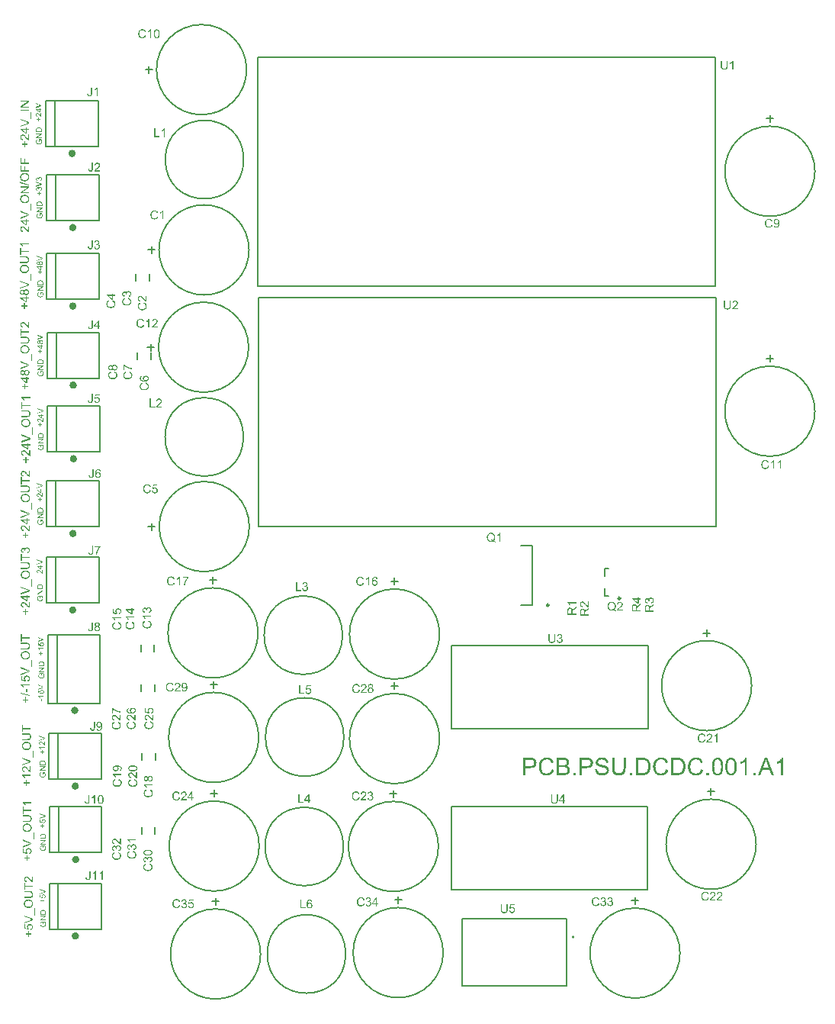
<source format=gbr>
G04 Layer_Color=65535*
%FSLAX45Y45*%
%MOMM*%
%TF.FileFunction,Legend,Top*%
%TF.Part,Single*%
G01*
G75*
%TA.AperFunction,NonConductor*%
%ADD48C,0.20000*%
%ADD49C,0.12700*%
%ADD50C,0.40000*%
%ADD51C,0.25000*%
G36*
X282443Y9197387D02*
X283224Y9197290D01*
X284004Y9197192D01*
X284979Y9196997D01*
X285955Y9196704D01*
X288198Y9196022D01*
X289466Y9195534D01*
X290636Y9194851D01*
X291807Y9194169D01*
X292977Y9193388D01*
X294148Y9192413D01*
X295318Y9191340D01*
X295416Y9191242D01*
X295611Y9191047D01*
X295806Y9190755D01*
X296196Y9190267D01*
X296684Y9189682D01*
X297171Y9188902D01*
X297659Y9188024D01*
X298147Y9187146D01*
X298732Y9186073D01*
X299220Y9184903D01*
X299707Y9183635D01*
X300195Y9182269D01*
X300585Y9180806D01*
X300780Y9179246D01*
X300975Y9177587D01*
X301073Y9175929D01*
Y9175832D01*
Y9175539D01*
Y9175149D01*
X300975Y9174564D01*
X300878Y9173784D01*
X300780Y9173003D01*
X300683Y9172028D01*
X300488Y9171053D01*
X299902Y9168809D01*
X298927Y9166468D01*
X298439Y9165298D01*
X297757Y9164225D01*
X296976Y9163055D01*
X296098Y9161982D01*
X296001Y9161884D01*
X295903Y9161787D01*
X295611Y9161494D01*
X295221Y9161104D01*
X294635Y9160714D01*
X294050Y9160226D01*
X293367Y9159641D01*
X292587Y9159153D01*
X290636Y9157983D01*
X288393Y9157007D01*
X285857Y9156130D01*
X284492Y9155837D01*
X283029Y9155642D01*
X281956Y9163542D01*
X282053D01*
X282248Y9163640D01*
X282638D01*
X283029Y9163835D01*
X284199Y9164127D01*
X285662Y9164615D01*
X287223Y9165200D01*
X288881Y9165981D01*
X290344Y9166956D01*
X291612Y9168029D01*
X291709Y9168224D01*
X292099Y9168614D01*
X292490Y9169297D01*
X293075Y9170272D01*
X293563Y9171345D01*
X294050Y9172711D01*
X294440Y9174271D01*
X294538Y9175929D01*
Y9176027D01*
Y9176222D01*
Y9176515D01*
X294440Y9176905D01*
X294343Y9177880D01*
X294050Y9179148D01*
X293563Y9180709D01*
X292977Y9182269D01*
X292002Y9183830D01*
X290734Y9185293D01*
X290539Y9185488D01*
X290051Y9185878D01*
X289271Y9186463D01*
X288101Y9187243D01*
X286735Y9187926D01*
X285077Y9188511D01*
X283224Y9188902D01*
X281175Y9189097D01*
X280688D01*
X280298Y9188999D01*
X279322Y9188902D01*
X278054Y9188609D01*
X276689Y9188219D01*
X275128Y9187536D01*
X273665Y9186658D01*
X272300Y9185488D01*
X272105Y9185293D01*
X271714Y9184903D01*
X271227Y9184122D01*
X270544Y9183049D01*
X269861Y9181781D01*
X269374Y9180221D01*
X268983Y9178563D01*
X268788Y9176612D01*
Y9176515D01*
Y9176222D01*
Y9175734D01*
X268886Y9175051D01*
X268983Y9174271D01*
X269081Y9173296D01*
X269276Y9172223D01*
X269569Y9171053D01*
X262644Y9171930D01*
Y9172028D01*
Y9172418D01*
X262741Y9172808D01*
Y9173198D01*
Y9173296D01*
Y9173393D01*
Y9173686D01*
Y9174076D01*
X262644Y9174954D01*
X262449Y9176222D01*
X262156Y9177587D01*
X261668Y9179050D01*
X261083Y9180611D01*
X260205Y9182172D01*
X260108Y9182367D01*
X259718Y9182854D01*
X259035Y9183440D01*
X258157Y9184220D01*
X257084Y9185000D01*
X255719Y9185585D01*
X254060Y9186073D01*
X252110Y9186268D01*
X251427D01*
X250647Y9186073D01*
X249574Y9185878D01*
X248501Y9185585D01*
X247330Y9185000D01*
X246062Y9184317D01*
X244990Y9183342D01*
X244892Y9183245D01*
X244502Y9182854D01*
X244014Y9182172D01*
X243527Y9181294D01*
X242941Y9180221D01*
X242551Y9178953D01*
X242161Y9177490D01*
X242064Y9175832D01*
Y9175734D01*
Y9175637D01*
Y9175051D01*
X242259Y9174174D01*
X242454Y9173198D01*
X242746Y9171930D01*
X243331Y9170662D01*
X244014Y9169394D01*
X244990Y9168126D01*
X245087Y9168029D01*
X245477Y9167639D01*
X246160Y9167151D01*
X247135Y9166566D01*
X248306Y9165883D01*
X249769Y9165298D01*
X251525Y9164713D01*
X253573Y9164323D01*
X252207Y9156422D01*
X252110D01*
X251817Y9156520D01*
X251427Y9156617D01*
X250939Y9156715D01*
X250257Y9156910D01*
X249476Y9157105D01*
X247721Y9157788D01*
X245770Y9158568D01*
X243722Y9159738D01*
X241771Y9161104D01*
X240015Y9162859D01*
X239918Y9162957D01*
X239820Y9163055D01*
X239625Y9163347D01*
X239333Y9163835D01*
X239040Y9164323D01*
X238650Y9164908D01*
X237772Y9166371D01*
X236992Y9168224D01*
X236309Y9170467D01*
X235821Y9172906D01*
X235626Y9174271D01*
Y9175637D01*
Y9175734D01*
Y9175832D01*
Y9176124D01*
Y9176515D01*
X235724Y9177490D01*
X235919Y9178758D01*
X236211Y9180221D01*
X236602Y9181879D01*
X237187Y9183537D01*
X237967Y9185195D01*
Y9185293D01*
X238065Y9185390D01*
X238357Y9185976D01*
X238845Y9186756D01*
X239528Y9187731D01*
X240405Y9188804D01*
X241478Y9189975D01*
X242746Y9191047D01*
X244112Y9192023D01*
X244307Y9192120D01*
X244795Y9192413D01*
X245575Y9192803D01*
X246550Y9193193D01*
X247818Y9193583D01*
X249184Y9193973D01*
X250647Y9194266D01*
X252305Y9194364D01*
X252988D01*
X253768Y9194266D01*
X254743Y9194071D01*
X255914Y9193778D01*
X257182Y9193388D01*
X258547Y9192901D01*
X259815Y9192120D01*
X260010Y9192023D01*
X260400Y9191730D01*
X260986Y9191145D01*
X261766Y9190462D01*
X262644Y9189487D01*
X263521Y9188414D01*
X264497Y9187048D01*
X265277Y9185488D01*
Y9185585D01*
X265375Y9185780D01*
Y9186073D01*
X265570Y9186463D01*
X265862Y9187439D01*
X266448Y9188707D01*
X267130Y9190072D01*
X268106Y9191535D01*
X269276Y9192998D01*
X270739Y9194266D01*
X270934Y9194364D01*
X271519Y9194754D01*
X272397Y9195241D01*
X273568Y9195924D01*
X275031Y9196509D01*
X276786Y9196997D01*
X278835Y9197387D01*
X281078Y9197485D01*
X281858D01*
X282443Y9197387D01*
D02*
G37*
G36*
X300000Y9125991D02*
Y9117310D01*
X235919Y9092439D01*
Y9101704D01*
X282443Y9118286D01*
X282541D01*
X282736Y9118383D01*
X283029Y9118481D01*
X283419Y9118676D01*
X284492Y9118968D01*
X285857Y9119456D01*
X287515Y9120041D01*
X289271Y9120626D01*
X292977Y9121699D01*
X292880D01*
X292782Y9121797D01*
X292490Y9121894D01*
X292099Y9121992D01*
X291027Y9122285D01*
X289661Y9122675D01*
X288101Y9123162D01*
X286345Y9123748D01*
X284394Y9124430D01*
X282443Y9125113D01*
X235919Y9142474D01*
Y9151058D01*
X300000Y9125991D01*
D02*
G37*
G36*
X282443Y9087952D02*
X283224Y9087854D01*
X284004Y9087757D01*
X284979Y9087562D01*
X285955Y9087269D01*
X288198Y9086586D01*
X289466Y9086099D01*
X290636Y9085416D01*
X291807Y9084733D01*
X292977Y9083953D01*
X294148Y9082978D01*
X295318Y9081905D01*
X295416Y9081807D01*
X295611Y9081612D01*
X295806Y9081319D01*
X296196Y9080832D01*
X296684Y9080247D01*
X297171Y9079466D01*
X297659Y9078588D01*
X298147Y9077711D01*
X298732Y9076638D01*
X299220Y9075467D01*
X299707Y9074199D01*
X300195Y9072834D01*
X300585Y9071371D01*
X300780Y9069810D01*
X300975Y9068152D01*
X301073Y9066494D01*
Y9066396D01*
Y9066104D01*
Y9065714D01*
X300975Y9065128D01*
X300878Y9064348D01*
X300780Y9063568D01*
X300683Y9062592D01*
X300488Y9061617D01*
X299902Y9059374D01*
X298927Y9057033D01*
X298439Y9055863D01*
X297757Y9054790D01*
X296976Y9053619D01*
X296098Y9052546D01*
X296001Y9052449D01*
X295903Y9052351D01*
X295611Y9052059D01*
X295221Y9051668D01*
X294635Y9051278D01*
X294050Y9050791D01*
X293367Y9050205D01*
X292587Y9049718D01*
X290636Y9048547D01*
X288393Y9047572D01*
X285857Y9046694D01*
X284492Y9046402D01*
X283029Y9046206D01*
X281956Y9054107D01*
X282053D01*
X282248Y9054204D01*
X282638D01*
X283029Y9054399D01*
X284199Y9054692D01*
X285662Y9055180D01*
X287223Y9055765D01*
X288881Y9056545D01*
X290344Y9057521D01*
X291612Y9058594D01*
X291709Y9058789D01*
X292099Y9059179D01*
X292490Y9059861D01*
X293075Y9060837D01*
X293563Y9061910D01*
X294050Y9063275D01*
X294440Y9064836D01*
X294538Y9066494D01*
Y9066591D01*
Y9066787D01*
Y9067079D01*
X294440Y9067469D01*
X294343Y9068445D01*
X294050Y9069713D01*
X293563Y9071273D01*
X292977Y9072834D01*
X292002Y9074394D01*
X290734Y9075857D01*
X290539Y9076052D01*
X290051Y9076443D01*
X289271Y9077028D01*
X288101Y9077808D01*
X286735Y9078491D01*
X285077Y9079076D01*
X283224Y9079466D01*
X281175Y9079661D01*
X280688D01*
X280298Y9079564D01*
X279322Y9079466D01*
X278054Y9079174D01*
X276689Y9078783D01*
X275128Y9078101D01*
X273665Y9077223D01*
X272300Y9076052D01*
X272105Y9075857D01*
X271714Y9075467D01*
X271227Y9074687D01*
X270544Y9073614D01*
X269861Y9072346D01*
X269374Y9070786D01*
X268983Y9069127D01*
X268788Y9067177D01*
Y9067079D01*
Y9066787D01*
Y9066299D01*
X268886Y9065616D01*
X268983Y9064836D01*
X269081Y9063860D01*
X269276Y9062788D01*
X269569Y9061617D01*
X262644Y9062495D01*
Y9062592D01*
Y9062983D01*
X262741Y9063373D01*
Y9063763D01*
Y9063860D01*
Y9063958D01*
Y9064251D01*
Y9064641D01*
X262644Y9065519D01*
X262449Y9066787D01*
X262156Y9068152D01*
X261668Y9069615D01*
X261083Y9071176D01*
X260205Y9072736D01*
X260108Y9072931D01*
X259718Y9073419D01*
X259035Y9074004D01*
X258157Y9074784D01*
X257084Y9075565D01*
X255719Y9076150D01*
X254060Y9076638D01*
X252110Y9076833D01*
X251427D01*
X250647Y9076638D01*
X249574Y9076443D01*
X248501Y9076150D01*
X247330Y9075565D01*
X246062Y9074882D01*
X244990Y9073907D01*
X244892Y9073809D01*
X244502Y9073419D01*
X244014Y9072736D01*
X243527Y9071858D01*
X242941Y9070786D01*
X242551Y9069518D01*
X242161Y9068055D01*
X242064Y9066396D01*
Y9066299D01*
Y9066201D01*
Y9065616D01*
X242259Y9064738D01*
X242454Y9063763D01*
X242746Y9062495D01*
X243331Y9061227D01*
X244014Y9059959D01*
X244990Y9058691D01*
X245087Y9058594D01*
X245477Y9058203D01*
X246160Y9057716D01*
X247135Y9057130D01*
X248306Y9056448D01*
X249769Y9055863D01*
X251525Y9055277D01*
X253573Y9054887D01*
X252207Y9046987D01*
X252110D01*
X251817Y9047084D01*
X251427Y9047182D01*
X250939Y9047279D01*
X250257Y9047474D01*
X249476Y9047669D01*
X247721Y9048352D01*
X245770Y9049133D01*
X243722Y9050303D01*
X241771Y9051668D01*
X240015Y9053424D01*
X239918Y9053522D01*
X239820Y9053619D01*
X239625Y9053912D01*
X239333Y9054399D01*
X239040Y9054887D01*
X238650Y9055472D01*
X237772Y9056935D01*
X236992Y9058789D01*
X236309Y9061032D01*
X235821Y9063470D01*
X235626Y9064836D01*
Y9066201D01*
Y9066299D01*
Y9066396D01*
Y9066689D01*
Y9067079D01*
X235724Y9068055D01*
X235919Y9069322D01*
X236211Y9070786D01*
X236602Y9072444D01*
X237187Y9074102D01*
X237967Y9075760D01*
Y9075857D01*
X238065Y9075955D01*
X238357Y9076540D01*
X238845Y9077320D01*
X239528Y9078296D01*
X240405Y9079369D01*
X241478Y9080539D01*
X242746Y9081612D01*
X244112Y9082587D01*
X244307Y9082685D01*
X244795Y9082978D01*
X245575Y9083368D01*
X246550Y9083758D01*
X247818Y9084148D01*
X249184Y9084538D01*
X250647Y9084831D01*
X252305Y9084928D01*
X252988D01*
X253768Y9084831D01*
X254743Y9084636D01*
X255914Y9084343D01*
X257182Y9083953D01*
X258547Y9083465D01*
X259815Y9082685D01*
X260010Y9082587D01*
X260400Y9082295D01*
X260986Y9081710D01*
X261766Y9081027D01*
X262644Y9080051D01*
X263521Y9078979D01*
X264497Y9077613D01*
X265277Y9076052D01*
Y9076150D01*
X265375Y9076345D01*
Y9076638D01*
X265570Y9077028D01*
X265862Y9078003D01*
X266448Y9079271D01*
X267130Y9080637D01*
X268106Y9082100D01*
X269276Y9083563D01*
X270739Y9084831D01*
X270934Y9084928D01*
X271519Y9085318D01*
X272397Y9085806D01*
X273568Y9086489D01*
X275031Y9087074D01*
X276786Y9087562D01*
X278835Y9087952D01*
X281078Y9088049D01*
X281858D01*
X282443Y9087952D01*
D02*
G37*
G36*
X283471Y8052525D02*
X284251D01*
X286007Y8052427D01*
X287958Y8052232D01*
X290201Y8051842D01*
X292444Y8051452D01*
X294590Y8050867D01*
X294688D01*
X294883Y8050769D01*
X295175Y8050671D01*
X295566Y8050574D01*
X296541Y8050184D01*
X297906Y8049696D01*
X299369Y8049111D01*
X300930Y8048331D01*
X302491Y8047453D01*
X303954Y8046477D01*
X304149Y8046380D01*
X304539Y8045990D01*
X305222Y8045502D01*
X306099Y8044722D01*
X306977Y8043941D01*
X307953Y8042869D01*
X308928Y8041796D01*
X309806Y8040625D01*
X309903Y8040528D01*
X310098Y8040040D01*
X310489Y8039357D01*
X310976Y8038479D01*
X311464Y8037407D01*
X311952Y8036139D01*
X312439Y8034676D01*
X312927Y8033017D01*
Y8032822D01*
X313122Y8032237D01*
X313220Y8031359D01*
X313415Y8030091D01*
X313610Y8028628D01*
X313805Y8026873D01*
X313902Y8024922D01*
X314000Y8022776D01*
Y7999758D01*
X249919D01*
Y8021703D01*
Y8021801D01*
Y8021996D01*
Y8022386D01*
Y8022971D01*
Y8023556D01*
Y8024337D01*
X250016Y8025995D01*
X250114Y8027751D01*
X250309Y8029701D01*
X250601Y8031554D01*
X250894Y8033115D01*
Y8033213D01*
X250992Y8033408D01*
Y8033603D01*
X251187Y8033993D01*
X251479Y8035066D01*
X251967Y8036334D01*
X252552Y8037797D01*
X253332Y8039357D01*
X254308Y8040918D01*
X255478Y8042478D01*
Y8042576D01*
X255673Y8042674D01*
X256259Y8043356D01*
X257234Y8044234D01*
X258502Y8045307D01*
X260062Y8046575D01*
X261916Y8047843D01*
X264061Y8049013D01*
X266500Y8050086D01*
X266597D01*
X266792Y8050184D01*
X267183Y8050281D01*
X267670Y8050476D01*
X268255Y8050671D01*
X269036Y8050867D01*
X269914Y8051159D01*
X270889Y8051354D01*
X271962Y8051549D01*
X273132Y8051842D01*
X275668Y8052232D01*
X278497Y8052525D01*
X281618Y8052622D01*
X282886D01*
X283471Y8052525D01*
D02*
G37*
G36*
X314000Y7976837D02*
X263671Y7943187D01*
X314000D01*
Y7935091D01*
X249919D01*
Y7943674D01*
X300247Y7977422D01*
X249919D01*
Y7985517D01*
X314000D01*
Y7976837D01*
D02*
G37*
G36*
X305222Y7922607D02*
X305319Y7922412D01*
X305612Y7922119D01*
X305904Y7921631D01*
X306392Y7921046D01*
X306782Y7920363D01*
X307953Y7918705D01*
X309123Y7916755D01*
X310391Y7914609D01*
X311561Y7912170D01*
X312634Y7909732D01*
Y7909634D01*
X312732Y7909439D01*
X312829Y7909049D01*
X313025Y7908562D01*
X313220Y7907976D01*
X313415Y7907294D01*
X313610Y7906416D01*
X313805Y7905538D01*
X314292Y7903490D01*
X314683Y7901246D01*
X314975Y7898710D01*
X315073Y7896174D01*
Y7896077D01*
Y7895784D01*
Y7895297D01*
X314975Y7894614D01*
Y7893736D01*
X314878Y7892761D01*
X314780Y7891688D01*
X314585Y7890517D01*
X314097Y7887786D01*
X313415Y7884958D01*
X312439Y7881934D01*
X311074Y7879008D01*
X310976Y7878911D01*
X310879Y7878716D01*
X310684Y7878228D01*
X310294Y7877740D01*
X309903Y7877057D01*
X309416Y7876375D01*
X308148Y7874717D01*
X306490Y7872766D01*
X304441Y7870913D01*
X302100Y7869059D01*
X299467Y7867401D01*
X299369D01*
X299077Y7867206D01*
X298687Y7867011D01*
X298102Y7866816D01*
X297419Y7866524D01*
X296541Y7866133D01*
X295566Y7865841D01*
X294395Y7865451D01*
X293225Y7865060D01*
X291859Y7864768D01*
X288933Y7864085D01*
X285714Y7863695D01*
X282301Y7863500D01*
X281423D01*
X280740Y7863597D01*
X279862D01*
X278887Y7863695D01*
X277814Y7863793D01*
X276644Y7863988D01*
X273913Y7864475D01*
X270987Y7865158D01*
X267865Y7866133D01*
X264842Y7867401D01*
X264744D01*
X264452Y7867596D01*
X264061Y7867791D01*
X263476Y7868084D01*
X262793Y7868572D01*
X262111Y7869059D01*
X260258Y7870230D01*
X258307Y7871888D01*
X256356Y7873741D01*
X254503Y7876082D01*
X253625Y7877252D01*
X252845Y7878618D01*
Y7878716D01*
X252650Y7878911D01*
X252455Y7879398D01*
X252260Y7879886D01*
X251869Y7880569D01*
X251577Y7881447D01*
X251187Y7882422D01*
X250797Y7883495D01*
X250504Y7884665D01*
X250114Y7885933D01*
X249431Y7888859D01*
X249041Y7891980D01*
X248846Y7895492D01*
Y7895589D01*
Y7895784D01*
Y7896174D01*
Y7896662D01*
X248943Y7897247D01*
Y7898028D01*
X249138Y7899686D01*
X249431Y7901539D01*
X249821Y7903685D01*
X250406Y7905831D01*
X251187Y7907976D01*
Y7908074D01*
X251284Y7908269D01*
X251382Y7908562D01*
X251577Y7908952D01*
X252065Y7909927D01*
X252845Y7911195D01*
X253723Y7912658D01*
X254796Y7914121D01*
X255966Y7915584D01*
X257429Y7916852D01*
X257624Y7916950D01*
X258112Y7917340D01*
X258990Y7917925D01*
X260258Y7918705D01*
X261721Y7919486D01*
X263476Y7920266D01*
X265524Y7921046D01*
X267865Y7921729D01*
X270011Y7914024D01*
X269914D01*
X269816Y7913926D01*
X269231Y7913828D01*
X268353Y7913438D01*
X267183Y7913048D01*
X266012Y7912561D01*
X264744Y7911975D01*
X263476Y7911293D01*
X262306Y7910512D01*
X262208Y7910415D01*
X261818Y7910122D01*
X261330Y7909634D01*
X260648Y7908952D01*
X259965Y7908074D01*
X259185Y7907001D01*
X258502Y7905831D01*
X257819Y7904367D01*
X257722Y7904172D01*
X257527Y7903685D01*
X257234Y7902807D01*
X256941Y7901734D01*
X256649Y7900466D01*
X256356Y7899003D01*
X256161Y7897345D01*
X256063Y7895589D01*
Y7895492D01*
Y7895297D01*
Y7895004D01*
Y7894614D01*
X256161Y7893541D01*
X256259Y7892175D01*
X256551Y7890615D01*
X256844Y7888859D01*
X257331Y7887201D01*
X257917Y7885543D01*
X258014Y7885348D01*
X258209Y7884860D01*
X258599Y7884080D01*
X259185Y7883105D01*
X259867Y7882032D01*
X260648Y7880861D01*
X261526Y7879788D01*
X262598Y7878716D01*
X262696Y7878618D01*
X263086Y7878325D01*
X263671Y7877838D01*
X264452Y7877252D01*
X265427Y7876570D01*
X266500Y7875887D01*
X267670Y7875302D01*
X268938Y7874717D01*
X269036D01*
X269231Y7874619D01*
X269523Y7874521D01*
X270011Y7874326D01*
X270499Y7874131D01*
X271182Y7873936D01*
X272742Y7873546D01*
X274693Y7873058D01*
X276839Y7872668D01*
X279277Y7872376D01*
X281813Y7872278D01*
X282593D01*
X283276Y7872376D01*
X283959D01*
X284837Y7872473D01*
X285812Y7872571D01*
X286787Y7872668D01*
X289128Y7872961D01*
X291567Y7873546D01*
X293907Y7874229D01*
X296248Y7875204D01*
X296346D01*
X296541Y7875302D01*
X296834Y7875497D01*
X297224Y7875789D01*
X298199Y7876472D01*
X299467Y7877350D01*
X300833Y7878520D01*
X302296Y7879983D01*
X303661Y7881739D01*
X304831Y7883690D01*
Y7883787D01*
X304929Y7883982D01*
X305124Y7884275D01*
X305222Y7884665D01*
X305417Y7885153D01*
X305709Y7885836D01*
X306197Y7887299D01*
X306685Y7889152D01*
X307172Y7891103D01*
X307465Y7893346D01*
X307563Y7895687D01*
Y7895784D01*
Y7895979D01*
Y7896272D01*
Y7896662D01*
X307465Y7897735D01*
X307270Y7899101D01*
X307075Y7900661D01*
X306685Y7902514D01*
X306197Y7904465D01*
X305514Y7906416D01*
Y7906513D01*
X305417Y7906611D01*
X305319Y7906903D01*
X305124Y7907294D01*
X304734Y7908269D01*
X304149Y7909439D01*
X303466Y7910707D01*
X302686Y7911975D01*
X301808Y7913243D01*
X300930Y7914414D01*
X288836D01*
Y7895589D01*
X281325D01*
Y7922704D01*
X305124D01*
X305222Y7922607D01*
D02*
G37*
G36*
X296222Y8796607D02*
X296319Y8796412D01*
X296612Y8796119D01*
X296904Y8795631D01*
X297392Y8795046D01*
X297782Y8794363D01*
X298953Y8792705D01*
X300123Y8790755D01*
X301391Y8788609D01*
X302561Y8786170D01*
X303634Y8783732D01*
Y8783634D01*
X303732Y8783439D01*
X303829Y8783049D01*
X304025Y8782562D01*
X304220Y8781976D01*
X304415Y8781294D01*
X304610Y8780416D01*
X304805Y8779538D01*
X305293Y8777490D01*
X305683Y8775246D01*
X305975Y8772710D01*
X306073Y8770174D01*
Y8770077D01*
Y8769784D01*
Y8769297D01*
X305975Y8768614D01*
Y8767736D01*
X305878Y8766761D01*
X305780Y8765688D01*
X305585Y8764517D01*
X305097Y8761786D01*
X304415Y8758958D01*
X303439Y8755934D01*
X302074Y8753008D01*
X301976Y8752911D01*
X301879Y8752716D01*
X301684Y8752228D01*
X301294Y8751740D01*
X300903Y8751057D01*
X300416Y8750375D01*
X299148Y8748717D01*
X297490Y8746766D01*
X295441Y8744913D01*
X293101Y8743059D01*
X290467Y8741401D01*
X290369D01*
X290077Y8741206D01*
X289687Y8741011D01*
X289102Y8740816D01*
X288419Y8740524D01*
X287541Y8740133D01*
X286566Y8739841D01*
X285395Y8739451D01*
X284225Y8739060D01*
X282859Y8738768D01*
X279933Y8738085D01*
X276714Y8737695D01*
X273301Y8737500D01*
X272423D01*
X271740Y8737597D01*
X270862D01*
X269887Y8737695D01*
X268814Y8737793D01*
X267644Y8737988D01*
X264913Y8738475D01*
X261987Y8739158D01*
X258865Y8740133D01*
X255842Y8741401D01*
X255744D01*
X255452Y8741596D01*
X255061Y8741792D01*
X254476Y8742084D01*
X253793Y8742572D01*
X253111Y8743059D01*
X251258Y8744230D01*
X249307Y8745888D01*
X247356Y8747741D01*
X245503Y8750082D01*
X244625Y8751252D01*
X243845Y8752618D01*
Y8752716D01*
X243650Y8752911D01*
X243455Y8753398D01*
X243260Y8753886D01*
X242869Y8754569D01*
X242577Y8755447D01*
X242187Y8756422D01*
X241797Y8757495D01*
X241504Y8758665D01*
X241114Y8759933D01*
X240431Y8762859D01*
X240041Y8765980D01*
X239846Y8769492D01*
Y8769589D01*
Y8769784D01*
Y8770174D01*
Y8770662D01*
X239943Y8771247D01*
Y8772028D01*
X240138Y8773686D01*
X240431Y8775539D01*
X240821Y8777685D01*
X241406Y8779831D01*
X242187Y8781976D01*
Y8782074D01*
X242284Y8782269D01*
X242382Y8782562D01*
X242577Y8782952D01*
X243065Y8783927D01*
X243845Y8785195D01*
X244723Y8786658D01*
X245796Y8788121D01*
X246966Y8789584D01*
X248429Y8790852D01*
X248624Y8790950D01*
X249112Y8791340D01*
X249990Y8791925D01*
X251258Y8792705D01*
X252721Y8793486D01*
X254476Y8794266D01*
X256525Y8795046D01*
X258865Y8795729D01*
X261011Y8788024D01*
X260914D01*
X260816Y8787926D01*
X260231Y8787828D01*
X259353Y8787438D01*
X258183Y8787048D01*
X257012Y8786561D01*
X255744Y8785975D01*
X254476Y8785293D01*
X253306Y8784512D01*
X253208Y8784415D01*
X252818Y8784122D01*
X252330Y8783634D01*
X251648Y8782952D01*
X250965Y8782074D01*
X250185Y8781001D01*
X249502Y8779831D01*
X248819Y8778368D01*
X248722Y8778172D01*
X248527Y8777685D01*
X248234Y8776807D01*
X247941Y8775734D01*
X247649Y8774466D01*
X247356Y8773003D01*
X247161Y8771345D01*
X247064Y8769589D01*
Y8769492D01*
Y8769297D01*
Y8769004D01*
Y8768614D01*
X247161Y8767541D01*
X247259Y8766176D01*
X247551Y8764615D01*
X247844Y8762859D01*
X248331Y8761201D01*
X248917Y8759543D01*
X249014Y8759348D01*
X249209Y8758860D01*
X249599Y8758080D01*
X250185Y8757105D01*
X250867Y8756032D01*
X251648Y8754861D01*
X252526Y8753788D01*
X253598Y8752716D01*
X253696Y8752618D01*
X254086Y8752325D01*
X254671Y8751838D01*
X255452Y8751252D01*
X256427Y8750570D01*
X257500Y8749887D01*
X258670Y8749302D01*
X259938Y8748717D01*
X260036D01*
X260231Y8748619D01*
X260523Y8748521D01*
X261011Y8748326D01*
X261499Y8748131D01*
X262182Y8747936D01*
X263742Y8747546D01*
X265693Y8747058D01*
X267839Y8746668D01*
X270277Y8746376D01*
X272813Y8746278D01*
X273593D01*
X274276Y8746376D01*
X274959D01*
X275837Y8746473D01*
X276812Y8746571D01*
X277787Y8746668D01*
X280128Y8746961D01*
X282567Y8747546D01*
X284907Y8748229D01*
X287248Y8749204D01*
X287346D01*
X287541Y8749302D01*
X287834Y8749497D01*
X288224Y8749789D01*
X289199Y8750472D01*
X290467Y8751350D01*
X291833Y8752520D01*
X293296Y8753984D01*
X294661Y8755739D01*
X295832Y8757690D01*
Y8757787D01*
X295929Y8757982D01*
X296124Y8758275D01*
X296222Y8758665D01*
X296417Y8759153D01*
X296709Y8759836D01*
X297197Y8761299D01*
X297685Y8763152D01*
X298172Y8765103D01*
X298465Y8767346D01*
X298563Y8769687D01*
Y8769784D01*
Y8769979D01*
Y8770272D01*
Y8770662D01*
X298465Y8771735D01*
X298270Y8773101D01*
X298075Y8774661D01*
X297685Y8776514D01*
X297197Y8778465D01*
X296514Y8780416D01*
Y8780513D01*
X296417Y8780611D01*
X296319Y8780903D01*
X296124Y8781294D01*
X295734Y8782269D01*
X295149Y8783439D01*
X294466Y8784707D01*
X293686Y8785975D01*
X292808Y8787243D01*
X291930Y8788414D01*
X279836D01*
Y8769589D01*
X272325D01*
Y8796704D01*
X296124D01*
X296222Y8796607D01*
D02*
G37*
G36*
X269471Y9749025D02*
X270251D01*
X272007Y9748927D01*
X273958Y9748732D01*
X276201Y9748342D01*
X278444Y9747952D01*
X280590Y9747367D01*
X280688D01*
X280883Y9747269D01*
X281175Y9747172D01*
X281566Y9747074D01*
X282541Y9746684D01*
X283906Y9746196D01*
X285370Y9745611D01*
X286930Y9744831D01*
X288491Y9743953D01*
X289954Y9742977D01*
X290149Y9742880D01*
X290539Y9742490D01*
X291222Y9742002D01*
X292099Y9741222D01*
X292977Y9740442D01*
X293953Y9739369D01*
X294928Y9738296D01*
X295806Y9737125D01*
X295903Y9737028D01*
X296098Y9736540D01*
X296489Y9735857D01*
X296976Y9734980D01*
X297464Y9733907D01*
X297952Y9732639D01*
X298439Y9731176D01*
X298927Y9729517D01*
Y9729322D01*
X299122Y9728737D01*
X299220Y9727859D01*
X299415Y9726591D01*
X299610Y9725128D01*
X299805Y9723373D01*
X299902Y9721422D01*
X300000Y9719276D01*
Y9696258D01*
X235919D01*
Y9718203D01*
Y9718301D01*
Y9718496D01*
Y9718886D01*
Y9719471D01*
Y9720057D01*
Y9720837D01*
X236016Y9722495D01*
X236114Y9724251D01*
X236309Y9726201D01*
X236602Y9728054D01*
X236894Y9729615D01*
Y9729713D01*
X236992Y9729908D01*
Y9730103D01*
X237187Y9730493D01*
X237479Y9731566D01*
X237967Y9732834D01*
X238552Y9734297D01*
X239333Y9735857D01*
X240308Y9737418D01*
X241478Y9738978D01*
Y9739076D01*
X241673Y9739174D01*
X242259Y9739856D01*
X243234Y9740734D01*
X244502Y9741807D01*
X246062Y9743075D01*
X247916Y9744343D01*
X250061Y9745513D01*
X252500Y9746586D01*
X252597D01*
X252792Y9746684D01*
X253183Y9746781D01*
X253670Y9746976D01*
X254256Y9747172D01*
X255036Y9747367D01*
X255914Y9747659D01*
X256889Y9747854D01*
X257962Y9748049D01*
X259132Y9748342D01*
X261668Y9748732D01*
X264497Y9749025D01*
X267618Y9749122D01*
X268886D01*
X269471Y9749025D01*
D02*
G37*
G36*
X300000Y9673337D02*
X249671Y9639687D01*
X300000D01*
Y9631591D01*
X235919D01*
Y9640175D01*
X286247Y9673922D01*
X235919D01*
Y9682017D01*
X300000D01*
Y9673337D01*
D02*
G37*
G36*
X272105Y9019872D02*
X289661D01*
Y9012459D01*
X272105D01*
Y8995000D01*
X264789D01*
Y9012459D01*
X247330D01*
Y9019872D01*
X264789D01*
Y9037331D01*
X272105D01*
Y9019872D01*
D02*
G37*
G36*
X274471Y8926525D02*
X275251D01*
X277007Y8926427D01*
X278958Y8926232D01*
X281201Y8925842D01*
X283444Y8925452D01*
X285590Y8924867D01*
X285688D01*
X285883Y8924769D01*
X286175Y8924672D01*
X286566Y8924574D01*
X287541Y8924184D01*
X288906Y8923696D01*
X290369Y8923111D01*
X291930Y8922331D01*
X293491Y8921453D01*
X294954Y8920477D01*
X295149Y8920380D01*
X295539Y8919990D01*
X296222Y8919502D01*
X297099Y8918722D01*
X297977Y8917942D01*
X298953Y8916869D01*
X299928Y8915796D01*
X300806Y8914625D01*
X300903Y8914528D01*
X301098Y8914040D01*
X301489Y8913357D01*
X301976Y8912480D01*
X302464Y8911407D01*
X302952Y8910139D01*
X303439Y8908676D01*
X303927Y8907017D01*
Y8906822D01*
X304122Y8906237D01*
X304220Y8905359D01*
X304415Y8904091D01*
X304610Y8902628D01*
X304805Y8900873D01*
X304902Y8898922D01*
X305000Y8896776D01*
Y8873758D01*
X240919D01*
Y8895703D01*
Y8895801D01*
Y8895996D01*
Y8896386D01*
Y8896971D01*
Y8897557D01*
Y8898337D01*
X241016Y8899995D01*
X241114Y8901751D01*
X241309Y8903701D01*
X241601Y8905554D01*
X241894Y8907115D01*
Y8907213D01*
X241992Y8907408D01*
Y8907603D01*
X242187Y8907993D01*
X242479Y8909066D01*
X242967Y8910334D01*
X243552Y8911797D01*
X244333Y8913357D01*
X245308Y8914918D01*
X246478Y8916478D01*
Y8916576D01*
X246673Y8916674D01*
X247259Y8917356D01*
X248234Y8918234D01*
X249502Y8919307D01*
X251062Y8920575D01*
X252916Y8921843D01*
X255061Y8923013D01*
X257500Y8924086D01*
X257597D01*
X257792Y8924184D01*
X258183Y8924281D01*
X258670Y8924476D01*
X259256Y8924672D01*
X260036Y8924867D01*
X260914Y8925159D01*
X261889Y8925354D01*
X262962Y8925549D01*
X264132Y8925842D01*
X266668Y8926232D01*
X269497Y8926525D01*
X272618Y8926622D01*
X273886D01*
X274471Y8926525D01*
D02*
G37*
G36*
X305000Y8850837D02*
X254671Y8817187D01*
X305000D01*
Y8809091D01*
X240919D01*
Y8817675D01*
X291247Y8851422D01*
X240919D01*
Y8859517D01*
X305000D01*
Y8850837D01*
D02*
G37*
G36*
X308222Y7045607D02*
X308319Y7045412D01*
X308612Y7045119D01*
X308905Y7044631D01*
X309392Y7044046D01*
X309782Y7043363D01*
X310953Y7041705D01*
X312123Y7039755D01*
X313391Y7037609D01*
X314562Y7035170D01*
X315635Y7032732D01*
Y7032634D01*
X315732Y7032439D01*
X315830Y7032049D01*
X316025Y7031562D01*
X316220Y7030976D01*
X316415Y7030294D01*
X316610Y7029416D01*
X316805Y7028538D01*
X317293Y7026490D01*
X317683Y7024246D01*
X317975Y7021710D01*
X318073Y7019174D01*
Y7019077D01*
Y7018784D01*
Y7018297D01*
X317975Y7017614D01*
Y7016736D01*
X317878Y7015761D01*
X317780Y7014688D01*
X317585Y7013517D01*
X317098Y7010786D01*
X316415Y7007958D01*
X315440Y7004934D01*
X314074Y7002008D01*
X313977Y7001911D01*
X313879Y7001715D01*
X313684Y7001228D01*
X313294Y7000740D01*
X312904Y7000057D01*
X312416Y6999375D01*
X311148Y6997717D01*
X309490Y6995766D01*
X307442Y6993913D01*
X305101Y6992059D01*
X302467Y6990401D01*
X302370D01*
X302077Y6990206D01*
X301687Y6990011D01*
X301102Y6989816D01*
X300419Y6989523D01*
X299541Y6989133D01*
X298566Y6988841D01*
X297395Y6988451D01*
X296225Y6988060D01*
X294859Y6987768D01*
X291933Y6987085D01*
X288715Y6986695D01*
X285301Y6986500D01*
X284423D01*
X283740Y6986597D01*
X282863D01*
X281887Y6986695D01*
X280814Y6986792D01*
X279644Y6986988D01*
X276913Y6987475D01*
X273987Y6988158D01*
X270866Y6989133D01*
X267842Y6990401D01*
X267744D01*
X267452Y6990596D01*
X267062Y6990791D01*
X266476Y6991084D01*
X265794Y6991572D01*
X265111Y6992059D01*
X263258Y6993230D01*
X261307Y6994888D01*
X259356Y6996741D01*
X257503Y6999082D01*
X256625Y7000252D01*
X255845Y7001618D01*
Y7001715D01*
X255650Y7001911D01*
X255455Y7002398D01*
X255260Y7002886D01*
X254870Y7003569D01*
X254577Y7004446D01*
X254187Y7005422D01*
X253797Y7006495D01*
X253504Y7007665D01*
X253114Y7008933D01*
X252431Y7011859D01*
X252041Y7014980D01*
X251846Y7018492D01*
Y7018589D01*
Y7018784D01*
Y7019174D01*
Y7019662D01*
X251944Y7020247D01*
Y7021028D01*
X252139Y7022686D01*
X252431Y7024539D01*
X252821Y7026685D01*
X253407Y7028830D01*
X254187Y7030976D01*
Y7031074D01*
X254284Y7031269D01*
X254382Y7031562D01*
X254577Y7031952D01*
X255065Y7032927D01*
X255845Y7034195D01*
X256723Y7035658D01*
X257796Y7037121D01*
X258966Y7038584D01*
X260429Y7039852D01*
X260624Y7039950D01*
X261112Y7040340D01*
X261990Y7040925D01*
X263258Y7041705D01*
X264721Y7042486D01*
X266476Y7043266D01*
X268525Y7044046D01*
X270866Y7044729D01*
X273011Y7037024D01*
X272914D01*
X272816Y7036926D01*
X272231Y7036828D01*
X271353Y7036438D01*
X270183Y7036048D01*
X269012Y7035560D01*
X267744Y7034975D01*
X266476Y7034293D01*
X265306Y7033512D01*
X265209Y7033415D01*
X264818Y7033122D01*
X264331Y7032634D01*
X263648Y7031952D01*
X262965Y7031074D01*
X262185Y7030001D01*
X261502Y7028830D01*
X260819Y7027367D01*
X260722Y7027172D01*
X260527Y7026685D01*
X260234Y7025807D01*
X259942Y7024734D01*
X259649Y7023466D01*
X259356Y7022003D01*
X259161Y7020345D01*
X259064Y7018589D01*
Y7018492D01*
Y7018297D01*
Y7018004D01*
Y7017614D01*
X259161Y7016541D01*
X259259Y7015175D01*
X259551Y7013615D01*
X259844Y7011859D01*
X260332Y7010201D01*
X260917Y7008543D01*
X261014Y7008348D01*
X261210Y7007860D01*
X261600Y7007080D01*
X262185Y7006105D01*
X262868Y7005032D01*
X263648Y7003861D01*
X264526Y7002788D01*
X265599Y7001715D01*
X265696Y7001618D01*
X266086Y7001325D01*
X266672Y7000838D01*
X267452Y7000252D01*
X268427Y6999570D01*
X269500Y6998887D01*
X270671Y6998302D01*
X271938Y6997717D01*
X272036D01*
X272231Y6997619D01*
X272524Y6997521D01*
X273011Y6997326D01*
X273499Y6997131D01*
X274182Y6996936D01*
X275742Y6996546D01*
X277693Y6996058D01*
X279839Y6995668D01*
X282277Y6995376D01*
X284813Y6995278D01*
X285594D01*
X286276Y6995376D01*
X286959D01*
X287837Y6995473D01*
X288812Y6995571D01*
X289788Y6995668D01*
X292128Y6995961D01*
X294567Y6996546D01*
X296908Y6997229D01*
X299249Y6998204D01*
X299346D01*
X299541Y6998302D01*
X299834Y6998497D01*
X300224Y6998789D01*
X301199Y6999472D01*
X302467Y7000350D01*
X303833Y7001520D01*
X305296Y7002983D01*
X306661Y7004739D01*
X307832Y7006690D01*
Y7006787D01*
X307929Y7006982D01*
X308124Y7007275D01*
X308222Y7007665D01*
X308417Y7008153D01*
X308710Y7008836D01*
X309197Y7010299D01*
X309685Y7012152D01*
X310173Y7014103D01*
X310465Y7016346D01*
X310563Y7018687D01*
Y7018784D01*
Y7018979D01*
Y7019272D01*
Y7019662D01*
X310465Y7020735D01*
X310270Y7022101D01*
X310075Y7023661D01*
X309685Y7025514D01*
X309197Y7027465D01*
X308514Y7029416D01*
Y7029513D01*
X308417Y7029611D01*
X308319Y7029903D01*
X308124Y7030294D01*
X307734Y7031269D01*
X307149Y7032439D01*
X306466Y7033707D01*
X305686Y7034975D01*
X304808Y7036243D01*
X303930Y7037414D01*
X291836D01*
Y7018589D01*
X284326D01*
Y7045704D01*
X308124D01*
X308222Y7045607D01*
D02*
G37*
G36*
X312000Y7424734D02*
Y7416053D01*
X247919Y7391182D01*
Y7400448D01*
X294444Y7417029D01*
X294541D01*
X294736Y7417126D01*
X295029Y7417224D01*
X295419Y7417419D01*
X296492Y7417712D01*
X297857Y7418199D01*
X299516Y7418785D01*
X301271Y7419370D01*
X304978Y7420443D01*
X304880D01*
X304782Y7420540D01*
X304490Y7420638D01*
X304100Y7420735D01*
X303027Y7421028D01*
X301661Y7421418D01*
X300101Y7421906D01*
X298345Y7422491D01*
X296394Y7423174D01*
X294444Y7423856D01*
X247919Y7441218D01*
Y7449801D01*
X312000Y7424734D01*
D02*
G37*
G36*
X295029Y7386890D02*
X295712Y7386793D01*
X296589Y7386695D01*
X298540Y7386305D01*
X300686Y7385525D01*
X301856Y7385135D01*
X303027Y7384549D01*
X304197Y7383867D01*
X305368Y7383086D01*
X306441Y7382209D01*
X307513Y7381136D01*
X307611Y7381038D01*
X307709Y7380843D01*
X308001Y7380550D01*
X308391Y7380063D01*
X308781Y7379477D01*
X309269Y7378795D01*
X309757Y7378014D01*
X310244Y7377039D01*
X310830Y7375966D01*
X311317Y7374796D01*
X311805Y7373528D01*
X312195Y7372162D01*
X312585Y7370797D01*
X312878Y7369236D01*
X312975Y7367578D01*
X313073Y7365822D01*
Y7365725D01*
Y7365432D01*
Y7364945D01*
X312975Y7364262D01*
X312878Y7363482D01*
X312780Y7362506D01*
X312585Y7361531D01*
X312390Y7360360D01*
X311708Y7357922D01*
X311220Y7356654D01*
X310732Y7355386D01*
X310049Y7354118D01*
X309367Y7352850D01*
X308489Y7351680D01*
X307513Y7350509D01*
X307416Y7350412D01*
X307221Y7350217D01*
X306928Y7350022D01*
X306538Y7349631D01*
X305953Y7349144D01*
X305270Y7348656D01*
X304490Y7348168D01*
X303612Y7347681D01*
X302637Y7347096D01*
X301564Y7346608D01*
X299223Y7345633D01*
X297857Y7345242D01*
X296492Y7345047D01*
X295029Y7344852D01*
X293468Y7344755D01*
X292883D01*
X292395Y7344852D01*
X291908D01*
X291225Y7344950D01*
X289859Y7345145D01*
X288201Y7345535D01*
X286446Y7346120D01*
X284690Y7346803D01*
X283032Y7347876D01*
X282934D01*
X282837Y7348071D01*
X282349Y7348461D01*
X281569Y7349241D01*
X280691Y7350217D01*
X279716Y7351485D01*
X278740Y7353045D01*
X277863Y7354898D01*
X277180Y7356947D01*
Y7356849D01*
X277082Y7356752D01*
X276887Y7356166D01*
X276399Y7355289D01*
X275912Y7354216D01*
X275132Y7352948D01*
X274254Y7351777D01*
X273278Y7350607D01*
X272108Y7349631D01*
X271913Y7349534D01*
X271523Y7349241D01*
X270840Y7348851D01*
X269865Y7348461D01*
X268694Y7348071D01*
X267329Y7347681D01*
X265866Y7347388D01*
X264207Y7347291D01*
X263525D01*
X263037Y7347388D01*
X262452Y7347486D01*
X261769Y7347583D01*
X260111Y7347876D01*
X258258Y7348461D01*
X256307Y7349436D01*
X255234Y7349924D01*
X254259Y7350607D01*
X253283Y7351387D01*
X252406Y7352265D01*
X252308Y7352362D01*
X252211Y7352460D01*
X251918Y7352753D01*
X251625Y7353143D01*
X251333Y7353728D01*
X250845Y7354313D01*
X250455Y7354996D01*
X249967Y7355874D01*
X249089Y7357727D01*
X248407Y7360068D01*
X247821Y7362701D01*
X247724Y7364067D01*
X247626Y7365627D01*
Y7365725D01*
Y7366018D01*
Y7366408D01*
X247724Y7366993D01*
Y7367773D01*
X247919Y7368553D01*
X248212Y7370504D01*
X248797Y7372650D01*
X249675Y7374893D01*
X250260Y7376064D01*
X250845Y7377137D01*
X251625Y7378210D01*
X252503Y7379185D01*
X252601Y7379282D01*
X252698Y7379380D01*
X252991Y7379673D01*
X253381Y7379965D01*
X253869Y7380355D01*
X254454Y7380843D01*
X255819Y7381818D01*
X257575Y7382696D01*
X259623Y7383574D01*
X261867Y7384159D01*
X263135Y7384257D01*
X264403Y7384354D01*
X265183D01*
X265963Y7384257D01*
X267036Y7384062D01*
X268304Y7383769D01*
X269572Y7383379D01*
X270937Y7382794D01*
X272205Y7382013D01*
X272303Y7381916D01*
X272693Y7381623D01*
X273278Y7381038D01*
X274059Y7380258D01*
X274839Y7379282D01*
X275619Y7378014D01*
X276497Y7376551D01*
X277180Y7374893D01*
Y7374991D01*
X277277Y7375186D01*
X277375Y7375479D01*
X277570Y7375869D01*
X278058Y7376942D01*
X278643Y7378210D01*
X279521Y7379673D01*
X280594Y7381136D01*
X281959Y7382599D01*
X283422Y7383867D01*
X283617Y7383964D01*
X284202Y7384354D01*
X285080Y7384842D01*
X286348Y7385427D01*
X287811Y7386012D01*
X289567Y7386500D01*
X291518Y7386890D01*
X293663Y7386988D01*
X294444D01*
X295029Y7386890D01*
D02*
G37*
G36*
X286605Y6451371D02*
X304161D01*
Y6443958D01*
X286605D01*
Y6426499D01*
X279290D01*
Y6443958D01*
X261831D01*
Y6451371D01*
X279290D01*
Y6468830D01*
X286605D01*
Y6451371D01*
D02*
G37*
G36*
X286471Y7175525D02*
X287252D01*
X289007Y7175427D01*
X290958Y7175232D01*
X293201Y7174842D01*
X295445Y7174452D01*
X297590Y7173867D01*
X297688D01*
X297883Y7173769D01*
X298176Y7173671D01*
X298566Y7173574D01*
X299541Y7173184D01*
X300907Y7172696D01*
X302370Y7172111D01*
X303930Y7171331D01*
X305491Y7170453D01*
X306954Y7169477D01*
X307149Y7169380D01*
X307539Y7168990D01*
X308222Y7168502D01*
X309100Y7167722D01*
X309978Y7166941D01*
X310953Y7165869D01*
X311928Y7164796D01*
X312806Y7163625D01*
X312904Y7163528D01*
X313099Y7163040D01*
X313489Y7162357D01*
X313977Y7161479D01*
X314464Y7160407D01*
X314952Y7159139D01*
X315440Y7157676D01*
X315927Y7156017D01*
Y7155822D01*
X316122Y7155237D01*
X316220Y7154359D01*
X316415Y7153091D01*
X316610Y7151628D01*
X316805Y7149873D01*
X316903Y7147922D01*
X317000Y7145776D01*
Y7122758D01*
X252919D01*
Y7144703D01*
Y7144801D01*
Y7144996D01*
Y7145386D01*
Y7145971D01*
Y7146556D01*
Y7147337D01*
X253017Y7148995D01*
X253114Y7150750D01*
X253309Y7152701D01*
X253602Y7154554D01*
X253894Y7156115D01*
Y7156213D01*
X253992Y7156408D01*
Y7156603D01*
X254187Y7156993D01*
X254480Y7158066D01*
X254967Y7159334D01*
X255552Y7160797D01*
X256333Y7162357D01*
X257308Y7163918D01*
X258479Y7165478D01*
Y7165576D01*
X258674Y7165674D01*
X259259Y7166356D01*
X260234Y7167234D01*
X261502Y7168307D01*
X263063Y7169575D01*
X264916Y7170843D01*
X267062Y7172013D01*
X269500Y7173086D01*
X269598D01*
X269793Y7173184D01*
X270183Y7173281D01*
X270671Y7173476D01*
X271256Y7173671D01*
X272036Y7173867D01*
X272914Y7174159D01*
X273889Y7174354D01*
X274962Y7174549D01*
X276133Y7174842D01*
X278668Y7175232D01*
X281497Y7175525D01*
X284618Y7175622D01*
X285886D01*
X286471Y7175525D01*
D02*
G37*
G36*
X317000Y7099837D02*
X266672Y7066187D01*
X317000D01*
Y7058091D01*
X252919D01*
Y7066674D01*
X303248Y7100422D01*
X252919D01*
Y7108517D01*
X317000D01*
Y7099837D01*
D02*
G37*
G36*
X292029Y8263890D02*
X292711Y8263793D01*
X293589Y8263695D01*
X295540Y8263305D01*
X297686Y8262525D01*
X298856Y8262135D01*
X300027Y8261549D01*
X301197Y8260867D01*
X302367Y8260086D01*
X303440Y8259209D01*
X304513Y8258136D01*
X304611Y8258038D01*
X304708Y8257843D01*
X305001Y8257550D01*
X305391Y8257063D01*
X305781Y8256478D01*
X306269Y8255795D01*
X306757Y8255014D01*
X307244Y8254039D01*
X307829Y8252966D01*
X308317Y8251796D01*
X308805Y8250528D01*
X309195Y8249162D01*
X309585Y8247797D01*
X309878Y8246236D01*
X309975Y8244578D01*
X310073Y8242822D01*
Y8242725D01*
Y8242432D01*
Y8241945D01*
X309975Y8241262D01*
X309878Y8240482D01*
X309780Y8239506D01*
X309585Y8238531D01*
X309390Y8237360D01*
X308707Y8234922D01*
X308220Y8233654D01*
X307732Y8232386D01*
X307049Y8231118D01*
X306366Y8229850D01*
X305489Y8228680D01*
X304513Y8227509D01*
X304416Y8227412D01*
X304221Y8227217D01*
X303928Y8227022D01*
X303538Y8226632D01*
X302953Y8226144D01*
X302270Y8225656D01*
X301490Y8225168D01*
X300612Y8224681D01*
X299636Y8224096D01*
X298564Y8223608D01*
X296223Y8222633D01*
X294857Y8222242D01*
X293492Y8222047D01*
X292029Y8221852D01*
X290468Y8221755D01*
X289883D01*
X289395Y8221852D01*
X288907D01*
X288225Y8221950D01*
X286859Y8222145D01*
X285201Y8222535D01*
X283445Y8223120D01*
X281690Y8223803D01*
X280032Y8224876D01*
X279934D01*
X279837Y8225071D01*
X279349Y8225461D01*
X278569Y8226241D01*
X277691Y8227217D01*
X276715Y8228485D01*
X275740Y8230045D01*
X274862Y8231898D01*
X274180Y8233947D01*
Y8233849D01*
X274082Y8233752D01*
X273887Y8233166D01*
X273399Y8232289D01*
X272912Y8231216D01*
X272131Y8229948D01*
X271253Y8228777D01*
X270278Y8227607D01*
X269108Y8226632D01*
X268913Y8226534D01*
X268522Y8226241D01*
X267840Y8225851D01*
X266864Y8225461D01*
X265694Y8225071D01*
X264328Y8224681D01*
X262865Y8224388D01*
X261207Y8224291D01*
X260524D01*
X260037Y8224388D01*
X259452Y8224486D01*
X258769Y8224583D01*
X257111Y8224876D01*
X255258Y8225461D01*
X253307Y8226436D01*
X252234Y8226924D01*
X251259Y8227607D01*
X250283Y8228387D01*
X249405Y8229265D01*
X249308Y8229363D01*
X249210Y8229460D01*
X248918Y8229753D01*
X248625Y8230143D01*
X248332Y8230728D01*
X247845Y8231313D01*
X247455Y8231996D01*
X246967Y8232874D01*
X246089Y8234727D01*
X245406Y8237068D01*
X244821Y8239701D01*
X244724Y8241067D01*
X244626Y8242627D01*
Y8242725D01*
Y8243018D01*
Y8243408D01*
X244724Y8243993D01*
Y8244773D01*
X244919Y8245553D01*
X245211Y8247504D01*
X245797Y8249650D01*
X246674Y8251893D01*
X247260Y8253064D01*
X247845Y8254137D01*
X248625Y8255210D01*
X249503Y8256185D01*
X249600Y8256282D01*
X249698Y8256380D01*
X249991Y8256673D01*
X250381Y8256965D01*
X250868Y8257355D01*
X251454Y8257843D01*
X252819Y8258818D01*
X254575Y8259696D01*
X256623Y8260574D01*
X258866Y8261159D01*
X260134Y8261257D01*
X261402Y8261354D01*
X262183D01*
X262963Y8261257D01*
X264036Y8261062D01*
X265304Y8260769D01*
X266572Y8260379D01*
X267937Y8259794D01*
X269205Y8259013D01*
X269303Y8258916D01*
X269693Y8258623D01*
X270278Y8258038D01*
X271058Y8257258D01*
X271839Y8256282D01*
X272619Y8255014D01*
X273497Y8253551D01*
X274180Y8251893D01*
Y8251991D01*
X274277Y8252186D01*
X274375Y8252479D01*
X274570Y8252869D01*
X275057Y8253942D01*
X275643Y8255210D01*
X276520Y8256673D01*
X277593Y8258136D01*
X278959Y8259599D01*
X280422Y8260867D01*
X280617Y8260964D01*
X281202Y8261354D01*
X282080Y8261842D01*
X283348Y8262427D01*
X284811Y8263012D01*
X286567Y8263500D01*
X288517Y8263890D01*
X290663Y8263988D01*
X291443D01*
X292029Y8263890D01*
D02*
G37*
G36*
X293687Y8205174D02*
X309000D01*
Y8197273D01*
X293687D01*
Y8169475D01*
X286469D01*
X245016Y8198736D01*
Y8205174D01*
X286469D01*
Y8213854D01*
X293687D01*
Y8205174D01*
D02*
G37*
G36*
X281105Y8145872D02*
X298661D01*
Y8138459D01*
X281105D01*
Y8121000D01*
X273789D01*
Y8138459D01*
X256330D01*
Y8145872D01*
X273789D01*
Y8163331D01*
X281105D01*
Y8145872D01*
D02*
G37*
G36*
X296687Y7328174D02*
X312000D01*
Y7320273D01*
X296687D01*
Y7292475D01*
X289469D01*
X248017Y7321736D01*
Y7328174D01*
X289469D01*
Y7336854D01*
X296687D01*
Y7328174D01*
D02*
G37*
G36*
X284105Y7268872D02*
X301661D01*
Y7261459D01*
X284105D01*
Y7244000D01*
X276790D01*
Y7261459D01*
X259331D01*
Y7268872D01*
X276790D01*
Y7286331D01*
X284105D01*
Y7268872D01*
D02*
G37*
G36*
X309000Y8301734D02*
Y8293054D01*
X244919Y8268182D01*
Y8277448D01*
X291443Y8294029D01*
X291541D01*
X291736Y8294126D01*
X292029Y8294224D01*
X292419Y8294419D01*
X293492Y8294712D01*
X294857Y8295199D01*
X296515Y8295785D01*
X298271Y8296370D01*
X301977Y8297443D01*
X301880D01*
X301782Y8297540D01*
X301490Y8297638D01*
X301099Y8297735D01*
X300027Y8298028D01*
X298661Y8298418D01*
X297100Y8298906D01*
X295345Y8299491D01*
X293394Y8300174D01*
X291443Y8300856D01*
X244919Y8318218D01*
Y8326801D01*
X309000Y8301734D01*
D02*
G37*
G36*
X131437Y2932698D02*
X132774D01*
X134260Y2932550D01*
X135895Y2932401D01*
X137826Y2932104D01*
X141987Y2931361D01*
X146445Y2930321D01*
X151051Y2928835D01*
X155509Y2926755D01*
X155657D01*
X155954Y2926458D01*
X156549Y2926161D01*
X157440Y2925715D01*
X158332Y2924972D01*
X159521Y2924229D01*
X162047Y2922446D01*
X164870Y2920068D01*
X167842Y2917097D01*
X170665Y2913679D01*
X173191Y2909816D01*
Y2909667D01*
X173488Y2909370D01*
X173785Y2908775D01*
X174082Y2907884D01*
X174528Y2906844D01*
X175123Y2905655D01*
X175568Y2904318D01*
X176163Y2902683D01*
X177203Y2899266D01*
X178243Y2895254D01*
X178837Y2890796D01*
X179135Y2886190D01*
Y2886041D01*
Y2885595D01*
Y2884852D01*
X178986Y2883812D01*
Y2882624D01*
X178837Y2881286D01*
X178540Y2879652D01*
X178243Y2877869D01*
X177500Y2874154D01*
X176311Y2869993D01*
X174677Y2865684D01*
X173785Y2863604D01*
X172597Y2861524D01*
X172448Y2861375D01*
X172299Y2861078D01*
X171854Y2860484D01*
X171408Y2859741D01*
X170665Y2858849D01*
X169922Y2857809D01*
X167842Y2855432D01*
X165167Y2852757D01*
X162195Y2849934D01*
X158481Y2847408D01*
X154469Y2845030D01*
X154320D01*
X153874Y2844733D01*
X153280Y2844585D01*
X152388Y2844139D01*
X151348Y2843693D01*
X150159Y2843247D01*
X148674Y2842802D01*
X147039Y2842356D01*
X145256Y2841761D01*
X143473Y2841316D01*
X139312Y2840424D01*
X134855Y2839830D01*
X130100Y2839533D01*
X129060D01*
X127722Y2839681D01*
X126088D01*
X124008Y2839978D01*
X121630Y2840275D01*
X119104Y2840573D01*
X116132Y2841167D01*
X113161Y2841910D01*
X110040Y2842653D01*
X106920Y2843693D01*
X103799Y2845030D01*
X100679Y2846516D01*
X97559Y2848151D01*
X94735Y2850231D01*
X92061Y2852460D01*
X91912Y2852608D01*
X91466Y2853054D01*
X90723Y2853797D01*
X89832Y2854837D01*
X88792Y2856175D01*
X87752Y2857661D01*
X86414Y2859444D01*
X85077Y2861524D01*
X83888Y2863901D01*
X82551Y2866427D01*
X81511Y2869251D01*
X80322Y2872222D01*
X79579Y2875343D01*
X78836Y2878760D01*
X78390Y2882475D01*
X78242Y2886190D01*
Y2886338D01*
Y2886784D01*
Y2887527D01*
X78390Y2888419D01*
Y2889607D01*
X78539Y2891093D01*
X78836Y2892579D01*
X78985Y2894362D01*
X79876Y2898077D01*
X81065Y2902238D01*
X82551Y2906398D01*
X83591Y2908478D01*
X84780Y2910559D01*
Y2910707D01*
X85077Y2911004D01*
X85374Y2911599D01*
X85969Y2912342D01*
X86563Y2913233D01*
X87454Y2914273D01*
X89386Y2916651D01*
X91912Y2919325D01*
X95033Y2922149D01*
X98599Y2924675D01*
X102759Y2927052D01*
X102908D01*
X103354Y2927349D01*
X103948Y2927646D01*
X104840Y2927944D01*
X105880Y2928389D01*
X107217Y2928835D01*
X108703Y2929429D01*
X110337Y2930024D01*
X112269Y2930470D01*
X114201Y2931064D01*
X118658Y2931956D01*
X123562Y2932550D01*
X128911Y2932847D01*
X130397D01*
X131437Y2932698D01*
D02*
G37*
G36*
X204543Y2755133D02*
X195925D01*
Y2834480D01*
X204543D01*
Y2755133D01*
D02*
G37*
G36*
X177500Y2717837D02*
Y2704613D01*
X79876Y2666722D01*
Y2680838D01*
X150754Y2706099D01*
X150902D01*
X151200Y2706247D01*
X151645Y2706396D01*
X152240Y2706693D01*
X153874Y2707139D01*
X155954Y2707882D01*
X158481Y2708773D01*
X161155Y2709665D01*
X166802Y2711299D01*
X166653D01*
X166504Y2711448D01*
X166059Y2711597D01*
X165464Y2711745D01*
X163830Y2712191D01*
X161749Y2712785D01*
X159372Y2713528D01*
X156697Y2714420D01*
X153726Y2715460D01*
X150754Y2716500D01*
X79876Y2742949D01*
Y2756025D01*
X177500Y2717837D01*
D02*
G37*
G36*
X142503Y1647890D02*
X169250D01*
Y1636597D01*
X142503D01*
Y1610000D01*
X131359D01*
Y1636597D01*
X104762D01*
Y1647890D01*
X131359D01*
Y1674488D01*
X142503D01*
Y1647890D01*
D02*
G37*
G36*
X91318Y3085598D02*
X177500D01*
Y3072670D01*
X91318D01*
Y3040575D01*
X79876D01*
Y3117693D01*
X91318D01*
Y3085598D01*
D02*
G37*
G36*
X140055Y3026162D02*
X141393D01*
X143027Y3026013D01*
X144810Y3025864D01*
X148525Y3025419D01*
X152388Y3024824D01*
X156252Y3024081D01*
X159669Y3022893D01*
X159818D01*
X160115Y3022744D01*
X160561Y3022595D01*
X161155Y3022298D01*
X162641Y3021407D01*
X164721Y3020218D01*
X166950Y3018583D01*
X169328Y3016503D01*
X171556Y3013829D01*
X173785Y3010857D01*
Y3010708D01*
X174082Y3010411D01*
X174231Y3009965D01*
X174677Y3009222D01*
X174974Y3008479D01*
X175420Y3007439D01*
X176014Y3006102D01*
X176460Y3004765D01*
X176906Y3003279D01*
X177500Y3001496D01*
X177946Y2999713D01*
X178243Y2997632D01*
X178837Y2993175D01*
X179135Y2988123D01*
Y2987974D01*
Y2987528D01*
Y2986785D01*
X178986Y2985894D01*
Y2984705D01*
X178837Y2983368D01*
X178689Y2981882D01*
X178540Y2980247D01*
X177946Y2976681D01*
X177203Y2972966D01*
X176014Y2969103D01*
X174528Y2965685D01*
Y2965537D01*
X174231Y2965240D01*
X174082Y2964943D01*
X173637Y2964348D01*
X172597Y2962714D01*
X170962Y2960931D01*
X169030Y2958850D01*
X166802Y2956919D01*
X163978Y2954987D01*
X160858Y2953352D01*
X160709D01*
X160412Y2953204D01*
X159966Y2953055D01*
X159223Y2952758D01*
X158332Y2952461D01*
X157143Y2952164D01*
X155806Y2951867D01*
X154320Y2951569D01*
X152685Y2951124D01*
X150902Y2950826D01*
X148822Y2950529D01*
X146742Y2950232D01*
X144364Y2949935D01*
X141838Y2949786D01*
X139164Y2949638D01*
X79876D01*
Y2962565D01*
X139461D01*
X140650Y2962714D01*
X143473Y2962862D01*
X146445Y2963159D01*
X149565Y2963457D01*
X152537Y2964051D01*
X153874Y2964348D01*
X155063Y2964794D01*
X155360Y2964943D01*
X156103Y2965240D01*
X157143Y2965834D01*
X158481Y2966726D01*
X159966Y2967766D01*
X161601Y2969252D01*
X163087Y2970886D01*
X164424Y2972966D01*
X164573Y2973264D01*
X164870Y2974006D01*
X165464Y2975195D01*
X165910Y2976830D01*
X166504Y2978910D01*
X167099Y2981287D01*
X167396Y2983962D01*
X167544Y2986934D01*
Y2987082D01*
Y2987528D01*
Y2988271D01*
X167396Y2989311D01*
Y2990500D01*
X167247Y2991837D01*
X166802Y2994809D01*
X165910Y2998227D01*
X164870Y3001496D01*
X163235Y3004616D01*
X162344Y3006102D01*
X161155Y3007291D01*
X161007D01*
X160858Y3007588D01*
X160412Y3007885D01*
X159818Y3008182D01*
X159075Y3008777D01*
X158183Y3009222D01*
X156995Y3009817D01*
X155657Y3010411D01*
X154023Y3010857D01*
X152240Y3011451D01*
X150308Y3012046D01*
X147931Y3012491D01*
X145405Y3012788D01*
X142730Y3013086D01*
X139610Y3013383D01*
X79876D01*
Y3026310D01*
X138718D01*
X140055Y3026162D01*
D02*
G37*
G36*
X78817Y4091308D02*
X165000D01*
Y4078381D01*
X78817D01*
Y4046286D01*
X67376D01*
Y4123404D01*
X78817D01*
Y4091308D01*
D02*
G37*
G36*
X127555Y4031872D02*
X128892D01*
X130527Y4031724D01*
X132310Y4031575D01*
X136025Y4031129D01*
X139888Y4030535D01*
X143751Y4029792D01*
X147169Y4028603D01*
X147317D01*
X147615Y4028455D01*
X148060Y4028306D01*
X148655Y4028009D01*
X150141Y4027117D01*
X152221Y4025929D01*
X154450Y4024294D01*
X156827Y4022214D01*
X159056Y4019539D01*
X161285Y4016568D01*
Y4016419D01*
X161582Y4016122D01*
X161731Y4015676D01*
X162176Y4014933D01*
X162474Y4014190D01*
X162919Y4013150D01*
X163514Y4011813D01*
X163960Y4010475D01*
X164405Y4008989D01*
X165000Y4007206D01*
X165445Y4005423D01*
X165743Y4003343D01*
X166337Y3998885D01*
X166634Y3993833D01*
Y3993685D01*
Y3993239D01*
Y3992496D01*
X166486Y3991604D01*
Y3990416D01*
X166337Y3989078D01*
X166188Y3987592D01*
X166040Y3985958D01*
X165445Y3982392D01*
X164702Y3978677D01*
X163514Y3974814D01*
X162028Y3971396D01*
Y3971248D01*
X161731Y3970950D01*
X161582Y3970653D01*
X161136Y3970059D01*
X160096Y3968424D01*
X158462Y3966641D01*
X156530Y3964561D01*
X154301Y3962629D01*
X151478Y3960698D01*
X148358Y3959063D01*
X148209D01*
X147912Y3958915D01*
X147466Y3958766D01*
X146723Y3958469D01*
X145832Y3958172D01*
X144643Y3957874D01*
X143306Y3957577D01*
X141820Y3957280D01*
X140185Y3956834D01*
X138402Y3956537D01*
X136322Y3956240D01*
X134242Y3955943D01*
X131864Y3955646D01*
X129338Y3955497D01*
X126663Y3955348D01*
X67376D01*
Y3968276D01*
X126961D01*
X128149Y3968424D01*
X130973Y3968573D01*
X133944Y3968870D01*
X137065Y3969167D01*
X140037Y3969762D01*
X141374Y3970059D01*
X142563Y3970505D01*
X142860Y3970653D01*
X143603Y3970950D01*
X144643Y3971545D01*
X145980Y3972436D01*
X147466Y3973476D01*
X149101Y3974962D01*
X150586Y3976597D01*
X151924Y3978677D01*
X152072Y3978974D01*
X152370Y3979717D01*
X152964Y3980906D01*
X153410Y3982540D01*
X154004Y3984621D01*
X154598Y3986998D01*
X154896Y3989673D01*
X155044Y3992645D01*
Y3992793D01*
Y3993239D01*
Y3993982D01*
X154896Y3995022D01*
Y3996211D01*
X154747Y3997548D01*
X154301Y4000520D01*
X153410Y4003937D01*
X152370Y4007206D01*
X150735Y4010327D01*
X149843Y4011813D01*
X148655Y4013001D01*
X148506D01*
X148358Y4013299D01*
X147912Y4013596D01*
X147317Y4013893D01*
X146575Y4014487D01*
X145683Y4014933D01*
X144494Y4015527D01*
X143157Y4016122D01*
X141522Y4016568D01*
X139739Y4017162D01*
X137808Y4017756D01*
X135430Y4018202D01*
X132904Y4018499D01*
X130230Y4018796D01*
X127109Y4019094D01*
X67376D01*
Y4032021D01*
X126218D01*
X127555Y4031872D01*
D02*
G37*
G36*
X118937Y3938409D02*
X120274D01*
X121760Y3938261D01*
X123394Y3938112D01*
X125326Y3937815D01*
X129487Y3937072D01*
X133944Y3936032D01*
X138551Y3934546D01*
X143008Y3932466D01*
X143157D01*
X143454Y3932168D01*
X144048Y3931871D01*
X144940Y3931425D01*
X145832Y3930683D01*
X147020Y3929940D01*
X149546Y3928156D01*
X152370Y3925779D01*
X155341Y3922807D01*
X158165Y3919390D01*
X160691Y3915526D01*
Y3915378D01*
X160988Y3915081D01*
X161285Y3914486D01*
X161582Y3913595D01*
X162028Y3912555D01*
X162622Y3911366D01*
X163068Y3910029D01*
X163662Y3908394D01*
X164702Y3904976D01*
X165743Y3900965D01*
X166337Y3896507D01*
X166634Y3891901D01*
Y3891752D01*
Y3891306D01*
Y3890563D01*
X166486Y3889523D01*
Y3888334D01*
X166337Y3886997D01*
X166040Y3885363D01*
X165743Y3883579D01*
X165000Y3879865D01*
X163811Y3875704D01*
X162176Y3871395D01*
X161285Y3869315D01*
X160096Y3867235D01*
X159948Y3867086D01*
X159799Y3866789D01*
X159353Y3866194D01*
X158907Y3865452D01*
X158165Y3864560D01*
X157422Y3863520D01*
X155341Y3861142D01*
X152667Y3858468D01*
X149695Y3855645D01*
X145980Y3853119D01*
X141968Y3850741D01*
X141820D01*
X141374Y3850444D01*
X140779Y3850295D01*
X139888Y3849850D01*
X138848Y3849404D01*
X137659Y3848958D01*
X136173Y3848512D01*
X134539Y3848066D01*
X132756Y3847472D01*
X130973Y3847026D01*
X126812Y3846135D01*
X122354Y3845540D01*
X117599Y3845243D01*
X116559D01*
X115222Y3845392D01*
X113588D01*
X111507Y3845689D01*
X109130Y3845986D01*
X106604Y3846283D01*
X103632Y3846878D01*
X100660Y3847621D01*
X97540Y3848364D01*
X94419Y3849404D01*
X91299Y3850741D01*
X88179Y3852227D01*
X85058Y3853861D01*
X82235Y3855942D01*
X79560Y3858171D01*
X79412Y3858319D01*
X78966Y3858765D01*
X78223Y3859508D01*
X77332Y3860548D01*
X76291Y3861885D01*
X75251Y3863371D01*
X73914Y3865154D01*
X72577Y3867235D01*
X71388Y3869612D01*
X70051Y3872138D01*
X69011Y3874961D01*
X67822Y3877933D01*
X67079Y3881053D01*
X66336Y3884471D01*
X65890Y3888186D01*
X65742Y3891901D01*
Y3892049D01*
Y3892495D01*
Y3893238D01*
X65890Y3894129D01*
Y3895318D01*
X66039Y3896804D01*
X66336Y3898290D01*
X66485Y3900073D01*
X67376Y3903788D01*
X68565Y3907948D01*
X70051Y3912109D01*
X71091Y3914189D01*
X72280Y3916269D01*
Y3916418D01*
X72577Y3916715D01*
X72874Y3917309D01*
X73468Y3918052D01*
X74063Y3918944D01*
X74954Y3919984D01*
X76886Y3922361D01*
X79412Y3925036D01*
X82532Y3927859D01*
X86098Y3930385D01*
X90259Y3932763D01*
X90407D01*
X90853Y3933060D01*
X91448Y3933357D01*
X92339Y3933654D01*
X93379Y3934100D01*
X94717Y3934546D01*
X96202Y3935140D01*
X97837Y3935735D01*
X99769Y3936180D01*
X101700Y3936775D01*
X106158Y3937666D01*
X111061Y3938261D01*
X116411Y3938558D01*
X117897D01*
X118937Y3938409D01*
D02*
G37*
G36*
X177500Y2594508D02*
X175866D01*
X174825Y2594656D01*
X173637Y2594805D01*
X172299Y2594953D01*
X170813Y2595399D01*
X169328Y2595845D01*
X169179D01*
X169030Y2595994D01*
X168139Y2596291D01*
X166950Y2596885D01*
X165167Y2597777D01*
X163235Y2598817D01*
X161007Y2600303D01*
X158778Y2601789D01*
X156400Y2603720D01*
X156252D01*
X156103Y2604017D01*
X155212Y2604760D01*
X153874Y2605949D01*
X152091Y2607732D01*
X150011Y2609961D01*
X147485Y2612636D01*
X144662Y2615905D01*
X141541Y2619471D01*
X141393Y2619619D01*
X140947Y2620214D01*
X140353Y2620957D01*
X139312Y2621997D01*
X138272Y2623334D01*
X136935Y2624820D01*
X134112Y2628089D01*
X130694Y2631655D01*
X127277Y2635221D01*
X125642Y2637004D01*
X124008Y2638490D01*
X122373Y2639828D01*
X120887Y2641016D01*
X120739D01*
X120590Y2641313D01*
X120144Y2641611D01*
X119550Y2641908D01*
X118064Y2642799D01*
X116132Y2643840D01*
X113904Y2644880D01*
X111526Y2645771D01*
X108851Y2646366D01*
X106325Y2646663D01*
X106028D01*
X105137Y2646514D01*
X103799Y2646366D01*
X102165Y2646068D01*
X100233Y2645325D01*
X98302Y2644434D01*
X96221Y2643245D01*
X94290Y2641462D01*
X94141Y2641165D01*
X93547Y2640571D01*
X92804Y2639382D01*
X91764Y2637896D01*
X90872Y2635964D01*
X90129Y2633735D01*
X89535Y2631061D01*
X89386Y2628089D01*
Y2627940D01*
Y2627643D01*
Y2627197D01*
X89535Y2626603D01*
X89683Y2625117D01*
X89981Y2623186D01*
X90723Y2620957D01*
X91615Y2618579D01*
X92952Y2616350D01*
X94735Y2614270D01*
X95033Y2614122D01*
X95627Y2613527D01*
X96816Y2612636D01*
X98450Y2611744D01*
X100530Y2610704D01*
X102908Y2609961D01*
X105731Y2609367D01*
X109000Y2609069D01*
X107663Y2596736D01*
X107068D01*
X106325Y2596885D01*
X105434Y2597034D01*
X104245Y2597331D01*
X102908Y2597479D01*
X99936Y2598371D01*
X96518Y2599560D01*
X93101Y2601194D01*
X89683Y2603423D01*
X88197Y2604612D01*
X86712Y2606098D01*
X86563Y2606246D01*
X86414Y2606543D01*
X85969Y2606989D01*
X85523Y2607584D01*
X85077Y2608475D01*
X84334Y2609515D01*
X83740Y2610704D01*
X82997Y2612041D01*
X82402Y2613527D01*
X81659Y2615162D01*
X81065Y2617093D01*
X80619Y2619025D01*
X79728Y2623483D01*
X79579Y2625860D01*
X79431Y2628386D01*
Y2628535D01*
Y2628981D01*
Y2629723D01*
X79579Y2630764D01*
X79728Y2631952D01*
X79876Y2633290D01*
X80025Y2634776D01*
X80471Y2636410D01*
X81362Y2639976D01*
X82700Y2643691D01*
X83591Y2645623D01*
X84631Y2647406D01*
X85969Y2649040D01*
X87306Y2650675D01*
X87454Y2650823D01*
X87603Y2650972D01*
X88049Y2651418D01*
X88643Y2652012D01*
X89535Y2652606D01*
X90426Y2653349D01*
X92655Y2654835D01*
X95478Y2656321D01*
X98747Y2657658D01*
X102462Y2658699D01*
X104542Y2658847D01*
X106623Y2658996D01*
X107663D01*
X108851Y2658847D01*
X110337Y2658699D01*
X112120Y2658401D01*
X114052Y2657956D01*
X116132Y2657361D01*
X118213Y2656470D01*
X118510Y2656321D01*
X119253Y2656024D01*
X120293Y2655430D01*
X121779Y2654538D01*
X123562Y2653498D01*
X125642Y2652161D01*
X127722Y2650377D01*
X130100Y2648446D01*
X130397Y2648149D01*
X131289Y2647406D01*
X132626Y2646068D01*
X133517Y2645177D01*
X134558Y2644137D01*
X135746Y2642948D01*
X137084Y2641462D01*
X138421Y2639976D01*
X140055Y2638342D01*
X141690Y2636559D01*
X143473Y2634478D01*
X145256Y2632398D01*
X147336Y2630021D01*
X147485Y2629872D01*
X147782Y2629575D01*
X148228Y2628981D01*
X148822Y2628238D01*
X150308Y2626454D01*
X152240Y2624226D01*
X154320Y2621997D01*
X156400Y2619619D01*
X158183Y2617688D01*
X158926Y2616945D01*
X159669Y2616202D01*
X159818Y2616053D01*
X160264Y2615756D01*
X160858Y2615162D01*
X161749Y2614419D01*
X163681Y2612784D01*
X166059Y2611150D01*
Y2659144D01*
X177500D01*
Y2594508D01*
D02*
G37*
G36*
Y2553497D02*
X101125D01*
X101273Y2553348D01*
X101868Y2552754D01*
X102611Y2551714D01*
X103651Y2550376D01*
X104988Y2548742D01*
X106325Y2546810D01*
X107960Y2544581D01*
X109446Y2542055D01*
Y2541907D01*
X109594Y2541758D01*
X110189Y2540867D01*
X110932Y2539529D01*
X111823Y2537895D01*
X112863Y2535963D01*
X113755Y2533883D01*
X114795Y2531654D01*
X115687Y2529574D01*
X103948D01*
Y2529722D01*
X103799Y2530020D01*
X103502Y2530614D01*
X103056Y2531208D01*
X102611Y2532100D01*
X102165Y2533140D01*
X100828Y2535517D01*
X99193Y2538192D01*
X97261Y2541164D01*
X95033Y2544136D01*
X92655Y2546959D01*
X92507Y2547107D01*
X92358Y2547256D01*
X91466Y2548148D01*
X90129Y2549485D01*
X88495Y2551119D01*
X86414Y2552902D01*
X84186Y2554686D01*
X81808Y2556320D01*
X79431Y2557657D01*
Y2565533D01*
X177500D01*
Y2553497D01*
D02*
G37*
G36*
X135003Y2480391D02*
X161749D01*
Y2469098D01*
X135003D01*
Y2442500D01*
X123859D01*
Y2469098D01*
X97261D01*
Y2480391D01*
X123859D01*
Y2506988D01*
X135003D01*
Y2480391D01*
D02*
G37*
G36*
X295000Y9867536D02*
X293927D01*
X293244Y9867634D01*
X292464Y9867731D01*
X291586Y9867829D01*
X290611Y9868121D01*
X289635Y9868414D01*
X289538D01*
X289440Y9868511D01*
X288855Y9868706D01*
X288075Y9869097D01*
X286904Y9869682D01*
X285636Y9870365D01*
X284173Y9871340D01*
X282710Y9872315D01*
X281150Y9873583D01*
X281052D01*
X280955Y9873778D01*
X280370Y9874266D01*
X279492Y9875046D01*
X278321Y9876217D01*
X276956Y9877680D01*
X275298Y9879435D01*
X273444Y9881581D01*
X271396Y9883922D01*
X271299Y9884020D01*
X271006Y9884410D01*
X270616Y9884897D01*
X269933Y9885580D01*
X269250Y9886458D01*
X268373Y9887433D01*
X266519Y9889579D01*
X264276Y9891920D01*
X262033Y9894261D01*
X260960Y9895431D01*
X259887Y9896407D01*
X258814Y9897284D01*
X257839Y9898065D01*
X257741D01*
X257644Y9898260D01*
X257351Y9898455D01*
X256961Y9898650D01*
X255986Y9899235D01*
X254718Y9899918D01*
X253255Y9900601D01*
X251694Y9901186D01*
X249938Y9901576D01*
X248280Y9901771D01*
X248085D01*
X247500Y9901674D01*
X246622Y9901576D01*
X245549Y9901381D01*
X244281Y9900893D01*
X243013Y9900308D01*
X241648Y9899528D01*
X240380Y9898357D01*
X240282Y9898162D01*
X239892Y9897772D01*
X239404Y9896992D01*
X238722Y9896017D01*
X238136Y9894749D01*
X237649Y9893286D01*
X237259Y9891530D01*
X237161Y9889579D01*
Y9889482D01*
Y9889287D01*
Y9888994D01*
X237259Y9888604D01*
X237356Y9887628D01*
X237551Y9886360D01*
X238039Y9884897D01*
X238624Y9883337D01*
X239502Y9881874D01*
X240672Y9880508D01*
X240867Y9880411D01*
X241258Y9880021D01*
X242038Y9879435D01*
X243111Y9878850D01*
X244476Y9878167D01*
X246037Y9877680D01*
X247890Y9877290D01*
X250036Y9877095D01*
X249158Y9868999D01*
X248768D01*
X248280Y9869097D01*
X247695Y9869194D01*
X246915Y9869389D01*
X246037Y9869487D01*
X244086Y9870072D01*
X241843Y9870852D01*
X239599Y9871925D01*
X237356Y9873388D01*
X236381Y9874168D01*
X235405Y9875144D01*
X235308Y9875241D01*
X235210Y9875436D01*
X234918Y9875729D01*
X234625Y9876119D01*
X234333Y9876704D01*
X233845Y9877387D01*
X233455Y9878167D01*
X232967Y9879045D01*
X232577Y9880021D01*
X232089Y9881094D01*
X231699Y9882361D01*
X231406Y9883629D01*
X230821Y9886556D01*
X230724Y9888116D01*
X230626Y9889774D01*
Y9889872D01*
Y9890164D01*
Y9890652D01*
X230724Y9891335D01*
X230821Y9892115D01*
X230919Y9892993D01*
X231016Y9893968D01*
X231309Y9895041D01*
X231894Y9897382D01*
X232772Y9899820D01*
X233357Y9901088D01*
X234040Y9902259D01*
X234918Y9903332D01*
X235796Y9904405D01*
X235893Y9904502D01*
X235991Y9904600D01*
X236283Y9904892D01*
X236673Y9905282D01*
X237259Y9905673D01*
X237844Y9906160D01*
X239307Y9907136D01*
X241160Y9908111D01*
X243306Y9908989D01*
X245744Y9909672D01*
X247110Y9909769D01*
X248475Y9909867D01*
X249158D01*
X249938Y9909769D01*
X250914Y9909672D01*
X252084Y9909476D01*
X253352Y9909184D01*
X254718Y9908794D01*
X256083Y9908209D01*
X256278Y9908111D01*
X256766Y9907916D01*
X257449Y9907526D01*
X258424Y9906941D01*
X259594Y9906258D01*
X260960Y9905380D01*
X262325Y9904210D01*
X263886Y9902942D01*
X264081Y9902747D01*
X264666Y9902259D01*
X265544Y9901381D01*
X266129Y9900796D01*
X266812Y9900113D01*
X267592Y9899333D01*
X268470Y9898357D01*
X269348Y9897382D01*
X270421Y9896309D01*
X271494Y9895139D01*
X272664Y9893773D01*
X273835Y9892408D01*
X275200Y9890847D01*
X275298Y9890750D01*
X275493Y9890555D01*
X275785Y9890164D01*
X276175Y9889677D01*
X277151Y9888506D01*
X278419Y9887043D01*
X279784Y9885580D01*
X281150Y9884020D01*
X282320Y9882752D01*
X282808Y9882264D01*
X283296Y9881776D01*
X283393Y9881679D01*
X283686Y9881484D01*
X284076Y9881094D01*
X284661Y9880606D01*
X285929Y9879533D01*
X287490Y9878460D01*
Y9909964D01*
X295000D01*
Y9867536D01*
D02*
G37*
G36*
X267105Y9842372D02*
X284661D01*
Y9834959D01*
X267105D01*
Y9817500D01*
X259789D01*
Y9834959D01*
X242330D01*
Y9842372D01*
X259789D01*
Y9859831D01*
X267105D01*
Y9842372D01*
D02*
G37*
G36*
X185000Y2251017D02*
X108625D01*
X108773Y2250868D01*
X109368Y2250274D01*
X110111Y2249234D01*
X111151Y2247897D01*
X112488Y2246262D01*
X113826Y2244331D01*
X115460Y2242102D01*
X116946Y2239576D01*
Y2239427D01*
X117095Y2239278D01*
X117689Y2238387D01*
X118432Y2237050D01*
X119323Y2235415D01*
X120363Y2233483D01*
X121255Y2231403D01*
X122295Y2229174D01*
X123187Y2227094D01*
X111448D01*
Y2227243D01*
X111299Y2227540D01*
X111002Y2228134D01*
X110557Y2228729D01*
X110111Y2229620D01*
X109665Y2230660D01*
X108328Y2233038D01*
X106693Y2235712D01*
X104762Y2238684D01*
X102533Y2241656D01*
X100155Y2244479D01*
X100007Y2244628D01*
X99858Y2244776D01*
X98967Y2245668D01*
X97629Y2247005D01*
X95995Y2248640D01*
X93914Y2250423D01*
X91686Y2252206D01*
X89308Y2253840D01*
X86931Y2255178D01*
Y2263053D01*
X185000D01*
Y2251017D01*
D02*
G37*
G36*
X291222Y9619107D02*
X291319Y9618912D01*
X291612Y9618619D01*
X291904Y9618131D01*
X292392Y9617546D01*
X292782Y9616863D01*
X293953Y9615205D01*
X295123Y9613255D01*
X296391Y9611109D01*
X297562Y9608670D01*
X298634Y9606232D01*
Y9606134D01*
X298732Y9605939D01*
X298829Y9605549D01*
X299025Y9605062D01*
X299220Y9604476D01*
X299415Y9603794D01*
X299610Y9602916D01*
X299805Y9602038D01*
X300293Y9599990D01*
X300683Y9597746D01*
X300975Y9595210D01*
X301073Y9592674D01*
Y9592577D01*
Y9592284D01*
Y9591797D01*
X300975Y9591114D01*
Y9590236D01*
X300878Y9589261D01*
X300780Y9588188D01*
X300585Y9587017D01*
X300097Y9584286D01*
X299415Y9581458D01*
X298439Y9578434D01*
X297074Y9575508D01*
X296976Y9575411D01*
X296879Y9575216D01*
X296684Y9574728D01*
X296294Y9574240D01*
X295903Y9573557D01*
X295416Y9572875D01*
X294148Y9571217D01*
X292490Y9569266D01*
X290441Y9567413D01*
X288101Y9565559D01*
X285467Y9563901D01*
X285370D01*
X285077Y9563706D01*
X284687Y9563511D01*
X284102Y9563316D01*
X283419Y9563024D01*
X282541Y9562633D01*
X281566Y9562341D01*
X280395Y9561951D01*
X279225Y9561561D01*
X277859Y9561268D01*
X274933Y9560585D01*
X271714Y9560195D01*
X268301Y9560000D01*
X267423D01*
X266740Y9560097D01*
X265862D01*
X264887Y9560195D01*
X263814Y9560293D01*
X262644Y9560488D01*
X259913Y9560975D01*
X256987Y9561658D01*
X253865Y9562633D01*
X250842Y9563901D01*
X250744D01*
X250452Y9564096D01*
X250061Y9564292D01*
X249476Y9564584D01*
X248794Y9565072D01*
X248111Y9565559D01*
X246258Y9566730D01*
X244307Y9568388D01*
X242356Y9570241D01*
X240503Y9572582D01*
X239625Y9573753D01*
X238845Y9575118D01*
Y9575216D01*
X238650Y9575411D01*
X238455Y9575898D01*
X238260Y9576386D01*
X237869Y9577069D01*
X237577Y9577947D01*
X237187Y9578922D01*
X236797Y9579995D01*
X236504Y9581165D01*
X236114Y9582433D01*
X235431Y9585359D01*
X235041Y9588480D01*
X234846Y9591992D01*
Y9592089D01*
Y9592284D01*
Y9592674D01*
Y9593162D01*
X234943Y9593747D01*
Y9594528D01*
X235138Y9596186D01*
X235431Y9598039D01*
X235821Y9600185D01*
X236406Y9602331D01*
X237187Y9604476D01*
Y9604574D01*
X237284Y9604769D01*
X237382Y9605062D01*
X237577Y9605452D01*
X238065Y9606427D01*
X238845Y9607695D01*
X239723Y9609158D01*
X240796Y9610621D01*
X241966Y9612084D01*
X243429Y9613352D01*
X243624Y9613450D01*
X244112Y9613840D01*
X244990Y9614425D01*
X246258Y9615205D01*
X247721Y9615986D01*
X249476Y9616766D01*
X251525Y9617546D01*
X253865Y9618229D01*
X256011Y9610524D01*
X255914D01*
X255816Y9610426D01*
X255231Y9610329D01*
X254353Y9609938D01*
X253183Y9609548D01*
X252012Y9609061D01*
X250744Y9608475D01*
X249476Y9607793D01*
X248306Y9607012D01*
X248208Y9606915D01*
X247818Y9606622D01*
X247330Y9606134D01*
X246648Y9605452D01*
X245965Y9604574D01*
X245185Y9603501D01*
X244502Y9602331D01*
X243819Y9600868D01*
X243722Y9600672D01*
X243527Y9600185D01*
X243234Y9599307D01*
X242941Y9598234D01*
X242649Y9596966D01*
X242356Y9595503D01*
X242161Y9593845D01*
X242064Y9592089D01*
Y9591992D01*
Y9591797D01*
Y9591504D01*
Y9591114D01*
X242161Y9590041D01*
X242259Y9588676D01*
X242551Y9587115D01*
X242844Y9585359D01*
X243331Y9583701D01*
X243917Y9582043D01*
X244014Y9581848D01*
X244209Y9581360D01*
X244599Y9580580D01*
X245185Y9579605D01*
X245867Y9578532D01*
X246648Y9577361D01*
X247526Y9576288D01*
X248598Y9575216D01*
X248696Y9575118D01*
X249086Y9574825D01*
X249671Y9574338D01*
X250452Y9573753D01*
X251427Y9573070D01*
X252500Y9572387D01*
X253670Y9571802D01*
X254938Y9571217D01*
X255036D01*
X255231Y9571119D01*
X255523Y9571021D01*
X256011Y9570826D01*
X256499Y9570631D01*
X257182Y9570436D01*
X258742Y9570046D01*
X260693Y9569558D01*
X262839Y9569168D01*
X265277Y9568876D01*
X267813Y9568778D01*
X268593D01*
X269276Y9568876D01*
X269959D01*
X270837Y9568973D01*
X271812Y9569071D01*
X272787Y9569168D01*
X275128Y9569461D01*
X277567Y9570046D01*
X279907Y9570729D01*
X282248Y9571704D01*
X282346D01*
X282541Y9571802D01*
X282834Y9571997D01*
X283224Y9572289D01*
X284199Y9572972D01*
X285467Y9573850D01*
X286833Y9575020D01*
X288296Y9576484D01*
X289661Y9578239D01*
X290832Y9580190D01*
Y9580287D01*
X290929Y9580482D01*
X291124Y9580775D01*
X291222Y9581165D01*
X291417Y9581653D01*
X291709Y9582336D01*
X292197Y9583799D01*
X292685Y9585652D01*
X293172Y9587603D01*
X293465Y9589846D01*
X293563Y9592187D01*
Y9592284D01*
Y9592479D01*
Y9592772D01*
Y9593162D01*
X293465Y9594235D01*
X293270Y9595601D01*
X293075Y9597161D01*
X292685Y9599014D01*
X292197Y9600965D01*
X291514Y9602916D01*
Y9603013D01*
X291417Y9603111D01*
X291319Y9603403D01*
X291124Y9603794D01*
X290734Y9604769D01*
X290149Y9605939D01*
X289466Y9607207D01*
X288686Y9608475D01*
X287808Y9609743D01*
X286930Y9610914D01*
X274836D01*
Y9592089D01*
X267325D01*
Y9619204D01*
X291124D01*
X291222Y9619107D01*
D02*
G37*
G36*
X295000Y9998234D02*
Y9989554D01*
X230919Y9964682D01*
Y9973948D01*
X277443Y9990529D01*
X277541D01*
X277736Y9990626D01*
X278029Y9990724D01*
X278419Y9990919D01*
X279492Y9991212D01*
X280857Y9991699D01*
X282515Y9992285D01*
X284271Y9992870D01*
X287977Y9993943D01*
X287880D01*
X287782Y9994040D01*
X287490Y9994138D01*
X287100Y9994235D01*
X286027Y9994528D01*
X284661Y9994918D01*
X283101Y9995406D01*
X281345Y9995991D01*
X279394Y9996674D01*
X277443Y9997356D01*
X230919Y10014718D01*
Y10023301D01*
X295000Y9998234D01*
D02*
G37*
G36*
X279687Y9951417D02*
X295000D01*
Y9943517D01*
X279687D01*
Y9915719D01*
X272469D01*
X231016Y9944980D01*
Y9951417D01*
X272469D01*
Y9960098D01*
X279687D01*
Y9951417D01*
D02*
G37*
G36*
X212044Y1846852D02*
X203425D01*
Y1926199D01*
X212044D01*
Y1846852D01*
D02*
G37*
G36*
X185000Y1809556D02*
Y1796332D01*
X87377Y1758441D01*
Y1772557D01*
X158254Y1797818D01*
X158403D01*
X158700Y1797966D01*
X159145Y1798115D01*
X159740Y1798412D01*
X161374Y1798858D01*
X163455Y1799601D01*
X165981Y1800492D01*
X168655Y1801384D01*
X174302Y1803018D01*
X174153D01*
X174004Y1803167D01*
X173559Y1803315D01*
X172964Y1803464D01*
X171330Y1803910D01*
X169250Y1804504D01*
X166872Y1805247D01*
X164198Y1806139D01*
X161226Y1807179D01*
X158254Y1808219D01*
X87377Y1834668D01*
Y1847744D01*
X185000Y1809556D01*
D02*
G37*
G36*
X154242Y1752349D02*
X155431Y1752200D01*
X156768Y1752052D01*
X158254Y1751903D01*
X159888Y1751606D01*
X163455Y1750566D01*
X167169Y1749229D01*
X169250Y1748337D01*
X171181Y1747297D01*
X173113Y1746108D01*
X174896Y1744771D01*
X175045Y1744622D01*
X175342Y1744325D01*
X175936Y1743731D01*
X176679Y1742988D01*
X177571Y1742096D01*
X178611Y1740908D01*
X179651Y1739570D01*
X180691Y1737936D01*
X181880Y1736301D01*
X182920Y1734370D01*
X183960Y1732141D01*
X184852Y1729912D01*
X185594Y1727386D01*
X186189Y1724860D01*
X186486Y1722037D01*
X186635Y1719065D01*
Y1718916D01*
Y1718471D01*
Y1717728D01*
X186486Y1716836D01*
X186337Y1715796D01*
X186189Y1714459D01*
X186040Y1712973D01*
X185743Y1711338D01*
X184852Y1707921D01*
X183514Y1704354D01*
X182623Y1702571D01*
X181583Y1700788D01*
X180542Y1699005D01*
X179205Y1697371D01*
X179057Y1697222D01*
X178908Y1697074D01*
X178462Y1696628D01*
X177868Y1696033D01*
X177125Y1695439D01*
X176233Y1694696D01*
X175193Y1693953D01*
X174004Y1693062D01*
X171181Y1691427D01*
X167764Y1689793D01*
X163900Y1688604D01*
X161672Y1688158D01*
X159443Y1687861D01*
X158551Y1700491D01*
X158997D01*
X159443Y1700640D01*
X160037Y1700788D01*
X161672Y1701234D01*
X163752Y1701828D01*
X165981Y1702571D01*
X168209Y1703760D01*
X170438Y1705097D01*
X172370Y1706881D01*
X172519Y1707178D01*
X173113Y1707772D01*
X173707Y1708812D01*
X174599Y1710298D01*
X175342Y1712081D01*
X176085Y1714161D01*
X176679Y1716539D01*
X176828Y1719065D01*
Y1719213D01*
Y1719511D01*
Y1719956D01*
X176679Y1720551D01*
X176531Y1722185D01*
X176085Y1724266D01*
X175193Y1726494D01*
X174153Y1729020D01*
X172519Y1731398D01*
X171627Y1732587D01*
X170438Y1733775D01*
X170290D01*
X170141Y1734072D01*
X169250Y1734667D01*
X167764Y1735707D01*
X165832Y1736747D01*
X163306Y1737787D01*
X160334Y1738827D01*
X156917Y1739422D01*
X153053Y1739719D01*
X152013D01*
X151419Y1739570D01*
X150527D01*
X149487Y1739422D01*
X147110Y1738976D01*
X144584Y1738382D01*
X141909Y1737341D01*
X139234Y1735856D01*
X136857Y1733924D01*
X136560Y1733627D01*
X135965Y1732884D01*
X134925Y1731695D01*
X133885Y1729912D01*
X132845Y1727832D01*
X131805Y1725157D01*
X131211Y1722185D01*
X130913Y1718916D01*
Y1718619D01*
Y1717876D01*
X131062Y1716836D01*
X131211Y1715350D01*
X131656Y1713716D01*
X132102Y1711933D01*
X132845Y1710149D01*
X133737Y1708366D01*
X133885Y1708218D01*
X134182Y1707623D01*
X134777Y1706732D01*
X135520Y1705692D01*
X136560Y1704652D01*
X137749Y1703463D01*
X139086Y1702274D01*
X140572Y1701234D01*
X138937Y1689941D01*
X88862Y1699451D01*
Y1747891D01*
X100304D01*
Y1708961D01*
X126604Y1703612D01*
X126456Y1703760D01*
X126307Y1704057D01*
X126010Y1704503D01*
X125564Y1705097D01*
X125118Y1705989D01*
X124673Y1706881D01*
X123484Y1709258D01*
X122295Y1711933D01*
X121404Y1715053D01*
X120661Y1718471D01*
X120363Y1722037D01*
Y1722185D01*
Y1722631D01*
Y1723225D01*
X120512Y1724117D01*
X120661Y1725306D01*
X120809Y1726494D01*
X121106Y1727980D01*
X121404Y1729466D01*
X122592Y1732884D01*
X123187Y1734667D01*
X124078Y1736450D01*
X125118Y1738382D01*
X126307Y1740165D01*
X127644Y1741948D01*
X129279Y1743582D01*
X129427Y1743731D01*
X129725Y1744028D01*
X130170Y1744474D01*
X130913Y1744920D01*
X131805Y1745662D01*
X132845Y1746405D01*
X134034Y1747148D01*
X135371Y1748040D01*
X137006Y1748931D01*
X138640Y1749674D01*
X140572Y1750417D01*
X142503Y1751160D01*
X144732Y1751606D01*
X146961Y1752052D01*
X149487Y1752349D01*
X152013Y1752498D01*
X153350D01*
X154242Y1752349D01*
D02*
G37*
G36*
X98818Y2177316D02*
X185000D01*
Y2164389D01*
X98818D01*
Y2132294D01*
X87377D01*
Y2209412D01*
X98818D01*
Y2177316D01*
D02*
G37*
G36*
X147555Y2117880D02*
X148893D01*
X150527Y2117732D01*
X152310Y2117583D01*
X156025Y2117137D01*
X159888Y2116543D01*
X163752Y2115800D01*
X167169Y2114611D01*
X167318D01*
X167615Y2114463D01*
X168061Y2114314D01*
X168655Y2114017D01*
X170141Y2113126D01*
X172221Y2111937D01*
X174450Y2110302D01*
X176828Y2108222D01*
X179057Y2105547D01*
X181285Y2102576D01*
Y2102427D01*
X181583Y2102130D01*
X181731Y2101684D01*
X182177Y2100941D01*
X182474Y2100198D01*
X182920Y2099158D01*
X183514Y2097821D01*
X183960Y2096483D01*
X184406Y2094998D01*
X185000Y2093215D01*
X185446Y2091431D01*
X185743Y2089351D01*
X186337Y2084893D01*
X186635Y2079841D01*
Y2079693D01*
Y2079247D01*
Y2078504D01*
X186486Y2077613D01*
Y2076424D01*
X186337Y2075087D01*
X186189Y2073601D01*
X186040Y2071966D01*
X185446Y2068400D01*
X184703Y2064685D01*
X183514Y2060822D01*
X182028Y2057404D01*
Y2057256D01*
X181731Y2056959D01*
X181583Y2056661D01*
X181137Y2056067D01*
X180097Y2054433D01*
X178462Y2052649D01*
X176531Y2050569D01*
X174302Y2048638D01*
X171478Y2046706D01*
X168358Y2045071D01*
X168209D01*
X167912Y2044923D01*
X167467Y2044774D01*
X166724Y2044477D01*
X165832Y2044180D01*
X164643Y2043883D01*
X163306Y2043585D01*
X161820Y2043288D01*
X160186Y2042842D01*
X158403Y2042545D01*
X156322Y2042248D01*
X154242Y2041951D01*
X151865Y2041654D01*
X149339Y2041505D01*
X146664Y2041357D01*
X87377D01*
Y2054284D01*
X146961D01*
X148150Y2054433D01*
X150973Y2054581D01*
X153945Y2054878D01*
X157065Y2055175D01*
X160037Y2055770D01*
X161374Y2056067D01*
X162563Y2056513D01*
X162860Y2056661D01*
X163603Y2056959D01*
X164643Y2057553D01*
X165981Y2058444D01*
X167467Y2059485D01*
X169101Y2060970D01*
X170587Y2062605D01*
X171924Y2064685D01*
X172073Y2064982D01*
X172370Y2065725D01*
X172964Y2066914D01*
X173410Y2068549D01*
X174004Y2070629D01*
X174599Y2073006D01*
X174896Y2075681D01*
X175045Y2078653D01*
Y2078801D01*
Y2079247D01*
Y2079990D01*
X174896Y2081030D01*
Y2082219D01*
X174747Y2083556D01*
X174302Y2086528D01*
X173410Y2089946D01*
X172370Y2093215D01*
X170735Y2096335D01*
X169844Y2097821D01*
X168655Y2099010D01*
X168507D01*
X168358Y2099307D01*
X167912Y2099604D01*
X167318Y2099901D01*
X166575Y2100495D01*
X165683Y2100941D01*
X164495Y2101536D01*
X163157Y2102130D01*
X161523Y2102576D01*
X159740Y2103170D01*
X157808Y2103764D01*
X155431Y2104210D01*
X152905Y2104507D01*
X150230Y2104805D01*
X147110Y2105102D01*
X87377D01*
Y2118029D01*
X146218D01*
X147555Y2117880D01*
D02*
G37*
G36*
X138937Y2024417D02*
X140275D01*
X141760Y2024269D01*
X143395Y2024120D01*
X145327Y2023823D01*
X149487Y2023080D01*
X153945Y2022040D01*
X158551Y2020554D01*
X163009Y2018474D01*
X163157D01*
X163455Y2018177D01*
X164049Y2017879D01*
X164940Y2017434D01*
X165832Y2016691D01*
X167021Y2015948D01*
X169547Y2014165D01*
X172370Y2011787D01*
X175342Y2008815D01*
X178165Y2005398D01*
X180691Y2001534D01*
Y2001386D01*
X180988Y2001089D01*
X181285Y2000494D01*
X181583Y1999603D01*
X182028Y1998563D01*
X182623Y1997374D01*
X183068Y1996037D01*
X183663Y1994402D01*
X184703Y1990985D01*
X185743Y1986973D01*
X186337Y1982515D01*
X186635Y1977909D01*
Y1977760D01*
Y1977314D01*
Y1976571D01*
X186486Y1975531D01*
Y1974343D01*
X186337Y1973005D01*
X186040Y1971371D01*
X185743Y1969588D01*
X185000Y1965873D01*
X183811Y1961712D01*
X182177Y1957403D01*
X181285Y1955323D01*
X180097Y1953243D01*
X179948Y1953094D01*
X179799Y1952797D01*
X179354Y1952203D01*
X178908Y1951460D01*
X178165Y1950568D01*
X177422Y1949528D01*
X175342Y1947151D01*
X172667Y1944476D01*
X169695Y1941653D01*
X165981Y1939127D01*
X161969Y1936749D01*
X161820D01*
X161374Y1936452D01*
X160780Y1936303D01*
X159888Y1935858D01*
X158848Y1935412D01*
X157660Y1934966D01*
X156174Y1934520D01*
X154539Y1934075D01*
X152756Y1933480D01*
X150973Y1933034D01*
X146813Y1932143D01*
X142355Y1931549D01*
X137600Y1931251D01*
X136560D01*
X135222Y1931400D01*
X133588D01*
X131508Y1931697D01*
X129130Y1931994D01*
X126604Y1932292D01*
X123632Y1932886D01*
X120661Y1933629D01*
X117540Y1934372D01*
X114420Y1935412D01*
X111299Y1936749D01*
X108179Y1938235D01*
X105059Y1939870D01*
X102236Y1941950D01*
X99561Y1944179D01*
X99412Y1944327D01*
X98967Y1944773D01*
X98224Y1945516D01*
X97332Y1946556D01*
X96292Y1947893D01*
X95252Y1949379D01*
X93914Y1951162D01*
X92577Y1953243D01*
X91388Y1955620D01*
X90051Y1958146D01*
X89011Y1960969D01*
X87822Y1963941D01*
X87079Y1967062D01*
X86336Y1970479D01*
X85891Y1974194D01*
X85742Y1977909D01*
Y1978057D01*
Y1978503D01*
Y1979246D01*
X85891Y1980138D01*
Y1981326D01*
X86039Y1982812D01*
X86336Y1984298D01*
X86485Y1986081D01*
X87377Y1989796D01*
X88565Y1993956D01*
X90051Y1998117D01*
X91091Y2000197D01*
X92280Y2002277D01*
Y2002426D01*
X92577Y2002723D01*
X92874Y2003318D01*
X93469Y2004061D01*
X94063Y2004952D01*
X94955Y2005992D01*
X96886Y2008370D01*
X99412Y2011044D01*
X102533Y2013867D01*
X106099Y2016393D01*
X110259Y2018771D01*
X110408D01*
X110854Y2019068D01*
X111448Y2019365D01*
X112340Y2019662D01*
X113380Y2020108D01*
X114717Y2020554D01*
X116203Y2021148D01*
X117837Y2021743D01*
X119769Y2022188D01*
X121701Y2022783D01*
X126158Y2023674D01*
X131062Y2024269D01*
X136411Y2024566D01*
X137897D01*
X138937Y2024417D01*
D02*
G37*
G36*
X321499Y4071734D02*
Y4063053D01*
X257418Y4038181D01*
Y4047447D01*
X303943Y4064028D01*
X304041D01*
X304236Y4064126D01*
X304528Y4064224D01*
X304918Y4064419D01*
X305991Y4064711D01*
X307357Y4065199D01*
X309015Y4065784D01*
X310771Y4066369D01*
X314477Y4067442D01*
X314379D01*
X314282Y4067540D01*
X313989Y4067637D01*
X313599Y4067735D01*
X312526Y4068027D01*
X311161Y4068418D01*
X309600Y4068905D01*
X307844Y4069490D01*
X305894Y4070173D01*
X303943Y4070856D01*
X257418Y4088217D01*
Y4096801D01*
X321499Y4071734D01*
D02*
G37*
G36*
X301310Y4034182D02*
X302090Y4034085D01*
X302968Y4033987D01*
X303943Y4033890D01*
X305016Y4033695D01*
X307357Y4033012D01*
X309795Y4032134D01*
X311161Y4031549D01*
X312429Y4030866D01*
X313697Y4030086D01*
X314867Y4029208D01*
X314965Y4029111D01*
X315160Y4028915D01*
X315550Y4028525D01*
X316037Y4028038D01*
X316623Y4027452D01*
X317305Y4026672D01*
X317988Y4025794D01*
X318671Y4024721D01*
X319451Y4023649D01*
X320134Y4022381D01*
X320817Y4020918D01*
X321402Y4019454D01*
X321890Y4017796D01*
X322280Y4016138D01*
X322475Y4014285D01*
X322572Y4012334D01*
Y4012237D01*
Y4011944D01*
Y4011457D01*
X322475Y4010871D01*
X322377Y4010189D01*
X322280Y4009311D01*
X322182Y4008335D01*
X321987Y4007262D01*
X321402Y4005019D01*
X320524Y4002678D01*
X319939Y4001508D01*
X319256Y4000337D01*
X318573Y3999167D01*
X317696Y3998094D01*
X317598Y3997997D01*
X317501Y3997899D01*
X317208Y3997606D01*
X316818Y3997216D01*
X316330Y3996826D01*
X315745Y3996338D01*
X315062Y3995851D01*
X314282Y3995266D01*
X312429Y3994193D01*
X310185Y3993120D01*
X307649Y3992339D01*
X306186Y3992047D01*
X304723Y3991852D01*
X304138Y4000142D01*
X304431D01*
X304723Y4000240D01*
X305113Y4000337D01*
X306186Y4000630D01*
X307552Y4001020D01*
X309015Y4001508D01*
X310478Y4002288D01*
X311941Y4003166D01*
X313209Y4004336D01*
X313306Y4004531D01*
X313697Y4004922D01*
X314087Y4005604D01*
X314672Y4006580D01*
X315160Y4007750D01*
X315647Y4009116D01*
X316037Y4010676D01*
X316135Y4012334D01*
Y4012432D01*
Y4012627D01*
Y4012920D01*
X316037Y4013310D01*
X315940Y4014383D01*
X315647Y4015748D01*
X315062Y4017211D01*
X314379Y4018869D01*
X313306Y4020430D01*
X312721Y4021210D01*
X311941Y4021990D01*
X311843D01*
X311746Y4022186D01*
X311161Y4022576D01*
X310185Y4023258D01*
X308917Y4023941D01*
X307259Y4024624D01*
X305309Y4025307D01*
X303065Y4025697D01*
X300529Y4025892D01*
X299846D01*
X299456Y4025794D01*
X298871D01*
X298188Y4025697D01*
X296628Y4025404D01*
X294970Y4025014D01*
X293214Y4024331D01*
X291458Y4023356D01*
X289898Y4022088D01*
X289703Y4021893D01*
X289313Y4021405D01*
X288630Y4020625D01*
X287947Y4019454D01*
X287264Y4018089D01*
X286582Y4016333D01*
X286191Y4014383D01*
X285996Y4012237D01*
Y4012042D01*
Y4011554D01*
X286094Y4010871D01*
X286191Y4009896D01*
X286484Y4008823D01*
X286777Y4007653D01*
X287264Y4006482D01*
X287850Y4005312D01*
X287947Y4005214D01*
X288142Y4004824D01*
X288532Y4004239D01*
X289020Y4003556D01*
X289703Y4002873D01*
X290483Y4002093D01*
X291361Y4001313D01*
X292336Y4000630D01*
X291263Y3993217D01*
X258394Y3999460D01*
Y4031256D01*
X265904D01*
Y4005702D01*
X283168Y4002191D01*
X283070Y4002288D01*
X282973Y4002483D01*
X282778Y4002776D01*
X282485Y4003166D01*
X282192Y4003751D01*
X281900Y4004336D01*
X281120Y4005897D01*
X280339Y4007653D01*
X279754Y4009701D01*
X279266Y4011944D01*
X279071Y4014285D01*
Y4014383D01*
Y4014675D01*
Y4015065D01*
X279169Y4015651D01*
X279266Y4016431D01*
X279364Y4017211D01*
X279559Y4018187D01*
X279754Y4019162D01*
X280534Y4021405D01*
X280925Y4022576D01*
X281510Y4023746D01*
X282192Y4025014D01*
X282973Y4026184D01*
X283851Y4027355D01*
X284923Y4028428D01*
X285021Y4028525D01*
X285216Y4028720D01*
X285509Y4029013D01*
X285996Y4029306D01*
X286582Y4029793D01*
X287264Y4030281D01*
X288045Y4030769D01*
X288922Y4031354D01*
X289995Y4031939D01*
X291068Y4032427D01*
X292336Y4032914D01*
X293604Y4033402D01*
X295067Y4033695D01*
X296530Y4033987D01*
X298188Y4034182D01*
X299846Y4034280D01*
X300724D01*
X301310Y4034182D01*
D02*
G37*
G36*
X321499Y3963859D02*
X271366D01*
X271464Y3963761D01*
X271854Y3963371D01*
X272341Y3962689D01*
X273024Y3961811D01*
X273902Y3960738D01*
X274780Y3959470D01*
X275853Y3958007D01*
X276828Y3956349D01*
Y3956251D01*
X276926Y3956154D01*
X277316Y3955568D01*
X277803Y3954691D01*
X278389Y3953618D01*
X279071Y3952350D01*
X279657Y3950984D01*
X280339Y3949521D01*
X280925Y3948156D01*
X273219D01*
Y3948253D01*
X273122Y3948448D01*
X272927Y3948838D01*
X272634Y3949229D01*
X272341Y3949814D01*
X272049Y3950497D01*
X271171Y3952057D01*
X270098Y3953813D01*
X268830Y3955763D01*
X267367Y3957714D01*
X265806Y3959567D01*
X265709Y3959665D01*
X265611Y3959762D01*
X265026Y3960348D01*
X264148Y3961226D01*
X263075Y3962298D01*
X261710Y3963469D01*
X260247Y3964639D01*
X258686Y3965712D01*
X257126Y3966590D01*
Y3971759D01*
X321499D01*
Y3963859D01*
D02*
G37*
G36*
X301310Y3505700D02*
X302090Y3505602D01*
X302968Y3505505D01*
X303943Y3505407D01*
X305016Y3505212D01*
X307357Y3504529D01*
X309795Y3503652D01*
X311161Y3503066D01*
X312429Y3502384D01*
X313697Y3501603D01*
X314867Y3500726D01*
X314965Y3500628D01*
X315160Y3500433D01*
X315550Y3500043D01*
X316037Y3499555D01*
X316623Y3498970D01*
X317305Y3498190D01*
X317988Y3497312D01*
X318671Y3496239D01*
X319451Y3495166D01*
X320134Y3493898D01*
X320817Y3492435D01*
X321402Y3490972D01*
X321890Y3489314D01*
X322280Y3487656D01*
X322475Y3485803D01*
X322572Y3483852D01*
Y3483754D01*
Y3483462D01*
Y3482974D01*
X322475Y3482389D01*
X322377Y3481706D01*
X322280Y3480828D01*
X322182Y3479853D01*
X321987Y3478780D01*
X321402Y3476537D01*
X320524Y3474196D01*
X319939Y3473025D01*
X319256Y3471855D01*
X318573Y3470684D01*
X317696Y3469612D01*
X317598Y3469514D01*
X317501Y3469416D01*
X317208Y3469124D01*
X316818Y3468734D01*
X316330Y3468344D01*
X315745Y3467856D01*
X315062Y3467368D01*
X314282Y3466783D01*
X312429Y3465710D01*
X310185Y3464637D01*
X307649Y3463857D01*
X306186Y3463564D01*
X304723Y3463369D01*
X304138Y3471660D01*
X304431D01*
X304723Y3471757D01*
X305113Y3471855D01*
X306186Y3472147D01*
X307552Y3472538D01*
X309015Y3473025D01*
X310478Y3473806D01*
X311941Y3474683D01*
X313209Y3475854D01*
X313306Y3476049D01*
X313697Y3476439D01*
X314087Y3477122D01*
X314672Y3478097D01*
X315160Y3479268D01*
X315647Y3480633D01*
X316037Y3482194D01*
X316135Y3483852D01*
Y3483949D01*
Y3484144D01*
Y3484437D01*
X316037Y3484827D01*
X315940Y3485900D01*
X315647Y3487266D01*
X315062Y3488729D01*
X314379Y3490387D01*
X313306Y3491947D01*
X312721Y3492728D01*
X311941Y3493508D01*
X311843D01*
X311746Y3493703D01*
X311161Y3494093D01*
X310185Y3494776D01*
X308917Y3495459D01*
X307259Y3496141D01*
X305309Y3496824D01*
X303065Y3497214D01*
X300529Y3497409D01*
X299846D01*
X299456Y3497312D01*
X298871D01*
X298188Y3497214D01*
X296628Y3496922D01*
X294970Y3496531D01*
X293214Y3495849D01*
X291458Y3494873D01*
X289898Y3493605D01*
X289703Y3493410D01*
X289313Y3492923D01*
X288630Y3492142D01*
X287947Y3490972D01*
X287264Y3489606D01*
X286582Y3487851D01*
X286191Y3485900D01*
X285996Y3483754D01*
Y3483559D01*
Y3483072D01*
X286094Y3482389D01*
X286191Y3481413D01*
X286484Y3480341D01*
X286777Y3479170D01*
X287264Y3478000D01*
X287850Y3476829D01*
X287947Y3476732D01*
X288142Y3476342D01*
X288532Y3475756D01*
X289020Y3475074D01*
X289703Y3474391D01*
X290483Y3473611D01*
X291361Y3472830D01*
X292336Y3472147D01*
X291263Y3464735D01*
X258394Y3470977D01*
Y3502774D01*
X265904D01*
Y3477219D01*
X283168Y3473708D01*
X283070Y3473806D01*
X282973Y3474001D01*
X282778Y3474293D01*
X282485Y3474683D01*
X282192Y3475269D01*
X281900Y3475854D01*
X281120Y3477414D01*
X280339Y3479170D01*
X279754Y3481218D01*
X279266Y3483462D01*
X279071Y3485803D01*
Y3485900D01*
Y3486193D01*
Y3486583D01*
X279169Y3487168D01*
X279266Y3487948D01*
X279364Y3488729D01*
X279559Y3489704D01*
X279754Y3490679D01*
X280534Y3492923D01*
X280925Y3494093D01*
X281510Y3495264D01*
X282192Y3496531D01*
X282973Y3497702D01*
X283851Y3498872D01*
X284923Y3499945D01*
X285021Y3500043D01*
X285216Y3500238D01*
X285509Y3500530D01*
X285996Y3500823D01*
X286582Y3501311D01*
X287264Y3501798D01*
X288045Y3502286D01*
X288922Y3502871D01*
X289995Y3503457D01*
X291068Y3503944D01*
X292336Y3504432D01*
X293604Y3504920D01*
X295067Y3505212D01*
X296530Y3505505D01*
X298188Y3505700D01*
X299846Y3505797D01*
X300724D01*
X301310Y3505700D01*
D02*
G37*
G36*
X321499Y3435376D02*
X271366D01*
X271464Y3435279D01*
X271854Y3434889D01*
X272341Y3434206D01*
X273024Y3433328D01*
X273902Y3432255D01*
X274780Y3430987D01*
X275853Y3429524D01*
X276828Y3427866D01*
Y3427769D01*
X276926Y3427671D01*
X277316Y3427086D01*
X277803Y3426208D01*
X278389Y3425135D01*
X279071Y3423867D01*
X279657Y3422502D01*
X280339Y3421039D01*
X280925Y3419673D01*
X273219D01*
Y3419771D01*
X273122Y3419966D01*
X272927Y3420356D01*
X272634Y3420746D01*
X272341Y3421331D01*
X272049Y3422014D01*
X271171Y3423575D01*
X270098Y3425330D01*
X268830Y3427281D01*
X267367Y3429232D01*
X265806Y3431085D01*
X265709Y3431182D01*
X265611Y3431280D01*
X265026Y3431865D01*
X264148Y3432743D01*
X263075Y3433816D01*
X261710Y3434986D01*
X260247Y3436157D01*
X258686Y3437230D01*
X257126Y3438107D01*
Y3443277D01*
X321499D01*
Y3435376D01*
D02*
G37*
G36*
X302285Y3383000D02*
X294384D01*
Y3407091D01*
X302285D01*
Y3383000D01*
D02*
G37*
G36*
X317721Y3692606D02*
X317819Y3692411D01*
X318111Y3692119D01*
X318404Y3691631D01*
X318892Y3691046D01*
X319282Y3690363D01*
X320452Y3688705D01*
X321623Y3686754D01*
X322891Y3684608D01*
X324061Y3682170D01*
X325134Y3679732D01*
Y3679634D01*
X325232Y3679439D01*
X325329Y3679049D01*
X325524Y3678561D01*
X325719Y3677976D01*
X325914Y3677293D01*
X326109Y3676415D01*
X326304Y3675537D01*
X326792Y3673489D01*
X327182Y3671246D01*
X327475Y3668710D01*
X327572Y3666174D01*
Y3666076D01*
Y3665784D01*
Y3665296D01*
X327475Y3664613D01*
Y3663736D01*
X327377Y3662760D01*
X327280Y3661687D01*
X327085Y3660517D01*
X326597Y3657786D01*
X325914Y3654957D01*
X324939Y3651934D01*
X323573Y3649008D01*
X323476Y3648910D01*
X323378Y3648715D01*
X323183Y3648227D01*
X322793Y3647740D01*
X322403Y3647057D01*
X321915Y3646374D01*
X320647Y3644716D01*
X318989Y3642765D01*
X316941Y3640912D01*
X314600Y3639059D01*
X311967Y3637401D01*
X311869D01*
X311576Y3637206D01*
X311186Y3637011D01*
X310601Y3636816D01*
X309918Y3636523D01*
X309041Y3636133D01*
X308065Y3635840D01*
X306895Y3635450D01*
X305724Y3635060D01*
X304359Y3634767D01*
X301433Y3634085D01*
X298214Y3633695D01*
X294800Y3633499D01*
X293922D01*
X293240Y3633597D01*
X292362D01*
X291387Y3633695D01*
X290314Y3633792D01*
X289143Y3633987D01*
X286412Y3634475D01*
X283486Y3635158D01*
X280365Y3636133D01*
X277341Y3637401D01*
X277244D01*
X276951Y3637596D01*
X276561Y3637791D01*
X275976Y3638084D01*
X275293Y3638571D01*
X274610Y3639059D01*
X272757Y3640229D01*
X270806Y3641888D01*
X268856Y3643741D01*
X267003Y3646082D01*
X266125Y3647252D01*
X265344Y3648618D01*
Y3648715D01*
X265149Y3648910D01*
X264954Y3649398D01*
X264759Y3649886D01*
X264369Y3650568D01*
X264076Y3651446D01*
X263686Y3652421D01*
X263296Y3653494D01*
X263004Y3654665D01*
X262613Y3655933D01*
X261931Y3658859D01*
X261540Y3661980D01*
X261345Y3665491D01*
Y3665589D01*
Y3665784D01*
Y3666174D01*
Y3666662D01*
X261443Y3667247D01*
Y3668027D01*
X261638Y3669685D01*
X261931Y3671539D01*
X262321Y3673684D01*
X262906Y3675830D01*
X263686Y3677976D01*
Y3678073D01*
X263784Y3678268D01*
X263881Y3678561D01*
X264076Y3678951D01*
X264564Y3679927D01*
X265344Y3681195D01*
X266222Y3682658D01*
X267295Y3684121D01*
X268466Y3685584D01*
X269929Y3686852D01*
X270124Y3686949D01*
X270611Y3687339D01*
X271489Y3687925D01*
X272757Y3688705D01*
X274220Y3689485D01*
X275976Y3690265D01*
X278024Y3691046D01*
X280365Y3691728D01*
X282511Y3684023D01*
X282413D01*
X282316Y3683926D01*
X281730Y3683828D01*
X280853Y3683438D01*
X279682Y3683048D01*
X278512Y3682560D01*
X277244Y3681975D01*
X275976Y3681292D01*
X274805Y3680512D01*
X274708Y3680414D01*
X274318Y3680122D01*
X273830Y3679634D01*
X273147Y3678951D01*
X272465Y3678073D01*
X271684Y3677001D01*
X271001Y3675830D01*
X270319Y3674367D01*
X270221Y3674172D01*
X270026Y3673684D01*
X269734Y3672806D01*
X269441Y3671734D01*
X269148Y3670466D01*
X268856Y3669003D01*
X268661Y3667344D01*
X268563Y3665589D01*
Y3665491D01*
Y3665296D01*
Y3665004D01*
Y3664613D01*
X268661Y3663541D01*
X268758Y3662175D01*
X269051Y3660614D01*
X269343Y3658859D01*
X269831Y3657201D01*
X270416Y3655543D01*
X270514Y3655348D01*
X270709Y3654860D01*
X271099Y3654080D01*
X271684Y3653104D01*
X272367Y3652031D01*
X273147Y3650861D01*
X274025Y3649788D01*
X275098Y3648715D01*
X275196Y3648618D01*
X275586Y3648325D01*
X276171Y3647837D01*
X276951Y3647252D01*
X277927Y3646569D01*
X278999Y3645887D01*
X280170Y3645301D01*
X281438Y3644716D01*
X281535D01*
X281730Y3644619D01*
X282023Y3644521D01*
X282511Y3644326D01*
X282998Y3644131D01*
X283681Y3643936D01*
X285242Y3643546D01*
X287192Y3643058D01*
X289338Y3642668D01*
X291777Y3642375D01*
X294313Y3642278D01*
X295093D01*
X295776Y3642375D01*
X296458D01*
X297336Y3642473D01*
X298312Y3642570D01*
X299287Y3642668D01*
X301628Y3642960D01*
X304066Y3643546D01*
X306407Y3644228D01*
X308748Y3645204D01*
X308845D01*
X309041Y3645301D01*
X309333Y3645496D01*
X309723Y3645789D01*
X310699Y3646472D01*
X311967Y3647350D01*
X313332Y3648520D01*
X314795Y3649983D01*
X316161Y3651739D01*
X317331Y3653689D01*
Y3653787D01*
X317429Y3653982D01*
X317624Y3654275D01*
X317721Y3654665D01*
X317916Y3655152D01*
X318209Y3655835D01*
X318697Y3657298D01*
X319184Y3659151D01*
X319672Y3661102D01*
X319965Y3663345D01*
X320062Y3665686D01*
Y3665784D01*
Y3665979D01*
Y3666272D01*
Y3666662D01*
X319965Y3667735D01*
X319769Y3669100D01*
X319574Y3670661D01*
X319184Y3672514D01*
X318697Y3674465D01*
X318014Y3676415D01*
Y3676513D01*
X317916Y3676610D01*
X317819Y3676903D01*
X317624Y3677293D01*
X317234Y3678268D01*
X316648Y3679439D01*
X315966Y3680707D01*
X315185Y3681975D01*
X314307Y3683243D01*
X313430Y3684413D01*
X301335D01*
Y3665589D01*
X293825D01*
Y3692704D01*
X317624D01*
X317721Y3692606D01*
D02*
G37*
G36*
X340000Y1275991D02*
Y1267310D01*
X275919Y1242438D01*
Y1251704D01*
X322444Y1268285D01*
X322541D01*
X322736Y1268383D01*
X323029Y1268481D01*
X323419Y1268676D01*
X324492Y1268968D01*
X325857Y1269456D01*
X327515Y1270041D01*
X329271Y1270626D01*
X332977Y1271699D01*
X332880D01*
X332782Y1271797D01*
X332490Y1271894D01*
X332100Y1271992D01*
X331027Y1272284D01*
X329661Y1272675D01*
X328101Y1273162D01*
X326345Y1273748D01*
X324394Y1274430D01*
X322444Y1275113D01*
X275919Y1292474D01*
Y1301058D01*
X340000Y1275991D01*
D02*
G37*
G36*
X319810Y1238439D02*
X320590Y1238342D01*
X321468Y1238244D01*
X322444Y1238147D01*
X323516Y1237952D01*
X325857Y1237269D01*
X328296Y1236391D01*
X329661Y1235806D01*
X330929Y1235123D01*
X332197Y1234343D01*
X333368Y1233465D01*
X333465Y1233368D01*
X333660Y1233173D01*
X334050Y1232782D01*
X334538Y1232295D01*
X335123Y1231710D01*
X335806Y1230929D01*
X336489Y1230051D01*
X337172Y1228978D01*
X337952Y1227906D01*
X338635Y1226638D01*
X339317Y1225175D01*
X339903Y1223712D01*
X340390Y1222053D01*
X340780Y1220395D01*
X340975Y1218542D01*
X341073Y1216591D01*
Y1216494D01*
Y1216201D01*
Y1215714D01*
X340975Y1215128D01*
X340878Y1214446D01*
X340780Y1213568D01*
X340683Y1212592D01*
X340488Y1211520D01*
X339903Y1209276D01*
X339025Y1206935D01*
X338440Y1205765D01*
X337757Y1204594D01*
X337074Y1203424D01*
X336196Y1202351D01*
X336099Y1202254D01*
X336001Y1202156D01*
X335708Y1201863D01*
X335318Y1201473D01*
X334831Y1201083D01*
X334245Y1200596D01*
X333563Y1200108D01*
X332782Y1199523D01*
X330929Y1198450D01*
X328686Y1197377D01*
X326150Y1196597D01*
X324687Y1196304D01*
X323224Y1196109D01*
X322639Y1204399D01*
X322931D01*
X323224Y1204497D01*
X323614Y1204594D01*
X324687Y1204887D01*
X326052Y1205277D01*
X327515Y1205765D01*
X328979Y1206545D01*
X330442Y1207423D01*
X331710Y1208593D01*
X331807Y1208789D01*
X332197Y1209179D01*
X332587Y1209861D01*
X333173Y1210837D01*
X333660Y1212007D01*
X334148Y1213373D01*
X334538Y1214933D01*
X334636Y1216591D01*
Y1216689D01*
Y1216884D01*
Y1217177D01*
X334538Y1217567D01*
X334441Y1218640D01*
X334148Y1220005D01*
X333563Y1221468D01*
X332880Y1223126D01*
X331807Y1224687D01*
X331222Y1225467D01*
X330442Y1226247D01*
X330344D01*
X330246Y1226443D01*
X329661Y1226833D01*
X328686Y1227515D01*
X327418Y1228198D01*
X325760Y1228881D01*
X323809Y1229564D01*
X321566Y1229954D01*
X319030Y1230149D01*
X318347D01*
X317957Y1230051D01*
X317372D01*
X316689Y1229954D01*
X315128Y1229661D01*
X313470Y1229271D01*
X311715Y1228588D01*
X309959Y1227613D01*
X308398Y1226345D01*
X308203Y1226150D01*
X307813Y1225662D01*
X307130Y1224882D01*
X306448Y1223712D01*
X305765Y1222346D01*
X305082Y1220590D01*
X304692Y1218640D01*
X304497Y1216494D01*
Y1216299D01*
Y1215811D01*
X304595Y1215128D01*
X304692Y1214153D01*
X304985Y1213080D01*
X305277Y1211910D01*
X305765Y1210739D01*
X306350Y1209569D01*
X306448Y1209471D01*
X306643Y1209081D01*
X307033Y1208496D01*
X307521Y1207813D01*
X308203Y1207130D01*
X308984Y1206350D01*
X309861Y1205570D01*
X310837Y1204887D01*
X309764Y1197474D01*
X276894Y1203717D01*
Y1235513D01*
X284405D01*
Y1209959D01*
X301668Y1206448D01*
X301571Y1206545D01*
X301473Y1206740D01*
X301278Y1207033D01*
X300986Y1207423D01*
X300693Y1208008D01*
X300400Y1208593D01*
X299620Y1210154D01*
X298840Y1211910D01*
X298255Y1213958D01*
X297767Y1216201D01*
X297572Y1218542D01*
Y1218640D01*
Y1218932D01*
Y1219322D01*
X297669Y1219908D01*
X297767Y1220688D01*
X297865Y1221468D01*
X298060Y1222444D01*
X298255Y1223419D01*
X299035Y1225662D01*
X299425Y1226833D01*
X300010Y1228003D01*
X300693Y1229271D01*
X301473Y1230442D01*
X302351Y1231612D01*
X303424Y1232685D01*
X303522Y1232782D01*
X303717Y1232977D01*
X304009Y1233270D01*
X304497Y1233563D01*
X305082Y1234050D01*
X305765Y1234538D01*
X306545Y1235026D01*
X307423Y1235611D01*
X308496Y1236196D01*
X309569Y1236684D01*
X310837Y1237172D01*
X312105Y1237659D01*
X313568Y1237952D01*
X315031Y1238244D01*
X316689Y1238439D01*
X318347Y1238537D01*
X319225D01*
X319810Y1238439D01*
D02*
G37*
G36*
X293604Y3915871D02*
X311161D01*
Y3908459D01*
X293604D01*
Y3891000D01*
X286289D01*
Y3908459D01*
X268830D01*
Y3915871D01*
X286289D01*
Y3933330D01*
X293604D01*
Y3915871D01*
D02*
G37*
G36*
X295971Y3822524D02*
X296751D01*
X298507Y3822427D01*
X300457Y3822232D01*
X302701Y3821841D01*
X304944Y3821451D01*
X307090Y3820866D01*
X307187D01*
X307382Y3820769D01*
X307675Y3820671D01*
X308065Y3820574D01*
X309041Y3820183D01*
X310406Y3819696D01*
X311869Y3819110D01*
X313430Y3818330D01*
X314990Y3817452D01*
X316453Y3816477D01*
X316648Y3816379D01*
X317038Y3815989D01*
X317721Y3815502D01*
X318599Y3814721D01*
X319477Y3813941D01*
X320452Y3812868D01*
X321428Y3811795D01*
X322305Y3810625D01*
X322403Y3810527D01*
X322598Y3810040D01*
X322988Y3809357D01*
X323476Y3808479D01*
X323964Y3807406D01*
X324451Y3806138D01*
X324939Y3804675D01*
X325427Y3803017D01*
Y3802822D01*
X325622Y3802237D01*
X325719Y3801359D01*
X325914Y3800091D01*
X326109Y3798628D01*
X326304Y3796872D01*
X326402Y3794922D01*
X326499Y3792776D01*
Y3769757D01*
X262418D01*
Y3791703D01*
Y3791800D01*
Y3791995D01*
Y3792386D01*
Y3792971D01*
Y3793556D01*
Y3794336D01*
X262516Y3795994D01*
X262613Y3797750D01*
X262808Y3799701D01*
X263101Y3801554D01*
X263394Y3803115D01*
Y3803212D01*
X263491Y3803407D01*
Y3803602D01*
X263686Y3803992D01*
X263979Y3805065D01*
X264467Y3806333D01*
X265052Y3807796D01*
X265832Y3809357D01*
X266807Y3810917D01*
X267978Y3812478D01*
Y3812576D01*
X268173Y3812673D01*
X268758Y3813356D01*
X269734Y3814234D01*
X271001Y3815307D01*
X272562Y3816575D01*
X274415Y3817843D01*
X276561Y3819013D01*
X278999Y3820086D01*
X279097D01*
X279292Y3820183D01*
X279682Y3820281D01*
X280170Y3820476D01*
X280755Y3820671D01*
X281535Y3820866D01*
X282413Y3821159D01*
X283389Y3821354D01*
X284461Y3821549D01*
X285632Y3821841D01*
X288168Y3822232D01*
X290996Y3822524D01*
X294118Y3822622D01*
X295385D01*
X295971Y3822524D01*
D02*
G37*
G36*
X326499Y3746836D02*
X276171Y3713186D01*
X326499D01*
Y3705091D01*
X262418D01*
Y3713674D01*
X312747Y3747422D01*
X262418D01*
Y3755517D01*
X326499D01*
Y3746836D01*
D02*
G37*
G36*
X311105Y2004371D02*
X328661D01*
Y1996958D01*
X311105D01*
Y1979499D01*
X303790D01*
Y1996958D01*
X286331D01*
Y2004371D01*
X303790D01*
Y2021830D01*
X311105D01*
Y2004371D01*
D02*
G37*
G36*
X308971Y2725524D02*
X309752D01*
X311507Y2725427D01*
X313458Y2725232D01*
X315701Y2724841D01*
X317945Y2724451D01*
X320091Y2723866D01*
X320188D01*
X320383Y2723768D01*
X320676Y2723671D01*
X321066Y2723573D01*
X322041Y2723183D01*
X323407Y2722696D01*
X324870Y2722110D01*
X326430Y2721330D01*
X327991Y2720452D01*
X329454Y2719477D01*
X329649Y2719379D01*
X330039Y2718989D01*
X330722Y2718502D01*
X331600Y2717721D01*
X332478Y2716941D01*
X333453Y2715868D01*
X334428Y2714795D01*
X335306Y2713625D01*
X335404Y2713527D01*
X335599Y2713040D01*
X335989Y2712357D01*
X336477Y2711479D01*
X336964Y2710406D01*
X337452Y2709138D01*
X337940Y2707675D01*
X338427Y2706017D01*
Y2705822D01*
X338622Y2705237D01*
X338720Y2704359D01*
X338915Y2703091D01*
X339110Y2701628D01*
X339305Y2699872D01*
X339403Y2697921D01*
X339500Y2695776D01*
Y2672757D01*
X275419D01*
Y2694703D01*
Y2694800D01*
Y2694995D01*
Y2695386D01*
Y2695971D01*
Y2696556D01*
Y2697336D01*
X275517Y2698994D01*
X275614Y2700750D01*
X275809Y2702701D01*
X276102Y2704554D01*
X276394Y2706114D01*
Y2706212D01*
X276492Y2706407D01*
Y2706602D01*
X276687Y2706992D01*
X276980Y2708065D01*
X277467Y2709333D01*
X278053Y2710796D01*
X278833Y2712357D01*
X279808Y2713917D01*
X280979Y2715478D01*
Y2715575D01*
X281174Y2715673D01*
X281759Y2716356D01*
X282734Y2717234D01*
X284002Y2718306D01*
X285563Y2719574D01*
X287416Y2720842D01*
X289562Y2722013D01*
X292000Y2723086D01*
X292098D01*
X292293Y2723183D01*
X292683Y2723281D01*
X293171Y2723476D01*
X293756Y2723671D01*
X294536Y2723866D01*
X295414Y2724159D01*
X296389Y2724354D01*
X297462Y2724549D01*
X298633Y2724841D01*
X301169Y2725232D01*
X303997Y2725524D01*
X307118Y2725622D01*
X308386D01*
X308971Y2725524D01*
D02*
G37*
G36*
X339500Y2649836D02*
X289172Y2616186D01*
X339500D01*
Y2608091D01*
X275419D01*
Y2616674D01*
X325748Y2650421D01*
X275419D01*
Y2658517D01*
X339500D01*
Y2649836D01*
D02*
G37*
G36*
X335222Y1781106D02*
X335319Y1780911D01*
X335612Y1780618D01*
X335905Y1780131D01*
X336392Y1779546D01*
X336782Y1778863D01*
X337953Y1777205D01*
X339123Y1775254D01*
X340391Y1773108D01*
X341562Y1770670D01*
X342635Y1768231D01*
Y1768134D01*
X342732Y1767939D01*
X342830Y1767549D01*
X343025Y1767061D01*
X343220Y1766476D01*
X343415Y1765793D01*
X343610Y1764915D01*
X343805Y1764037D01*
X344293Y1761989D01*
X344683Y1759746D01*
X344975Y1757210D01*
X345073Y1754674D01*
Y1754576D01*
Y1754284D01*
Y1753796D01*
X344975Y1753113D01*
Y1752236D01*
X344878Y1751260D01*
X344780Y1750187D01*
X344585Y1749017D01*
X344098Y1746286D01*
X343415Y1743457D01*
X342439Y1740434D01*
X341074Y1737508D01*
X340976Y1737410D01*
X340879Y1737215D01*
X340684Y1736727D01*
X340294Y1736240D01*
X339904Y1735557D01*
X339416Y1734874D01*
X338148Y1733216D01*
X336490Y1731265D01*
X334442Y1729412D01*
X332101Y1727559D01*
X329467Y1725901D01*
X329370D01*
X329077Y1725706D01*
X328687Y1725511D01*
X328102Y1725316D01*
X327419Y1725023D01*
X326541Y1724633D01*
X325566Y1724340D01*
X324395Y1723950D01*
X323225Y1723560D01*
X321859Y1723267D01*
X318933Y1722585D01*
X315715Y1722194D01*
X312301Y1721999D01*
X311423D01*
X310740Y1722097D01*
X309862D01*
X308887Y1722194D01*
X307814Y1722292D01*
X306644Y1722487D01*
X303913Y1722975D01*
X300987Y1723657D01*
X297866Y1724633D01*
X294842Y1725901D01*
X294744D01*
X294452Y1726096D01*
X294062Y1726291D01*
X293476Y1726584D01*
X292794Y1727071D01*
X292111Y1727559D01*
X290258Y1728729D01*
X288307Y1730387D01*
X286356Y1732241D01*
X284503Y1734581D01*
X283625Y1735752D01*
X282845Y1737117D01*
Y1737215D01*
X282650Y1737410D01*
X282455Y1737898D01*
X282260Y1738385D01*
X281870Y1739068D01*
X281577Y1739946D01*
X281187Y1740921D01*
X280797Y1741994D01*
X280504Y1743165D01*
X280114Y1744433D01*
X279431Y1747359D01*
X279041Y1750480D01*
X278846Y1753991D01*
Y1754089D01*
Y1754284D01*
Y1754674D01*
Y1755162D01*
X278944Y1755747D01*
Y1756527D01*
X279139Y1758185D01*
X279431Y1760038D01*
X279821Y1762184D01*
X280407Y1764330D01*
X281187Y1766476D01*
Y1766573D01*
X281284Y1766768D01*
X281382Y1767061D01*
X281577Y1767451D01*
X282065Y1768426D01*
X282845Y1769694D01*
X283723Y1771157D01*
X284796Y1772621D01*
X285966Y1774084D01*
X287429Y1775352D01*
X287624Y1775449D01*
X288112Y1775839D01*
X288990Y1776424D01*
X290258Y1777205D01*
X291721Y1777985D01*
X293476Y1778765D01*
X295525Y1779546D01*
X297866Y1780228D01*
X300011Y1772523D01*
X299914D01*
X299816Y1772425D01*
X299231Y1772328D01*
X298353Y1771938D01*
X297183Y1771548D01*
X296012Y1771060D01*
X294744Y1770475D01*
X293476Y1769792D01*
X292306Y1769012D01*
X292208Y1768914D01*
X291818Y1768622D01*
X291331Y1768134D01*
X290648Y1767451D01*
X289965Y1766573D01*
X289185Y1765500D01*
X288502Y1764330D01*
X287819Y1762867D01*
X287722Y1762672D01*
X287527Y1762184D01*
X287234Y1761306D01*
X286942Y1760233D01*
X286649Y1758965D01*
X286356Y1757502D01*
X286161Y1755844D01*
X286064Y1754089D01*
Y1753991D01*
Y1753796D01*
Y1753503D01*
Y1753113D01*
X286161Y1752040D01*
X286259Y1750675D01*
X286551Y1749114D01*
X286844Y1747359D01*
X287332Y1745701D01*
X287917Y1744042D01*
X288014Y1743847D01*
X288209Y1743360D01*
X288600Y1742579D01*
X289185Y1741604D01*
X289868Y1740531D01*
X290648Y1739361D01*
X291526Y1738288D01*
X292599Y1737215D01*
X292696Y1737117D01*
X293086Y1736825D01*
X293671Y1736337D01*
X294452Y1735752D01*
X295427Y1735069D01*
X296500Y1734386D01*
X297670Y1733801D01*
X298938Y1733216D01*
X299036D01*
X299231Y1733118D01*
X299524Y1733021D01*
X300011Y1732826D01*
X300499Y1732631D01*
X301182Y1732436D01*
X302742Y1732046D01*
X304693Y1731558D01*
X306839Y1731168D01*
X309277Y1730875D01*
X311813Y1730778D01*
X312593D01*
X313276Y1730875D01*
X313959D01*
X314837Y1730973D01*
X315812Y1731070D01*
X316788Y1731168D01*
X319128Y1731460D01*
X321567Y1732046D01*
X323908Y1732728D01*
X326249Y1733704D01*
X326346D01*
X326541Y1733801D01*
X326834Y1733996D01*
X327224Y1734289D01*
X328199Y1734972D01*
X329467Y1735849D01*
X330833Y1737020D01*
X332296Y1738483D01*
X333661Y1740239D01*
X334832Y1742189D01*
Y1742287D01*
X334929Y1742482D01*
X335124Y1742775D01*
X335222Y1743165D01*
X335417Y1743652D01*
X335710Y1744335D01*
X336197Y1745798D01*
X336685Y1747651D01*
X337173Y1749602D01*
X337465Y1751845D01*
X337563Y1754186D01*
Y1754284D01*
Y1754479D01*
Y1754771D01*
Y1755162D01*
X337465Y1756234D01*
X337270Y1757600D01*
X337075Y1759161D01*
X336685Y1761014D01*
X336197Y1762964D01*
X335514Y1764915D01*
Y1765013D01*
X335417Y1765110D01*
X335319Y1765403D01*
X335124Y1765793D01*
X334734Y1766768D01*
X334149Y1767939D01*
X333466Y1769207D01*
X332686Y1770475D01*
X331808Y1771743D01*
X330930Y1772913D01*
X318836D01*
Y1754089D01*
X311326D01*
Y1781204D01*
X335124D01*
X335222Y1781106D01*
D02*
G37*
G36*
X339000Y2110490D02*
Y2101810D01*
X274919Y2076938D01*
Y2086204D01*
X321444Y2102785D01*
X321541D01*
X321736Y2102883D01*
X322029Y2102980D01*
X322419Y2103175D01*
X323492Y2103468D01*
X324857Y2103955D01*
X326515Y2104541D01*
X328271Y2105126D01*
X331977Y2106199D01*
X331880D01*
X331782Y2106296D01*
X331490Y2106394D01*
X331100Y2106491D01*
X330027Y2106784D01*
X328661Y2107174D01*
X327101Y2107662D01*
X325345Y2108247D01*
X323394Y2108930D01*
X321444Y2109612D01*
X274919Y2126974D01*
Y2135557D01*
X339000Y2110490D01*
D02*
G37*
G36*
X318810Y2072939D02*
X319590Y2072841D01*
X320468Y2072744D01*
X321444Y2072646D01*
X322517Y2072451D01*
X324857Y2071769D01*
X327296Y2070891D01*
X328661Y2070305D01*
X329929Y2069623D01*
X331197Y2068842D01*
X332368Y2067965D01*
X332465Y2067867D01*
X332660Y2067672D01*
X333050Y2067282D01*
X333538Y2066794D01*
X334123Y2066209D01*
X334806Y2065429D01*
X335489Y2064551D01*
X336172Y2063478D01*
X336952Y2062405D01*
X337635Y2061137D01*
X338317Y2059674D01*
X338903Y2058211D01*
X339390Y2056553D01*
X339780Y2054895D01*
X339975Y2053042D01*
X340073Y2051091D01*
Y2050993D01*
Y2050701D01*
Y2050213D01*
X339975Y2049628D01*
X339878Y2048945D01*
X339780Y2048067D01*
X339683Y2047092D01*
X339488Y2046019D01*
X338903Y2043776D01*
X338025Y2041435D01*
X337440Y2040264D01*
X336757Y2039094D01*
X336074Y2037924D01*
X335196Y2036851D01*
X335099Y2036753D01*
X335001Y2036656D01*
X334708Y2036363D01*
X334318Y2035973D01*
X333831Y2035583D01*
X333245Y2035095D01*
X332563Y2034607D01*
X331782Y2034022D01*
X329929Y2032949D01*
X327686Y2031876D01*
X325150Y2031096D01*
X323687Y2030803D01*
X322224Y2030608D01*
X321639Y2038899D01*
X321931D01*
X322224Y2038996D01*
X322614Y2039094D01*
X323687Y2039387D01*
X325052Y2039777D01*
X326515Y2040264D01*
X327979Y2041045D01*
X329442Y2041923D01*
X330710Y2043093D01*
X330807Y2043288D01*
X331197Y2043678D01*
X331587Y2044361D01*
X332173Y2045336D01*
X332660Y2046507D01*
X333148Y2047872D01*
X333538Y2049433D01*
X333636Y2051091D01*
Y2051188D01*
Y2051384D01*
Y2051676D01*
X333538Y2052066D01*
X333441Y2053139D01*
X333148Y2054505D01*
X332563Y2055968D01*
X331880Y2057626D01*
X330807Y2059186D01*
X330222Y2059967D01*
X329442Y2060747D01*
X329344D01*
X329246Y2060942D01*
X328661Y2061332D01*
X327686Y2062015D01*
X326418Y2062698D01*
X324760Y2063380D01*
X322809Y2064063D01*
X320566Y2064453D01*
X318030Y2064648D01*
X317347D01*
X316957Y2064551D01*
X316372D01*
X315689Y2064453D01*
X314128Y2064161D01*
X312470Y2063771D01*
X310715Y2063088D01*
X308959Y2062112D01*
X307398Y2060844D01*
X307203Y2060649D01*
X306813Y2060162D01*
X306130Y2059381D01*
X305448Y2058211D01*
X304765Y2056846D01*
X304082Y2055090D01*
X303692Y2053139D01*
X303497Y2050993D01*
Y2050798D01*
Y2050311D01*
X303595Y2049628D01*
X303692Y2048652D01*
X303985Y2047580D01*
X304277Y2046409D01*
X304765Y2045239D01*
X305350Y2044068D01*
X305448Y2043971D01*
X305643Y2043581D01*
X306033Y2042995D01*
X306521Y2042313D01*
X307203Y2041630D01*
X307984Y2040850D01*
X308861Y2040069D01*
X309837Y2039387D01*
X308764Y2031974D01*
X275894Y2038216D01*
Y2070013D01*
X283405D01*
Y2044458D01*
X300668Y2040947D01*
X300571Y2041045D01*
X300473Y2041240D01*
X300278Y2041532D01*
X299986Y2041923D01*
X299693Y2042508D01*
X299400Y2043093D01*
X298620Y2044654D01*
X297840Y2046409D01*
X297255Y2048457D01*
X296767Y2050701D01*
X296572Y2053042D01*
Y2053139D01*
Y2053432D01*
Y2053822D01*
X296669Y2054407D01*
X296767Y2055187D01*
X296865Y2055968D01*
X297060Y2056943D01*
X297255Y2057918D01*
X298035Y2060162D01*
X298425Y2061332D01*
X299010Y2062503D01*
X299693Y2063771D01*
X300473Y2064941D01*
X301351Y2066111D01*
X302424Y2067184D01*
X302522Y2067282D01*
X302717Y2067477D01*
X303009Y2067770D01*
X303497Y2068062D01*
X304082Y2068550D01*
X304765Y2069038D01*
X305545Y2069525D01*
X306423Y2070110D01*
X307496Y2070696D01*
X308569Y2071183D01*
X309837Y2071671D01*
X311105Y2072159D01*
X312568Y2072451D01*
X314031Y2072744D01*
X315689Y2072939D01*
X317347Y2073036D01*
X318225D01*
X318810Y2072939D01*
D02*
G37*
G36*
X334500Y2866859D02*
X284367D01*
X284464Y2866761D01*
X284854Y2866371D01*
X285342Y2865688D01*
X286025Y2864811D01*
X286903Y2863738D01*
X287780Y2862470D01*
X288853Y2861007D01*
X289829Y2859349D01*
Y2859251D01*
X289926Y2859154D01*
X290316Y2858568D01*
X290804Y2857691D01*
X291389Y2856618D01*
X292072Y2855350D01*
X292657Y2853984D01*
X293340Y2852521D01*
X293925Y2851156D01*
X286220D01*
Y2851253D01*
X286122Y2851448D01*
X285927Y2851838D01*
X285635Y2852228D01*
X285342Y2852814D01*
X285049Y2853496D01*
X284172Y2855057D01*
X283099Y2856813D01*
X281831Y2858763D01*
X280368Y2860714D01*
X278807Y2862567D01*
X278710Y2862665D01*
X278612Y2862762D01*
X278027Y2863348D01*
X277149Y2864225D01*
X276076Y2865298D01*
X274711Y2866469D01*
X273248Y2867639D01*
X271687Y2868712D01*
X270126Y2869590D01*
Y2874759D01*
X334500D01*
Y2866859D01*
D02*
G37*
G36*
X306605Y2818871D02*
X324161D01*
Y2811458D01*
X306605D01*
Y2793999D01*
X299290D01*
Y2811458D01*
X281831D01*
Y2818871D01*
X299290D01*
Y2836330D01*
X306605D01*
Y2818871D01*
D02*
G37*
G36*
X321499Y3543251D02*
Y3534571D01*
X257418Y3509699D01*
Y3518965D01*
X303943Y3535546D01*
X304041D01*
X304236Y3535643D01*
X304528Y3535741D01*
X304918Y3535936D01*
X305991Y3536229D01*
X307357Y3536716D01*
X309015Y3537302D01*
X310771Y3537887D01*
X314477Y3538960D01*
X314379D01*
X314282Y3539057D01*
X313989Y3539155D01*
X313599Y3539252D01*
X312526Y3539545D01*
X311161Y3539935D01*
X309600Y3540423D01*
X307844Y3541008D01*
X305894Y3541691D01*
X303943Y3542373D01*
X257418Y3559735D01*
Y3568318D01*
X321499Y3543251D01*
D02*
G37*
G36*
X330722Y2595606D02*
X330820Y2595411D01*
X331112Y2595119D01*
X331405Y2594631D01*
X331892Y2594046D01*
X332283Y2593363D01*
X333453Y2591705D01*
X334623Y2589754D01*
X335891Y2587608D01*
X337062Y2585170D01*
X338135Y2582731D01*
Y2582634D01*
X338232Y2582439D01*
X338330Y2582049D01*
X338525Y2581561D01*
X338720Y2580976D01*
X338915Y2580293D01*
X339110Y2579415D01*
X339305Y2578537D01*
X339793Y2576489D01*
X340183Y2574246D01*
X340476Y2571710D01*
X340573Y2569174D01*
Y2569076D01*
Y2568784D01*
Y2568296D01*
X340476Y2567613D01*
Y2566736D01*
X340378Y2565760D01*
X340280Y2564687D01*
X340085Y2563517D01*
X339598Y2560786D01*
X338915Y2557957D01*
X337940Y2554934D01*
X336574Y2552008D01*
X336477Y2551910D01*
X336379Y2551715D01*
X336184Y2551227D01*
X335794Y2550740D01*
X335404Y2550057D01*
X334916Y2549374D01*
X333648Y2547716D01*
X331990Y2545765D01*
X329942Y2543912D01*
X327601Y2542059D01*
X324967Y2540401D01*
X324870D01*
X324577Y2540206D01*
X324187Y2540011D01*
X323602Y2539816D01*
X322919Y2539523D01*
X322041Y2539133D01*
X321066Y2538840D01*
X319895Y2538450D01*
X318725Y2538060D01*
X317360Y2537767D01*
X314433Y2537085D01*
X311215Y2536694D01*
X307801Y2536499D01*
X306923D01*
X306240Y2536597D01*
X305363D01*
X304387Y2536694D01*
X303314Y2536792D01*
X302144Y2536987D01*
X299413Y2537475D01*
X296487Y2538157D01*
X293366Y2539133D01*
X290342Y2540401D01*
X290245D01*
X289952Y2540596D01*
X289562Y2540791D01*
X288977Y2541084D01*
X288294Y2541571D01*
X287611Y2542059D01*
X285758Y2543229D01*
X283807Y2544887D01*
X281856Y2546741D01*
X280003Y2549082D01*
X279125Y2550252D01*
X278345Y2551617D01*
Y2551715D01*
X278150Y2551910D01*
X277955Y2552398D01*
X277760Y2552885D01*
X277370Y2553568D01*
X277077Y2554446D01*
X276687Y2555421D01*
X276297Y2556494D01*
X276004Y2557665D01*
X275614Y2558933D01*
X274931Y2561859D01*
X274541Y2564980D01*
X274346Y2568491D01*
Y2568589D01*
Y2568784D01*
Y2569174D01*
Y2569662D01*
X274444Y2570247D01*
Y2571027D01*
X274639Y2572685D01*
X274931Y2574538D01*
X275322Y2576684D01*
X275907Y2578830D01*
X276687Y2580976D01*
Y2581073D01*
X276785Y2581268D01*
X276882Y2581561D01*
X277077Y2581951D01*
X277565Y2582927D01*
X278345Y2584194D01*
X279223Y2585658D01*
X280296Y2587121D01*
X281466Y2588584D01*
X282929Y2589852D01*
X283124Y2589949D01*
X283612Y2590339D01*
X284490Y2590924D01*
X285758Y2591705D01*
X287221Y2592485D01*
X288977Y2593265D01*
X291025Y2594046D01*
X293366Y2594728D01*
X295511Y2587023D01*
X295414D01*
X295316Y2586925D01*
X294731Y2586828D01*
X293853Y2586438D01*
X292683Y2586048D01*
X291512Y2585560D01*
X290245Y2584975D01*
X288977Y2584292D01*
X287806Y2583512D01*
X287709Y2583414D01*
X287318Y2583122D01*
X286831Y2582634D01*
X286148Y2581951D01*
X285465Y2581073D01*
X284685Y2580000D01*
X284002Y2578830D01*
X283319Y2577367D01*
X283222Y2577172D01*
X283027Y2576684D01*
X282734Y2575806D01*
X282442Y2574733D01*
X282149Y2573466D01*
X281856Y2572002D01*
X281661Y2570344D01*
X281564Y2568589D01*
Y2568491D01*
Y2568296D01*
Y2568004D01*
Y2567613D01*
X281661Y2566540D01*
X281759Y2565175D01*
X282052Y2563614D01*
X282344Y2561859D01*
X282832Y2560201D01*
X283417Y2558543D01*
X283515Y2558347D01*
X283710Y2557860D01*
X284100Y2557079D01*
X284685Y2556104D01*
X285368Y2555031D01*
X286148Y2553861D01*
X287026Y2552788D01*
X288099Y2551715D01*
X288196Y2551617D01*
X288586Y2551325D01*
X289172Y2550837D01*
X289952Y2550252D01*
X290927Y2549569D01*
X292000Y2548886D01*
X293171Y2548301D01*
X294439Y2547716D01*
X294536D01*
X294731Y2547618D01*
X295024Y2547521D01*
X295511Y2547326D01*
X295999Y2547131D01*
X296682Y2546936D01*
X298242Y2546546D01*
X300193Y2546058D01*
X302339Y2545668D01*
X304777Y2545375D01*
X307313Y2545278D01*
X308094D01*
X308776Y2545375D01*
X309459D01*
X310337Y2545473D01*
X311312Y2545570D01*
X312288Y2545668D01*
X314629Y2545960D01*
X317067Y2546546D01*
X319408Y2547228D01*
X321749Y2548204D01*
X321846D01*
X322041Y2548301D01*
X322334Y2548496D01*
X322724Y2548789D01*
X323699Y2549472D01*
X324967Y2550349D01*
X326333Y2551520D01*
X327796Y2552983D01*
X329161Y2554739D01*
X330332Y2556689D01*
Y2556787D01*
X330429Y2556982D01*
X330624Y2557275D01*
X330722Y2557665D01*
X330917Y2558152D01*
X331210Y2558835D01*
X331697Y2560298D01*
X332185Y2562151D01*
X332673Y2564102D01*
X332965Y2566345D01*
X333063Y2568686D01*
Y2568784D01*
Y2568979D01*
Y2569271D01*
Y2569662D01*
X332965Y2570735D01*
X332770Y2572100D01*
X332575Y2573661D01*
X332185Y2575514D01*
X331697Y2577464D01*
X331015Y2579415D01*
Y2579513D01*
X330917Y2579610D01*
X330820Y2579903D01*
X330624Y2580293D01*
X330234Y2581268D01*
X329649Y2582439D01*
X328966Y2583707D01*
X328186Y2584975D01*
X327308Y2586243D01*
X326430Y2587413D01*
X314336D01*
Y2568589D01*
X306826D01*
Y2595704D01*
X330624D01*
X330722Y2595606D01*
D02*
G37*
G36*
X334500Y2974734D02*
Y2966053D01*
X270419Y2941181D01*
Y2950447D01*
X316944Y2967028D01*
X317041D01*
X317236Y2967126D01*
X317529Y2967223D01*
X317919Y2967418D01*
X318992Y2967711D01*
X320357Y2968199D01*
X322016Y2968784D01*
X323771Y2969369D01*
X327478Y2970442D01*
X327380D01*
X327283Y2970540D01*
X326990Y2970637D01*
X326600Y2970735D01*
X325527Y2971027D01*
X324161Y2971417D01*
X322601Y2971905D01*
X320845Y2972490D01*
X318894Y2973173D01*
X316944Y2973856D01*
X270419Y2991217D01*
Y2999800D01*
X334500Y2974734D01*
D02*
G37*
G36*
Y2893779D02*
X333427D01*
X332745Y2893876D01*
X331964Y2893974D01*
X331086Y2894071D01*
X330111Y2894364D01*
X329136Y2894657D01*
X329038D01*
X328941Y2894754D01*
X328355Y2894949D01*
X327575Y2895339D01*
X326405Y2895925D01*
X325137Y2896607D01*
X323674Y2897583D01*
X322211Y2898558D01*
X320650Y2899826D01*
X320553D01*
X320455Y2900021D01*
X319870Y2900509D01*
X318992Y2901289D01*
X317822Y2902460D01*
X316456Y2903923D01*
X314798Y2905678D01*
X312945Y2907824D01*
X310897Y2910165D01*
X310799Y2910262D01*
X310506Y2910653D01*
X310116Y2911140D01*
X309433Y2911823D01*
X308751Y2912701D01*
X307873Y2913676D01*
X306020Y2915822D01*
X303776Y2918163D01*
X301533Y2920504D01*
X300460Y2921674D01*
X299387Y2922649D01*
X298314Y2923527D01*
X297339Y2924308D01*
X297241D01*
X297144Y2924503D01*
X296851Y2924698D01*
X296461Y2924893D01*
X295486Y2925478D01*
X294218Y2926161D01*
X292755Y2926844D01*
X291194Y2927429D01*
X289439Y2927819D01*
X287780Y2928014D01*
X287585D01*
X287000Y2927916D01*
X286122Y2927819D01*
X285049Y2927624D01*
X283781Y2927136D01*
X282514Y2926551D01*
X281148Y2925771D01*
X279880Y2924600D01*
X279783Y2924405D01*
X279392Y2924015D01*
X278905Y2923235D01*
X278222Y2922259D01*
X277637Y2920991D01*
X277149Y2919528D01*
X276759Y2917773D01*
X276661Y2915822D01*
Y2915724D01*
Y2915529D01*
Y2915237D01*
X276759Y2914847D01*
X276856Y2913871D01*
X277052Y2912603D01*
X277539Y2911140D01*
X278124Y2909580D01*
X279002Y2908117D01*
X280173Y2906751D01*
X280368Y2906654D01*
X280758Y2906263D01*
X281538Y2905678D01*
X282611Y2905093D01*
X283977Y2904410D01*
X285537Y2903923D01*
X287390Y2903532D01*
X289536Y2903337D01*
X288658Y2895242D01*
X288268D01*
X287780Y2895339D01*
X287195Y2895437D01*
X286415Y2895632D01*
X285537Y2895730D01*
X283586Y2896315D01*
X281343Y2897095D01*
X279100Y2898168D01*
X276856Y2899631D01*
X275881Y2900411D01*
X274906Y2901387D01*
X274808Y2901484D01*
X274711Y2901679D01*
X274418Y2901972D01*
X274125Y2902362D01*
X273833Y2902947D01*
X273345Y2903630D01*
X272955Y2904410D01*
X272467Y2905288D01*
X272077Y2906263D01*
X271589Y2907336D01*
X271199Y2908604D01*
X270907Y2909872D01*
X270322Y2912798D01*
X270224Y2914359D01*
X270126Y2916017D01*
Y2916115D01*
Y2916407D01*
Y2916895D01*
X270224Y2917578D01*
X270322Y2918358D01*
X270419Y2919236D01*
X270517Y2920211D01*
X270809Y2921284D01*
X271394Y2923625D01*
X272272Y2926063D01*
X272857Y2927331D01*
X273540Y2928502D01*
X274418Y2929575D01*
X275296Y2930647D01*
X275393Y2930745D01*
X275491Y2930842D01*
X275784Y2931135D01*
X276174Y2931525D01*
X276759Y2931915D01*
X277344Y2932403D01*
X278807Y2933378D01*
X280660Y2934354D01*
X282806Y2935232D01*
X285245Y2935914D01*
X286610Y2936012D01*
X287976Y2936109D01*
X288658D01*
X289439Y2936012D01*
X290414Y2935914D01*
X291584Y2935719D01*
X292852Y2935427D01*
X294218Y2935037D01*
X295583Y2934451D01*
X295778Y2934354D01*
X296266Y2934159D01*
X296949Y2933769D01*
X297924Y2933183D01*
X299095Y2932501D01*
X300460Y2931623D01*
X301826Y2930452D01*
X303386Y2929184D01*
X303581Y2928989D01*
X304167Y2928502D01*
X305044Y2927624D01*
X305630Y2927039D01*
X306312Y2926356D01*
X307093Y2925576D01*
X307970Y2924600D01*
X308848Y2923625D01*
X309921Y2922552D01*
X310994Y2921382D01*
X312164Y2920016D01*
X313335Y2918651D01*
X314700Y2917090D01*
X314798Y2916992D01*
X314993Y2916797D01*
X315286Y2916407D01*
X315676Y2915919D01*
X316651Y2914749D01*
X317919Y2913286D01*
X319285Y2911823D01*
X320650Y2910262D01*
X321821Y2908994D01*
X322308Y2908507D01*
X322796Y2908019D01*
X322893Y2907922D01*
X323186Y2907726D01*
X323576Y2907336D01*
X324161Y2906849D01*
X325429Y2905776D01*
X326990Y2904703D01*
Y2936207D01*
X334500D01*
Y2893779D01*
D02*
G37*
G36*
X283472Y5528524D02*
X284252D01*
X286008Y5528427D01*
X287958Y5528232D01*
X290202Y5527841D01*
X292445Y5527451D01*
X294591Y5526866D01*
X294688D01*
X294883Y5526768D01*
X295176Y5526671D01*
X295566Y5526573D01*
X296541Y5526183D01*
X297907Y5525696D01*
X299370Y5525110D01*
X300931Y5524330D01*
X302491Y5523452D01*
X303954Y5522477D01*
X304149Y5522379D01*
X304539Y5521989D01*
X305222Y5521502D01*
X306100Y5520721D01*
X306978Y5519941D01*
X307953Y5518868D01*
X308929Y5517795D01*
X309806Y5516625D01*
X309904Y5516527D01*
X310099Y5516040D01*
X310489Y5515357D01*
X310977Y5514479D01*
X311464Y5513406D01*
X311952Y5512138D01*
X312440Y5510675D01*
X312927Y5509017D01*
Y5508822D01*
X313123Y5508237D01*
X313220Y5507359D01*
X313415Y5506091D01*
X313610Y5504628D01*
X313805Y5502872D01*
X313903Y5500921D01*
X314000Y5498776D01*
Y5475757D01*
X249919D01*
Y5497703D01*
Y5497800D01*
Y5497995D01*
Y5498385D01*
Y5498971D01*
Y5499556D01*
Y5500336D01*
X250017Y5501994D01*
X250114Y5503750D01*
X250309Y5505701D01*
X250602Y5507554D01*
X250895Y5509114D01*
Y5509212D01*
X250992Y5509407D01*
Y5509602D01*
X251187Y5509992D01*
X251480Y5511065D01*
X251967Y5512333D01*
X252553Y5513796D01*
X253333Y5515357D01*
X254308Y5516917D01*
X255479Y5518478D01*
Y5518575D01*
X255674Y5518673D01*
X256259Y5519356D01*
X257234Y5520234D01*
X258502Y5521306D01*
X260063Y5522574D01*
X261916Y5523842D01*
X264062Y5525013D01*
X266500Y5526086D01*
X266598D01*
X266793Y5526183D01*
X267183Y5526281D01*
X267671Y5526476D01*
X268256Y5526671D01*
X269036Y5526866D01*
X269914Y5527159D01*
X270889Y5527354D01*
X271962Y5527549D01*
X273133Y5527841D01*
X275669Y5528232D01*
X278497Y5528524D01*
X281618Y5528622D01*
X282886D01*
X283472Y5528524D01*
D02*
G37*
G36*
X314000Y5452836D02*
X263672Y5419186D01*
X314000D01*
Y5411091D01*
X249919D01*
Y5419674D01*
X300248Y5453421D01*
X249919D01*
Y5461517D01*
X314000D01*
Y5452836D01*
D02*
G37*
G36*
X305222Y5398606D02*
X305320Y5398411D01*
X305612Y5398118D01*
X305905Y5397631D01*
X306393Y5397046D01*
X306783Y5396363D01*
X307953Y5394705D01*
X309124Y5392754D01*
X310392Y5390608D01*
X311562Y5388170D01*
X312635Y5385731D01*
Y5385634D01*
X312732Y5385439D01*
X312830Y5385049D01*
X313025Y5384561D01*
X313220Y5383976D01*
X313415Y5383293D01*
X313610Y5382415D01*
X313805Y5381537D01*
X314293Y5379489D01*
X314683Y5377246D01*
X314976Y5374710D01*
X315073Y5372174D01*
Y5372076D01*
Y5371784D01*
Y5371296D01*
X314976Y5370613D01*
Y5369736D01*
X314878Y5368760D01*
X314781Y5367687D01*
X314586Y5366517D01*
X314098Y5363786D01*
X313415Y5360957D01*
X312440Y5357934D01*
X311074Y5355008D01*
X310977Y5354910D01*
X310879Y5354715D01*
X310684Y5354227D01*
X310294Y5353740D01*
X309904Y5353057D01*
X309416Y5352374D01*
X308148Y5350716D01*
X306490Y5348765D01*
X304442Y5346912D01*
X302101Y5345059D01*
X299468Y5343401D01*
X299370D01*
X299077Y5343206D01*
X298687Y5343011D01*
X298102Y5342816D01*
X297419Y5342523D01*
X296541Y5342133D01*
X295566Y5341840D01*
X294396Y5341450D01*
X293225Y5341060D01*
X291860Y5340767D01*
X288934Y5340085D01*
X285715Y5339694D01*
X282301Y5339499D01*
X281423D01*
X280741Y5339597D01*
X279863D01*
X278887Y5339694D01*
X277815Y5339792D01*
X276644Y5339987D01*
X273913Y5340475D01*
X270987Y5341157D01*
X267866Y5342133D01*
X264842Y5343401D01*
X264745D01*
X264452Y5343596D01*
X264062Y5343791D01*
X263477Y5344084D01*
X262794Y5344571D01*
X262111Y5345059D01*
X260258Y5346229D01*
X258307Y5347887D01*
X256357Y5349741D01*
X254503Y5352081D01*
X253626Y5353252D01*
X252845Y5354617D01*
Y5354715D01*
X252650Y5354910D01*
X252455Y5355398D01*
X252260Y5355885D01*
X251870Y5356568D01*
X251577Y5357446D01*
X251187Y5358421D01*
X250797Y5359494D01*
X250504Y5360665D01*
X250114Y5361933D01*
X249432Y5364859D01*
X249041Y5367980D01*
X248846Y5371491D01*
Y5371589D01*
Y5371784D01*
Y5372174D01*
Y5372662D01*
X248944Y5373247D01*
Y5374027D01*
X249139Y5375685D01*
X249432Y5377538D01*
X249822Y5379684D01*
X250407Y5381830D01*
X251187Y5383976D01*
Y5384073D01*
X251285Y5384268D01*
X251382Y5384561D01*
X251577Y5384951D01*
X252065Y5385926D01*
X252845Y5387194D01*
X253723Y5388657D01*
X254796Y5390121D01*
X255966Y5391584D01*
X257430Y5392852D01*
X257625Y5392949D01*
X258112Y5393339D01*
X258990Y5393924D01*
X260258Y5394705D01*
X261721Y5395485D01*
X263477Y5396265D01*
X265525Y5397046D01*
X267866Y5397728D01*
X270012Y5390023D01*
X269914D01*
X269817Y5389925D01*
X269231Y5389828D01*
X268354Y5389438D01*
X267183Y5389048D01*
X266013Y5388560D01*
X264745Y5387975D01*
X263477Y5387292D01*
X262306Y5386512D01*
X262209Y5386414D01*
X261819Y5386122D01*
X261331Y5385634D01*
X260648Y5384951D01*
X259965Y5384073D01*
X259185Y5383000D01*
X258502Y5381830D01*
X257820Y5380367D01*
X257722Y5380172D01*
X257527Y5379684D01*
X257234Y5378806D01*
X256942Y5377733D01*
X256649Y5376465D01*
X256357Y5375002D01*
X256162Y5373344D01*
X256064Y5371589D01*
Y5371491D01*
Y5371296D01*
Y5371003D01*
Y5370613D01*
X256162Y5369540D01*
X256259Y5368175D01*
X256552Y5366614D01*
X256844Y5364859D01*
X257332Y5363201D01*
X257917Y5361542D01*
X258015Y5361347D01*
X258210Y5360860D01*
X258600Y5360079D01*
X259185Y5359104D01*
X259868Y5358031D01*
X260648Y5356861D01*
X261526Y5355788D01*
X262599Y5354715D01*
X262696Y5354617D01*
X263087Y5354325D01*
X263672Y5353837D01*
X264452Y5353252D01*
X265427Y5352569D01*
X266500Y5351886D01*
X267671Y5351301D01*
X268939Y5350716D01*
X269036D01*
X269231Y5350618D01*
X269524Y5350521D01*
X270012Y5350326D01*
X270499Y5350131D01*
X271182Y5349936D01*
X272743Y5349546D01*
X274693Y5349058D01*
X276839Y5348668D01*
X279278Y5348375D01*
X281814Y5348278D01*
X282594D01*
X283277Y5348375D01*
X283959D01*
X284837Y5348473D01*
X285812Y5348570D01*
X286788Y5348668D01*
X289129Y5348960D01*
X291567Y5349546D01*
X293908Y5350228D01*
X296249Y5351204D01*
X296346D01*
X296541Y5351301D01*
X296834Y5351496D01*
X297224Y5351789D01*
X298200Y5352472D01*
X299468Y5353349D01*
X300833Y5354520D01*
X302296Y5355983D01*
X303662Y5357739D01*
X304832Y5359689D01*
Y5359787D01*
X304930Y5359982D01*
X305125Y5360275D01*
X305222Y5360665D01*
X305417Y5361152D01*
X305710Y5361835D01*
X306198Y5363298D01*
X306685Y5365151D01*
X307173Y5367102D01*
X307465Y5369345D01*
X307563Y5371686D01*
Y5371784D01*
Y5371979D01*
Y5372271D01*
Y5372662D01*
X307465Y5373734D01*
X307270Y5375100D01*
X307075Y5376661D01*
X306685Y5378514D01*
X306198Y5380464D01*
X305515Y5382415D01*
Y5382513D01*
X305417Y5382610D01*
X305320Y5382903D01*
X305125Y5383293D01*
X304734Y5384268D01*
X304149Y5385439D01*
X303466Y5386707D01*
X302686Y5387975D01*
X301808Y5389243D01*
X300931Y5390413D01*
X288836D01*
Y5371589D01*
X281326D01*
Y5398704D01*
X305125D01*
X305222Y5398606D01*
D02*
G37*
G36*
X293687Y5730916D02*
X309000D01*
Y5723016D01*
X293687D01*
Y5695218D01*
X286470D01*
X245017Y5724479D01*
Y5730916D01*
X286470D01*
Y5739597D01*
X293687D01*
Y5730916D01*
D02*
G37*
G36*
X309000Y5647035D02*
X307928D01*
X307245Y5647133D01*
X306464Y5647231D01*
X305587Y5647328D01*
X304611Y5647621D01*
X303636Y5647913D01*
X303538D01*
X303441Y5648011D01*
X302856Y5648206D01*
X302075Y5648596D01*
X300905Y5649181D01*
X299637Y5649864D01*
X298174Y5650839D01*
X296711Y5651815D01*
X295150Y5653083D01*
X295053D01*
X294955Y5653278D01*
X294370Y5653765D01*
X293492Y5654546D01*
X292322Y5655716D01*
X290956Y5657179D01*
X289298Y5658935D01*
X287445Y5661081D01*
X285397Y5663421D01*
X285299Y5663519D01*
X285007Y5663909D01*
X284616Y5664397D01*
X283934Y5665080D01*
X283251Y5665957D01*
X282373Y5666933D01*
X280520Y5669079D01*
X278277Y5671419D01*
X276033Y5673760D01*
X274960Y5674931D01*
X273887Y5675906D01*
X272815Y5676784D01*
X271839Y5677564D01*
X271742D01*
X271644Y5677759D01*
X271352Y5677954D01*
X270961Y5678149D01*
X269986Y5678735D01*
X268718Y5679417D01*
X267255Y5680100D01*
X265694Y5680685D01*
X263939Y5681076D01*
X262281Y5681271D01*
X262086D01*
X261500Y5681173D01*
X260623Y5681076D01*
X259550Y5680880D01*
X258282Y5680393D01*
X257014Y5679808D01*
X255648Y5679027D01*
X254380Y5677857D01*
X254283Y5677662D01*
X253893Y5677272D01*
X253405Y5676491D01*
X252722Y5675516D01*
X252137Y5674248D01*
X251649Y5672785D01*
X251259Y5671029D01*
X251162Y5669079D01*
Y5668981D01*
Y5668786D01*
Y5668493D01*
X251259Y5668103D01*
X251357Y5667128D01*
X251552Y5665860D01*
X252039Y5664397D01*
X252625Y5662836D01*
X253502Y5661373D01*
X254673Y5660008D01*
X254868Y5659910D01*
X255258Y5659520D01*
X256038Y5658935D01*
X257111Y5658350D01*
X258477Y5657667D01*
X260037Y5657179D01*
X261891Y5656789D01*
X264036Y5656594D01*
X263158Y5648498D01*
X262768D01*
X262281Y5648596D01*
X261695Y5648694D01*
X260915Y5648889D01*
X260037Y5648986D01*
X258087Y5649571D01*
X255843Y5650352D01*
X253600Y5651425D01*
X251357Y5652888D01*
X250381Y5653668D01*
X249406Y5654643D01*
X249308Y5654741D01*
X249211Y5654936D01*
X248918Y5655228D01*
X248626Y5655619D01*
X248333Y5656204D01*
X247845Y5656887D01*
X247455Y5657667D01*
X246968Y5658545D01*
X246577Y5659520D01*
X246090Y5660593D01*
X245700Y5661861D01*
X245407Y5663129D01*
X244822Y5666055D01*
X244724Y5667616D01*
X244627Y5669274D01*
Y5669371D01*
Y5669664D01*
Y5670151D01*
X244724Y5670834D01*
X244822Y5671615D01*
X244919Y5672492D01*
X245017Y5673468D01*
X245309Y5674541D01*
X245895Y5676881D01*
X246772Y5679320D01*
X247358Y5680588D01*
X248040Y5681758D01*
X248918Y5682831D01*
X249796Y5683904D01*
X249894Y5684002D01*
X249991Y5684099D01*
X250284Y5684392D01*
X250674Y5684782D01*
X251259Y5685172D01*
X251844Y5685660D01*
X253307Y5686635D01*
X255161Y5687610D01*
X257306Y5688488D01*
X259745Y5689171D01*
X261110Y5689269D01*
X262476Y5689366D01*
X263158D01*
X263939Y5689269D01*
X264914Y5689171D01*
X266085Y5688976D01*
X267353Y5688683D01*
X268718Y5688293D01*
X270084Y5687708D01*
X270279Y5687610D01*
X270766Y5687415D01*
X271449Y5687025D01*
X272424Y5686440D01*
X273595Y5685757D01*
X274960Y5684879D01*
X276326Y5683709D01*
X277886Y5682441D01*
X278081Y5682246D01*
X278667Y5681758D01*
X279545Y5680880D01*
X280130Y5680295D01*
X280812Y5679612D01*
X281593Y5678832D01*
X282471Y5677857D01*
X283348Y5676881D01*
X284421Y5675809D01*
X285494Y5674638D01*
X286665Y5673273D01*
X287835Y5671907D01*
X289201Y5670347D01*
X289298Y5670249D01*
X289493Y5670054D01*
X289786Y5669664D01*
X290176Y5669176D01*
X291151Y5668006D01*
X292419Y5666543D01*
X293785Y5665080D01*
X295150Y5663519D01*
X296321Y5662251D01*
X296808Y5661763D01*
X297296Y5661276D01*
X297394Y5661178D01*
X297686Y5660983D01*
X298076Y5660593D01*
X298662Y5660105D01*
X299930Y5659032D01*
X301490Y5657959D01*
Y5689464D01*
X309000D01*
Y5647035D01*
D02*
G37*
G36*
X281105Y5621871D02*
X298662D01*
Y5614458D01*
X281105D01*
Y5596999D01*
X273790D01*
Y5614458D01*
X256331D01*
Y5621871D01*
X273790D01*
Y5639330D01*
X281105D01*
Y5621871D01*
D02*
G37*
G36*
X314500Y6607233D02*
Y6598553D01*
X250419Y6573681D01*
Y6582947D01*
X296944Y6599528D01*
X297041D01*
X297236Y6599626D01*
X297529Y6599723D01*
X297919Y6599918D01*
X298992Y6600211D01*
X300358Y6600699D01*
X302016Y6601284D01*
X303771Y6601869D01*
X307478Y6602942D01*
X307380D01*
X307283Y6603039D01*
X306990Y6603137D01*
X306600Y6603234D01*
X305527Y6603527D01*
X304161Y6603917D01*
X302601Y6604405D01*
X300845Y6604990D01*
X298894Y6605673D01*
X296944Y6606356D01*
X250419Y6623717D01*
Y6632300D01*
X314500Y6607233D01*
D02*
G37*
G36*
X299187Y6560416D02*
X314500D01*
Y6552516D01*
X299187D01*
Y6524718D01*
X291969D01*
X250517Y6553979D01*
Y6560416D01*
X291969D01*
Y6569097D01*
X299187D01*
Y6560416D01*
D02*
G37*
G36*
X314500Y6476535D02*
X313427D01*
X312745Y6476633D01*
X311964Y6476730D01*
X311086Y6476828D01*
X310111Y6477120D01*
X309136Y6477413D01*
X309038D01*
X308941Y6477511D01*
X308355Y6477706D01*
X307575Y6478096D01*
X306405Y6478681D01*
X305137Y6479364D01*
X303674Y6480339D01*
X302211Y6481314D01*
X300650Y6482582D01*
X300553D01*
X300455Y6482777D01*
X299870Y6483265D01*
X298992Y6484045D01*
X297822Y6485216D01*
X296456Y6486679D01*
X294798Y6488435D01*
X292945Y6490580D01*
X290897Y6492921D01*
X290799Y6493019D01*
X290506Y6493409D01*
X290116Y6493897D01*
X289434Y6494579D01*
X288751Y6495457D01*
X287873Y6496433D01*
X286020Y6498578D01*
X283776Y6500919D01*
X281533Y6503260D01*
X280460Y6504430D01*
X279387Y6505406D01*
X278314Y6506284D01*
X277339Y6507064D01*
X277242D01*
X277144Y6507259D01*
X276851Y6507454D01*
X276461Y6507649D01*
X275486Y6508234D01*
X274218Y6508917D01*
X272755Y6509600D01*
X271194Y6510185D01*
X269439Y6510575D01*
X267781Y6510770D01*
X267585D01*
X267000Y6510673D01*
X266122Y6510575D01*
X265050Y6510380D01*
X263782Y6509892D01*
X262514Y6509307D01*
X261148Y6508527D01*
X259880Y6507357D01*
X259783Y6507161D01*
X259392Y6506771D01*
X258905Y6505991D01*
X258222Y6505016D01*
X257637Y6503748D01*
X257149Y6502285D01*
X256759Y6500529D01*
X256661Y6498578D01*
Y6498481D01*
Y6498286D01*
Y6497993D01*
X256759Y6497603D01*
X256856Y6496628D01*
X257052Y6495360D01*
X257539Y6493897D01*
X258124Y6492336D01*
X259002Y6490873D01*
X260173Y6489507D01*
X260368Y6489410D01*
X260758Y6489020D01*
X261538Y6488435D01*
X262611Y6487849D01*
X263977Y6487167D01*
X265537Y6486679D01*
X267390Y6486289D01*
X269536Y6486094D01*
X268658Y6477998D01*
X268268D01*
X267781Y6478096D01*
X267195Y6478193D01*
X266415Y6478388D01*
X265537Y6478486D01*
X263586Y6479071D01*
X261343Y6479851D01*
X259100Y6480924D01*
X256856Y6482387D01*
X255881Y6483168D01*
X254906Y6484143D01*
X254808Y6484241D01*
X254711Y6484436D01*
X254418Y6484728D01*
X254125Y6485118D01*
X253833Y6485704D01*
X253345Y6486386D01*
X252955Y6487167D01*
X252467Y6488044D01*
X252077Y6489020D01*
X251590Y6490093D01*
X251199Y6491361D01*
X250907Y6492629D01*
X250322Y6495555D01*
X250224Y6497115D01*
X250127Y6498773D01*
Y6498871D01*
Y6499164D01*
Y6499651D01*
X250224Y6500334D01*
X250322Y6501114D01*
X250419Y6501992D01*
X250517Y6502967D01*
X250809Y6504040D01*
X251394Y6506381D01*
X252272Y6508820D01*
X252858Y6510088D01*
X253540Y6511258D01*
X254418Y6512331D01*
X255296Y6513404D01*
X255393Y6513501D01*
X255491Y6513599D01*
X255784Y6513891D01*
X256174Y6514282D01*
X256759Y6514672D01*
X257344Y6515159D01*
X258807Y6516135D01*
X260660Y6517110D01*
X262806Y6517988D01*
X265245Y6518671D01*
X266610Y6518768D01*
X267976Y6518866D01*
X268658D01*
X269439Y6518768D01*
X270414Y6518671D01*
X271584Y6518476D01*
X272852Y6518183D01*
X274218Y6517793D01*
X275583Y6517208D01*
X275778Y6517110D01*
X276266Y6516915D01*
X276949Y6516525D01*
X277924Y6515940D01*
X279095Y6515257D01*
X280460Y6514379D01*
X281826Y6513209D01*
X283386Y6511941D01*
X283581Y6511746D01*
X284167Y6511258D01*
X285044Y6510380D01*
X285630Y6509795D01*
X286312Y6509112D01*
X287093Y6508332D01*
X287970Y6507357D01*
X288848Y6506381D01*
X289921Y6505308D01*
X290994Y6504138D01*
X292165Y6502772D01*
X293335Y6501407D01*
X294700Y6499846D01*
X294798Y6499749D01*
X294993Y6499554D01*
X295286Y6499164D01*
X295676Y6498676D01*
X296651Y6497505D01*
X297919Y6496042D01*
X299285Y6494579D01*
X300650Y6493019D01*
X301821Y6491751D01*
X302308Y6491263D01*
X302796Y6490775D01*
X302893Y6490678D01*
X303186Y6490483D01*
X303576Y6490093D01*
X304161Y6489605D01*
X305429Y6488532D01*
X306990Y6487459D01*
Y6518963D01*
X314500D01*
Y6476535D01*
D02*
G37*
G36*
X288971Y6358024D02*
X289752D01*
X291507Y6357926D01*
X293458Y6357731D01*
X295701Y6357341D01*
X297945Y6356951D01*
X300091Y6356366D01*
X300188D01*
X300383Y6356268D01*
X300676Y6356171D01*
X301066Y6356073D01*
X302041Y6355683D01*
X303407Y6355195D01*
X304870Y6354610D01*
X306430Y6353830D01*
X307991Y6352952D01*
X309454Y6351977D01*
X309649Y6351879D01*
X310039Y6351489D01*
X310722Y6351001D01*
X311600Y6350221D01*
X312478Y6349441D01*
X313453Y6348368D01*
X314428Y6347295D01*
X315306Y6346124D01*
X315404Y6346027D01*
X315599Y6345539D01*
X315989Y6344856D01*
X316477Y6343979D01*
X316964Y6342906D01*
X317452Y6341638D01*
X317940Y6340175D01*
X318427Y6338517D01*
Y6338322D01*
X318622Y6337736D01*
X318720Y6336859D01*
X318915Y6335591D01*
X319110Y6334128D01*
X319305Y6332372D01*
X319403Y6330421D01*
X319500Y6328275D01*
Y6305257D01*
X255419D01*
Y6327202D01*
Y6327300D01*
Y6327495D01*
Y6327885D01*
Y6328470D01*
Y6329056D01*
Y6329836D01*
X255517Y6331494D01*
X255614Y6333250D01*
X255809Y6335200D01*
X256102Y6337054D01*
X256394Y6338614D01*
Y6338712D01*
X256492Y6338907D01*
Y6339102D01*
X256687Y6339492D01*
X256980Y6340565D01*
X257467Y6341833D01*
X258053Y6343296D01*
X258833Y6344856D01*
X259808Y6346417D01*
X260979Y6347978D01*
Y6348075D01*
X261174Y6348173D01*
X261759Y6348855D01*
X262734Y6349733D01*
X264002Y6350806D01*
X265563Y6352074D01*
X267416Y6353342D01*
X269562Y6354513D01*
X272000Y6355585D01*
X272098D01*
X272293Y6355683D01*
X272683Y6355781D01*
X273171Y6355976D01*
X273756Y6356171D01*
X274536Y6356366D01*
X275414Y6356658D01*
X276389Y6356853D01*
X277462Y6357048D01*
X278633Y6357341D01*
X281169Y6357731D01*
X283997Y6358024D01*
X287118Y6358121D01*
X288386D01*
X288971Y6358024D01*
D02*
G37*
G36*
X319500Y6282336D02*
X269172Y6248686D01*
X319500D01*
Y6240591D01*
X255419D01*
Y6249174D01*
X305748Y6282921D01*
X255419D01*
Y6291017D01*
X319500D01*
Y6282336D01*
D02*
G37*
G36*
X310722Y6228106D02*
X310820Y6227911D01*
X311112Y6227618D01*
X311405Y6227131D01*
X311892Y6226545D01*
X312283Y6225863D01*
X313453Y6224204D01*
X314623Y6222254D01*
X315891Y6220108D01*
X317062Y6217670D01*
X318135Y6215231D01*
Y6215134D01*
X318232Y6214939D01*
X318330Y6214548D01*
X318525Y6214061D01*
X318720Y6213476D01*
X318915Y6212793D01*
X319110Y6211915D01*
X319305Y6211037D01*
X319793Y6208989D01*
X320183Y6206746D01*
X320476Y6204210D01*
X320573Y6201674D01*
Y6201576D01*
Y6201284D01*
Y6200796D01*
X320476Y6200113D01*
Y6199235D01*
X320378Y6198260D01*
X320281Y6197187D01*
X320085Y6196017D01*
X319598Y6193286D01*
X318915Y6190457D01*
X317940Y6187433D01*
X316574Y6184507D01*
X316477Y6184410D01*
X316379Y6184215D01*
X316184Y6183727D01*
X315794Y6183239D01*
X315404Y6182557D01*
X314916Y6181874D01*
X313648Y6180216D01*
X311990Y6178265D01*
X309942Y6176412D01*
X307601Y6174559D01*
X304967Y6172901D01*
X304870D01*
X304577Y6172705D01*
X304187Y6172510D01*
X303602Y6172315D01*
X302919Y6172023D01*
X302041Y6171633D01*
X301066Y6171340D01*
X299896Y6170950D01*
X298725Y6170560D01*
X297360Y6170267D01*
X294433Y6169584D01*
X291215Y6169194D01*
X287801Y6168999D01*
X286923D01*
X286240Y6169097D01*
X285363D01*
X284387Y6169194D01*
X283314Y6169292D01*
X282144Y6169487D01*
X279413Y6169974D01*
X276487Y6170657D01*
X273366Y6171633D01*
X270342Y6172901D01*
X270245D01*
X269952Y6173096D01*
X269562Y6173291D01*
X268977Y6173583D01*
X268294Y6174071D01*
X267611Y6174559D01*
X265758Y6175729D01*
X263807Y6177387D01*
X261856Y6179240D01*
X260003Y6181581D01*
X259125Y6182752D01*
X258345Y6184117D01*
Y6184215D01*
X258150Y6184410D01*
X257955Y6184897D01*
X257760Y6185385D01*
X257370Y6186068D01*
X257077Y6186946D01*
X256687Y6187921D01*
X256297Y6188994D01*
X256004Y6190164D01*
X255614Y6191432D01*
X254931Y6194358D01*
X254541Y6197480D01*
X254346Y6200991D01*
Y6201088D01*
Y6201284D01*
Y6201674D01*
Y6202161D01*
X254444Y6202747D01*
Y6203527D01*
X254639Y6205185D01*
X254931Y6207038D01*
X255322Y6209184D01*
X255907Y6211330D01*
X256687Y6213476D01*
Y6213573D01*
X256785Y6213768D01*
X256882Y6214061D01*
X257077Y6214451D01*
X257565Y6215426D01*
X258345Y6216694D01*
X259223Y6218157D01*
X260296Y6219620D01*
X261466Y6221083D01*
X262929Y6222351D01*
X263124Y6222449D01*
X263612Y6222839D01*
X264490Y6223424D01*
X265758Y6224204D01*
X267221Y6224985D01*
X268977Y6225765D01*
X271025Y6226545D01*
X273366Y6227228D01*
X275512Y6219523D01*
X275414D01*
X275316Y6219425D01*
X274731Y6219328D01*
X273853Y6218938D01*
X272683Y6218547D01*
X271513Y6218060D01*
X270245Y6217474D01*
X268977Y6216792D01*
X267806Y6216011D01*
X267709Y6215914D01*
X267318Y6215621D01*
X266831Y6215134D01*
X266148Y6214451D01*
X265465Y6213573D01*
X264685Y6212500D01*
X264002Y6211330D01*
X263320Y6209867D01*
X263222Y6209672D01*
X263027Y6209184D01*
X262734Y6208306D01*
X262442Y6207233D01*
X262149Y6205965D01*
X261856Y6204502D01*
X261661Y6202844D01*
X261564Y6201088D01*
Y6200991D01*
Y6200796D01*
Y6200503D01*
Y6200113D01*
X261661Y6199040D01*
X261759Y6197675D01*
X262052Y6196114D01*
X262344Y6194358D01*
X262832Y6192700D01*
X263417Y6191042D01*
X263515Y6190847D01*
X263710Y6190359D01*
X264100Y6189579D01*
X264685Y6188604D01*
X265368Y6187531D01*
X266148Y6186360D01*
X267026Y6185288D01*
X268099Y6184215D01*
X268196Y6184117D01*
X268586Y6183825D01*
X269172Y6183337D01*
X269952Y6182752D01*
X270927Y6182069D01*
X272000Y6181386D01*
X273171Y6180801D01*
X274439Y6180216D01*
X274536D01*
X274731Y6180118D01*
X275024Y6180021D01*
X275512Y6179826D01*
X275999Y6179631D01*
X276682Y6179435D01*
X278243Y6179045D01*
X280193Y6178558D01*
X282339Y6178167D01*
X284777Y6177875D01*
X287313Y6177777D01*
X288094D01*
X288776Y6177875D01*
X289459D01*
X290337Y6177972D01*
X291312Y6178070D01*
X292288Y6178167D01*
X294629Y6178460D01*
X297067Y6179045D01*
X299408Y6179728D01*
X301749Y6180703D01*
X301846D01*
X302041Y6180801D01*
X302334Y6180996D01*
X302724Y6181289D01*
X303699Y6181971D01*
X304967Y6182849D01*
X306333Y6184020D01*
X307796Y6185483D01*
X309161Y6187238D01*
X310332Y6189189D01*
Y6189287D01*
X310429Y6189482D01*
X310624Y6189774D01*
X310722Y6190164D01*
X310917Y6190652D01*
X311210Y6191335D01*
X311697Y6192798D01*
X312185Y6194651D01*
X312673Y6196602D01*
X312965Y6198845D01*
X313063Y6201186D01*
Y6201284D01*
Y6201479D01*
Y6201771D01*
Y6202161D01*
X312965Y6203234D01*
X312770Y6204600D01*
X312575Y6206160D01*
X312185Y6208013D01*
X311697Y6209964D01*
X311015Y6211915D01*
Y6212012D01*
X310917Y6212110D01*
X310820Y6212403D01*
X310624Y6212793D01*
X310234Y6213768D01*
X309649Y6214939D01*
X308966Y6216207D01*
X308186Y6217474D01*
X307308Y6218742D01*
X306430Y6219913D01*
X294336D01*
Y6201088D01*
X286826D01*
Y6228203D01*
X310624D01*
X310722Y6228106D01*
D02*
G37*
G36*
X336222Y936607D02*
X336319Y936412D01*
X336612Y936119D01*
X336905Y935631D01*
X337392Y935046D01*
X337782Y934363D01*
X338953Y932705D01*
X340123Y930755D01*
X341391Y928609D01*
X342562Y926170D01*
X343635Y923732D01*
Y923634D01*
X343732Y923439D01*
X343830Y923049D01*
X344025Y922562D01*
X344220Y921976D01*
X344415Y921294D01*
X344610Y920416D01*
X344805Y919538D01*
X345293Y917490D01*
X345683Y915246D01*
X345975Y912710D01*
X346073Y910174D01*
Y910077D01*
Y909784D01*
Y909297D01*
X345975Y908614D01*
Y907736D01*
X345878Y906761D01*
X345780Y905688D01*
X345585Y904517D01*
X345098Y901786D01*
X344415Y898958D01*
X343439Y895934D01*
X342074Y893008D01*
X341976Y892911D01*
X341879Y892716D01*
X341684Y892228D01*
X341294Y891740D01*
X340904Y891057D01*
X340416Y890375D01*
X339148Y888717D01*
X337490Y886766D01*
X335442Y884913D01*
X333101Y883059D01*
X330467Y881401D01*
X330370D01*
X330077Y881206D01*
X329687Y881011D01*
X329102Y880816D01*
X328419Y880524D01*
X327541Y880133D01*
X326566Y879841D01*
X325395Y879451D01*
X324225Y879060D01*
X322859Y878768D01*
X319933Y878085D01*
X316715Y877695D01*
X313301Y877500D01*
X312423D01*
X311740Y877597D01*
X310862D01*
X309887Y877695D01*
X308814Y877793D01*
X307644Y877988D01*
X304913Y878475D01*
X301987Y879158D01*
X298866Y880133D01*
X295842Y881401D01*
X295744D01*
X295452Y881596D01*
X295062Y881791D01*
X294476Y882084D01*
X293794Y882572D01*
X293111Y883059D01*
X291258Y884230D01*
X289307Y885888D01*
X287356Y887741D01*
X285503Y890082D01*
X284625Y891252D01*
X283845Y892618D01*
Y892716D01*
X283650Y892911D01*
X283455Y893398D01*
X283260Y893886D01*
X282870Y894569D01*
X282577Y895447D01*
X282187Y896422D01*
X281797Y897495D01*
X281504Y898665D01*
X281114Y899933D01*
X280431Y902859D01*
X280041Y905980D01*
X279846Y909492D01*
Y909589D01*
Y909784D01*
Y910174D01*
Y910662D01*
X279944Y911247D01*
Y912028D01*
X280139Y913686D01*
X280431Y915539D01*
X280821Y917685D01*
X281407Y919831D01*
X282187Y921976D01*
Y922074D01*
X282284Y922269D01*
X282382Y922562D01*
X282577Y922952D01*
X283065Y923927D01*
X283845Y925195D01*
X284723Y926658D01*
X285796Y928121D01*
X286966Y929584D01*
X288429Y930852D01*
X288624Y930950D01*
X289112Y931340D01*
X289990Y931925D01*
X291258Y932705D01*
X292721Y933486D01*
X294476Y934266D01*
X296525Y935046D01*
X298866Y935729D01*
X301011Y928024D01*
X300914D01*
X300816Y927926D01*
X300231Y927828D01*
X299353Y927438D01*
X298183Y927048D01*
X297012Y926561D01*
X295744Y925975D01*
X294476Y925293D01*
X293306Y924512D01*
X293208Y924415D01*
X292818Y924122D01*
X292331Y923634D01*
X291648Y922952D01*
X290965Y922074D01*
X290185Y921001D01*
X289502Y919831D01*
X288819Y918367D01*
X288722Y918172D01*
X288527Y917685D01*
X288234Y916807D01*
X287942Y915734D01*
X287649Y914466D01*
X287356Y913003D01*
X287161Y911345D01*
X287064Y909589D01*
Y909492D01*
Y909297D01*
Y909004D01*
Y908614D01*
X287161Y907541D01*
X287259Y906175D01*
X287551Y904615D01*
X287844Y902859D01*
X288332Y901201D01*
X288917Y899543D01*
X289014Y899348D01*
X289209Y898860D01*
X289600Y898080D01*
X290185Y897105D01*
X290868Y896032D01*
X291648Y894861D01*
X292526Y893788D01*
X293599Y892716D01*
X293696Y892618D01*
X294086Y892325D01*
X294671Y891838D01*
X295452Y891252D01*
X296427Y890570D01*
X297500Y889887D01*
X298670Y889302D01*
X299938Y888717D01*
X300036D01*
X300231Y888619D01*
X300524Y888521D01*
X301011Y888326D01*
X301499Y888131D01*
X302182Y887936D01*
X303742Y887546D01*
X305693Y887058D01*
X307839Y886668D01*
X310277Y886376D01*
X312813Y886278D01*
X313593D01*
X314276Y886376D01*
X314959D01*
X315837Y886473D01*
X316812Y886571D01*
X317788Y886668D01*
X320128Y886961D01*
X322567Y887546D01*
X324908Y888229D01*
X327249Y889204D01*
X327346D01*
X327541Y889302D01*
X327834Y889497D01*
X328224Y889789D01*
X329199Y890472D01*
X330467Y891350D01*
X331833Y892520D01*
X333296Y893983D01*
X334661Y895739D01*
X335832Y897690D01*
Y897787D01*
X335929Y897982D01*
X336124Y898275D01*
X336222Y898665D01*
X336417Y899153D01*
X336710Y899836D01*
X337197Y901299D01*
X337685Y903152D01*
X338173Y905103D01*
X338465Y907346D01*
X338563Y909687D01*
Y909784D01*
Y909979D01*
Y910272D01*
Y910662D01*
X338465Y911735D01*
X338270Y913101D01*
X338075Y914661D01*
X337685Y916514D01*
X337197Y918465D01*
X336514Y920416D01*
Y920513D01*
X336417Y920611D01*
X336319Y920903D01*
X336124Y921294D01*
X335734Y922269D01*
X335149Y923439D01*
X334466Y924707D01*
X333686Y925975D01*
X332808Y927243D01*
X331930Y928414D01*
X319836D01*
Y909589D01*
X312326D01*
Y936704D01*
X336124D01*
X336222Y936607D01*
D02*
G37*
G36*
X307000Y4929734D02*
Y4921053D01*
X242919Y4896181D01*
Y4905447D01*
X289444Y4922029D01*
X289541D01*
X289737Y4922126D01*
X290029Y4922224D01*
X290419Y4922419D01*
X291492Y4922711D01*
X292858Y4923199D01*
X294516Y4923784D01*
X296271Y4924369D01*
X299978Y4925442D01*
X299880D01*
X299783Y4925540D01*
X299490Y4925637D01*
X299100Y4925735D01*
X298027Y4926027D01*
X296662Y4926418D01*
X295101Y4926905D01*
X293345Y4927491D01*
X291395Y4928173D01*
X289444Y4928856D01*
X242919Y4946217D01*
Y4954801D01*
X307000Y4929734D01*
D02*
G37*
G36*
X291687Y4882917D02*
X307000D01*
Y4875016D01*
X291687D01*
Y4847218D01*
X284470D01*
X243017Y4876479D01*
Y4882917D01*
X284470D01*
Y4891597D01*
X291687D01*
Y4882917D01*
D02*
G37*
G36*
X312105Y1169872D02*
X329661D01*
Y1162459D01*
X312105D01*
Y1145000D01*
X304790D01*
Y1162459D01*
X287331D01*
Y1169872D01*
X304790D01*
Y1187331D01*
X312105D01*
Y1169872D01*
D02*
G37*
G36*
X314471Y1066525D02*
X315252D01*
X317007Y1066427D01*
X318958Y1066232D01*
X321201Y1065842D01*
X323445Y1065452D01*
X325590Y1064867D01*
X325688D01*
X325883Y1064769D01*
X326176Y1064671D01*
X326566Y1064574D01*
X327541Y1064184D01*
X328907Y1063696D01*
X330370Y1063111D01*
X331930Y1062331D01*
X333491Y1061453D01*
X334954Y1060477D01*
X335149Y1060380D01*
X335539Y1059990D01*
X336222Y1059502D01*
X337100Y1058722D01*
X337977Y1057941D01*
X338953Y1056869D01*
X339928Y1055796D01*
X340806Y1054625D01*
X340904Y1054528D01*
X341099Y1054040D01*
X341489Y1053357D01*
X341976Y1052479D01*
X342464Y1051407D01*
X342952Y1050139D01*
X343439Y1048676D01*
X343927Y1047017D01*
Y1046822D01*
X344122Y1046237D01*
X344220Y1045359D01*
X344415Y1044091D01*
X344610Y1042628D01*
X344805Y1040873D01*
X344903Y1038922D01*
X345000Y1036776D01*
Y1013758D01*
X280919D01*
Y1035703D01*
Y1035801D01*
Y1035996D01*
Y1036386D01*
Y1036971D01*
Y1037556D01*
Y1038337D01*
X281016Y1039995D01*
X281114Y1041751D01*
X281309Y1043701D01*
X281602Y1045554D01*
X281894Y1047115D01*
Y1047213D01*
X281992Y1047408D01*
Y1047603D01*
X282187Y1047993D01*
X282479Y1049066D01*
X282967Y1050334D01*
X283552Y1051797D01*
X284333Y1053357D01*
X285308Y1054918D01*
X286478Y1056478D01*
Y1056576D01*
X286674Y1056674D01*
X287259Y1057356D01*
X288234Y1058234D01*
X289502Y1059307D01*
X291063Y1060575D01*
X292916Y1061843D01*
X295062Y1063013D01*
X297500Y1064086D01*
X297598D01*
X297793Y1064184D01*
X298183Y1064281D01*
X298670Y1064476D01*
X299256Y1064671D01*
X300036Y1064867D01*
X300914Y1065159D01*
X301889Y1065354D01*
X302962Y1065549D01*
X304132Y1065842D01*
X306668Y1066232D01*
X309497Y1066525D01*
X312618Y1066622D01*
X313886D01*
X314471Y1066525D01*
D02*
G37*
G36*
X345000Y990837D02*
X294671Y957187D01*
X345000D01*
Y949091D01*
X280919D01*
Y957674D01*
X331247Y991422D01*
X280919D01*
Y999517D01*
X345000D01*
Y990837D01*
D02*
G37*
G36*
X312000Y4604836D02*
X261672Y4571186D01*
X312000D01*
Y4563091D01*
X247919D01*
Y4571674D01*
X298248Y4605422D01*
X247919D01*
Y4613517D01*
X312000D01*
Y4604836D01*
D02*
G37*
G36*
X303222Y4550606D02*
X303320Y4550411D01*
X303612Y4550119D01*
X303905Y4549631D01*
X304393Y4549046D01*
X304783Y4548363D01*
X305953Y4546705D01*
X307124Y4544754D01*
X308392Y4542608D01*
X309562Y4540170D01*
X310635Y4537732D01*
Y4537634D01*
X310732Y4537439D01*
X310830Y4537049D01*
X311025Y4536561D01*
X311220Y4535976D01*
X311415Y4535293D01*
X311610Y4534415D01*
X311805Y4533538D01*
X312293Y4531489D01*
X312683Y4529246D01*
X312976Y4526710D01*
X313073Y4524174D01*
Y4524077D01*
Y4523784D01*
Y4523296D01*
X312976Y4522614D01*
Y4521736D01*
X312878Y4520760D01*
X312781Y4519687D01*
X312586Y4518517D01*
X312098Y4515786D01*
X311415Y4512957D01*
X310440Y4509934D01*
X309074Y4507008D01*
X308977Y4506910D01*
X308879Y4506715D01*
X308684Y4506227D01*
X308294Y4505740D01*
X307904Y4505057D01*
X307416Y4504374D01*
X306148Y4502716D01*
X304490Y4500765D01*
X302442Y4498912D01*
X300101Y4497059D01*
X297468Y4495401D01*
X297370D01*
X297077Y4495206D01*
X296687Y4495011D01*
X296102Y4494816D01*
X295419Y4494523D01*
X294541Y4494133D01*
X293566Y4493840D01*
X292396Y4493450D01*
X291225Y4493060D01*
X289860Y4492767D01*
X286934Y4492085D01*
X283715Y4491695D01*
X280301Y4491500D01*
X279423D01*
X278741Y4491597D01*
X277863D01*
X276887Y4491695D01*
X275815Y4491792D01*
X274644Y4491987D01*
X271913Y4492475D01*
X268987Y4493158D01*
X265866Y4494133D01*
X262842Y4495401D01*
X262745D01*
X262452Y4495596D01*
X262062Y4495791D01*
X261477Y4496084D01*
X260794Y4496571D01*
X260111Y4497059D01*
X258258Y4498230D01*
X256307Y4499888D01*
X254357Y4501741D01*
X252503Y4504082D01*
X251626Y4505252D01*
X250845Y4506618D01*
Y4506715D01*
X250650Y4506910D01*
X250455Y4507398D01*
X250260Y4507886D01*
X249870Y4508568D01*
X249577Y4509446D01*
X249187Y4510422D01*
X248797Y4511494D01*
X248504Y4512665D01*
X248114Y4513933D01*
X247432Y4516859D01*
X247041Y4519980D01*
X246846Y4523491D01*
Y4523589D01*
Y4523784D01*
Y4524174D01*
Y4524662D01*
X246944Y4525247D01*
Y4526027D01*
X247139Y4527685D01*
X247432Y4529539D01*
X247822Y4531684D01*
X248407Y4533830D01*
X249187Y4535976D01*
Y4536073D01*
X249285Y4536269D01*
X249382Y4536561D01*
X249577Y4536951D01*
X250065Y4537927D01*
X250845Y4539195D01*
X251723Y4540658D01*
X252796Y4542121D01*
X253966Y4543584D01*
X255430Y4544852D01*
X255625Y4544949D01*
X256112Y4545339D01*
X256990Y4545925D01*
X258258Y4546705D01*
X259721Y4547485D01*
X261477Y4548265D01*
X263525Y4549046D01*
X265866Y4549729D01*
X268012Y4542023D01*
X267914D01*
X267817Y4541926D01*
X267231Y4541828D01*
X266354Y4541438D01*
X265183Y4541048D01*
X264013Y4540560D01*
X262745Y4539975D01*
X261477Y4539292D01*
X260306Y4538512D01*
X260209Y4538414D01*
X259819Y4538122D01*
X259331Y4537634D01*
X258648Y4536951D01*
X257965Y4536073D01*
X257185Y4535001D01*
X256502Y4533830D01*
X255820Y4532367D01*
X255722Y4532172D01*
X255527Y4531684D01*
X255234Y4530807D01*
X254942Y4529734D01*
X254649Y4528466D01*
X254357Y4527003D01*
X254162Y4525345D01*
X254064Y4523589D01*
Y4523491D01*
Y4523296D01*
Y4523004D01*
Y4522614D01*
X254162Y4521541D01*
X254259Y4520175D01*
X254552Y4518615D01*
X254844Y4516859D01*
X255332Y4515201D01*
X255917Y4513543D01*
X256015Y4513348D01*
X256210Y4512860D01*
X256600Y4512080D01*
X257185Y4511104D01*
X257868Y4510031D01*
X258648Y4508861D01*
X259526Y4507788D01*
X260599Y4506715D01*
X260696Y4506618D01*
X261087Y4506325D01*
X261672Y4505837D01*
X262452Y4505252D01*
X263427Y4504569D01*
X264500Y4503887D01*
X265671Y4503301D01*
X266939Y4502716D01*
X267036D01*
X267231Y4502619D01*
X267524Y4502521D01*
X268012Y4502326D01*
X268499Y4502131D01*
X269182Y4501936D01*
X270743Y4501546D01*
X272693Y4501058D01*
X274839Y4500668D01*
X277278Y4500375D01*
X279814Y4500278D01*
X280594D01*
X281277Y4500375D01*
X281959D01*
X282837Y4500473D01*
X283812Y4500570D01*
X284788Y4500668D01*
X287129Y4500961D01*
X289567Y4501546D01*
X291908Y4502228D01*
X294249Y4503204D01*
X294346D01*
X294541Y4503301D01*
X294834Y4503496D01*
X295224Y4503789D01*
X296200Y4504472D01*
X297468Y4505350D01*
X298833Y4506520D01*
X300296Y4507983D01*
X301662Y4509739D01*
X302832Y4511689D01*
Y4511787D01*
X302930Y4511982D01*
X303125Y4512275D01*
X303222Y4512665D01*
X303417Y4513153D01*
X303710Y4513835D01*
X304198Y4515298D01*
X304685Y4517151D01*
X305173Y4519102D01*
X305465Y4521346D01*
X305563Y4523686D01*
Y4523784D01*
Y4523979D01*
Y4524272D01*
Y4524662D01*
X305465Y4525735D01*
X305270Y4527100D01*
X305075Y4528661D01*
X304685Y4530514D01*
X304198Y4532465D01*
X303515Y4534415D01*
Y4534513D01*
X303417Y4534610D01*
X303320Y4534903D01*
X303125Y4535293D01*
X302734Y4536269D01*
X302149Y4537439D01*
X301467Y4538707D01*
X300686Y4539975D01*
X299808Y4541243D01*
X298931Y4542413D01*
X286836D01*
Y4523589D01*
X279326D01*
Y4550704D01*
X303125D01*
X303222Y4550606D01*
D02*
G37*
G36*
X309000Y5777734D02*
Y5769053D01*
X244919Y5744181D01*
Y5753447D01*
X291444Y5770028D01*
X291541D01*
X291737Y5770126D01*
X292029Y5770223D01*
X292419Y5770418D01*
X293492Y5770711D01*
X294858Y5771199D01*
X296516Y5771784D01*
X298271Y5772369D01*
X301978Y5773442D01*
X301880D01*
X301783Y5773540D01*
X301490Y5773637D01*
X301100Y5773735D01*
X300027Y5774027D01*
X298662Y5774417D01*
X297101Y5774905D01*
X295345Y5775490D01*
X293395Y5776173D01*
X291444Y5776856D01*
X244919Y5794217D01*
Y5802800D01*
X309000Y5777734D01*
D02*
G37*
G36*
X307000Y4799036D02*
X305928D01*
X305245Y4799133D01*
X304464Y4799231D01*
X303587Y4799328D01*
X302611Y4799621D01*
X301636Y4799913D01*
X301538D01*
X301441Y4800011D01*
X300856Y4800206D01*
X300075Y4800596D01*
X298905Y4801181D01*
X297637Y4801864D01*
X296174Y4802840D01*
X294711Y4803815D01*
X293150Y4805083D01*
X293053D01*
X292955Y4805278D01*
X292370Y4805766D01*
X291492Y4806546D01*
X290322Y4807716D01*
X288956Y4809179D01*
X287298Y4810935D01*
X285445Y4813081D01*
X283397Y4815422D01*
X283299Y4815519D01*
X283007Y4815909D01*
X282616Y4816397D01*
X281934Y4817080D01*
X281251Y4817958D01*
X280373Y4818933D01*
X278520Y4821079D01*
X276277Y4823420D01*
X274033Y4825760D01*
X272960Y4826931D01*
X271887Y4827906D01*
X270815Y4828784D01*
X269839Y4829564D01*
X269742D01*
X269644Y4829759D01*
X269352Y4829955D01*
X268961Y4830150D01*
X267986Y4830735D01*
X266718Y4831418D01*
X265255Y4832100D01*
X263694Y4832686D01*
X261939Y4833076D01*
X260281Y4833271D01*
X260086D01*
X259500Y4833173D01*
X258623Y4833076D01*
X257550Y4832881D01*
X256282Y4832393D01*
X255014Y4831808D01*
X253648Y4831027D01*
X252380Y4829857D01*
X252283Y4829662D01*
X251893Y4829272D01*
X251405Y4828491D01*
X250722Y4827516D01*
X250137Y4826248D01*
X249649Y4824785D01*
X249259Y4823029D01*
X249162Y4821079D01*
Y4820981D01*
Y4820786D01*
Y4820494D01*
X249259Y4820103D01*
X249357Y4819128D01*
X249552Y4817860D01*
X250039Y4816397D01*
X250625Y4814836D01*
X251502Y4813373D01*
X252673Y4812008D01*
X252868Y4811910D01*
X253258Y4811520D01*
X254038Y4810935D01*
X255111Y4810350D01*
X256477Y4809667D01*
X258037Y4809179D01*
X259891Y4808789D01*
X262036Y4808594D01*
X261158Y4800499D01*
X260768D01*
X260281Y4800596D01*
X259695Y4800694D01*
X258915Y4800889D01*
X258037Y4800986D01*
X256087Y4801572D01*
X253843Y4802352D01*
X251600Y4803425D01*
X249357Y4804888D01*
X248381Y4805668D01*
X247406Y4806643D01*
X247308Y4806741D01*
X247211Y4806936D01*
X246918Y4807229D01*
X246626Y4807619D01*
X246333Y4808204D01*
X245845Y4808887D01*
X245455Y4809667D01*
X244968Y4810545D01*
X244577Y4811520D01*
X244090Y4812593D01*
X243700Y4813861D01*
X243407Y4815129D01*
X242822Y4818055D01*
X242724Y4819616D01*
X242627Y4821274D01*
Y4821371D01*
Y4821664D01*
Y4822152D01*
X242724Y4822834D01*
X242822Y4823615D01*
X242919Y4824493D01*
X243017Y4825468D01*
X243309Y4826541D01*
X243895Y4828882D01*
X244772Y4831320D01*
X245358Y4832588D01*
X246040Y4833758D01*
X246918Y4834831D01*
X247796Y4835904D01*
X247894Y4836002D01*
X247991Y4836099D01*
X248284Y4836392D01*
X248674Y4836782D01*
X249259Y4837172D01*
X249844Y4837660D01*
X251307Y4838635D01*
X253161Y4839611D01*
X255306Y4840488D01*
X257745Y4841171D01*
X259110Y4841269D01*
X260476Y4841366D01*
X261158D01*
X261939Y4841269D01*
X262914Y4841171D01*
X264085Y4840976D01*
X265353Y4840683D01*
X266718Y4840293D01*
X268084Y4839708D01*
X268279Y4839611D01*
X268766Y4839416D01*
X269449Y4839025D01*
X270424Y4838440D01*
X271595Y4837757D01*
X272960Y4836880D01*
X274326Y4835709D01*
X275886Y4834441D01*
X276081Y4834246D01*
X276667Y4833758D01*
X277545Y4832881D01*
X278130Y4832295D01*
X278812Y4831613D01*
X279593Y4830832D01*
X280471Y4829857D01*
X281348Y4828882D01*
X282421Y4827809D01*
X283494Y4826638D01*
X284665Y4825273D01*
X285835Y4823907D01*
X287201Y4822347D01*
X287298Y4822249D01*
X287493Y4822054D01*
X287786Y4821664D01*
X288176Y4821176D01*
X289151Y4820006D01*
X290419Y4818543D01*
X291785Y4817080D01*
X293150Y4815519D01*
X294321Y4814251D01*
X294808Y4813764D01*
X295296Y4813276D01*
X295394Y4813178D01*
X295686Y4812983D01*
X296076Y4812593D01*
X296662Y4812105D01*
X297930Y4811033D01*
X299490Y4809960D01*
Y4841464D01*
X307000D01*
Y4799036D01*
D02*
G37*
G36*
X279105Y4773871D02*
X296662D01*
Y4766459D01*
X279105D01*
Y4749000D01*
X271790D01*
Y4766459D01*
X254331D01*
Y4773871D01*
X271790D01*
Y4791330D01*
X279105D01*
Y4773871D01*
D02*
G37*
G36*
X281472Y4680524D02*
X282252D01*
X284008Y4680427D01*
X285958Y4680232D01*
X288202Y4679842D01*
X290445Y4679451D01*
X292591Y4678866D01*
X292688D01*
X292883Y4678769D01*
X293176Y4678671D01*
X293566Y4678574D01*
X294541Y4678183D01*
X295907Y4677696D01*
X297370Y4677111D01*
X298931Y4676330D01*
X300491Y4675452D01*
X301954Y4674477D01*
X302149Y4674380D01*
X302539Y4673989D01*
X303222Y4673502D01*
X304100Y4672721D01*
X304978Y4671941D01*
X305953Y4670868D01*
X306929Y4669795D01*
X307806Y4668625D01*
X307904Y4668527D01*
X308099Y4668040D01*
X308489Y4667357D01*
X308977Y4666479D01*
X309464Y4665406D01*
X309952Y4664138D01*
X310440Y4662675D01*
X310927Y4661017D01*
Y4660822D01*
X311123Y4660237D01*
X311220Y4659359D01*
X311415Y4658091D01*
X311610Y4656628D01*
X311805Y4654872D01*
X311903Y4652922D01*
X312000Y4650776D01*
Y4627757D01*
X247919D01*
Y4649703D01*
Y4649800D01*
Y4649996D01*
Y4650386D01*
Y4650971D01*
Y4651556D01*
Y4652336D01*
X248017Y4653995D01*
X248114Y4655750D01*
X248309Y4657701D01*
X248602Y4659554D01*
X248895Y4661115D01*
Y4661212D01*
X248992Y4661407D01*
Y4661602D01*
X249187Y4661992D01*
X249480Y4663065D01*
X249967Y4664333D01*
X250553Y4665796D01*
X251333Y4667357D01*
X252308Y4668918D01*
X253479Y4670478D01*
Y4670576D01*
X253674Y4670673D01*
X254259Y4671356D01*
X255234Y4672234D01*
X256502Y4673307D01*
X258063Y4674575D01*
X259916Y4675843D01*
X262062Y4677013D01*
X264500Y4678086D01*
X264598D01*
X264793Y4678183D01*
X265183Y4678281D01*
X265671Y4678476D01*
X266256Y4678671D01*
X267036Y4678866D01*
X267914Y4679159D01*
X268889Y4679354D01*
X269962Y4679549D01*
X271133Y4679842D01*
X273669Y4680232D01*
X276497Y4680524D01*
X279618Y4680622D01*
X280886D01*
X281472Y4680524D01*
D02*
G37*
G36*
X159135Y9115737D02*
Y9106228D01*
X58242Y9134460D01*
Y9143970D01*
X159135Y9115737D01*
D02*
G37*
G36*
X157500Y9081859D02*
X80828Y9030595D01*
X157500D01*
Y9018262D01*
X59876D01*
Y9031338D01*
X136549Y9082750D01*
X59876D01*
Y9095083D01*
X157500D01*
Y9081859D01*
D02*
G37*
G36*
X111437Y9001620D02*
X112774D01*
X114260Y9001472D01*
X115895Y9001323D01*
X117827Y9001026D01*
X121987Y9000283D01*
X126445Y8999243D01*
X131051Y8997757D01*
X135509Y8995677D01*
X135657D01*
X135955Y8995380D01*
X136549Y8995082D01*
X137440Y8994637D01*
X138332Y8993894D01*
X139521Y8993151D01*
X142047Y8991368D01*
X144870Y8988990D01*
X147842Y8986018D01*
X150665Y8982601D01*
X153191Y8978737D01*
Y8978589D01*
X153488Y8978292D01*
X153785Y8977697D01*
X154082Y8976806D01*
X154528Y8975766D01*
X155123Y8974577D01*
X155568Y8973240D01*
X156163Y8971605D01*
X157203Y8968188D01*
X158243Y8964176D01*
X158837Y8959718D01*
X159135Y8955112D01*
Y8954963D01*
Y8954517D01*
Y8953774D01*
X158986Y8952734D01*
Y8951545D01*
X158837Y8950208D01*
X158540Y8948574D01*
X158243Y8946791D01*
X157500Y8943076D01*
X156311Y8938915D01*
X154677Y8934606D01*
X153785Y8932526D01*
X152597Y8930446D01*
X152448Y8930297D01*
X152299Y8930000D01*
X151854Y8929406D01*
X151408Y8928663D01*
X150665Y8927771D01*
X149922Y8926731D01*
X147842Y8924353D01*
X145167Y8921679D01*
X142195Y8918856D01*
X138481Y8916330D01*
X134469Y8913952D01*
X134320D01*
X133874Y8913655D01*
X133280Y8913506D01*
X132388Y8913061D01*
X131348Y8912615D01*
X130160Y8912169D01*
X128674Y8911723D01*
X127039Y8911278D01*
X125256Y8910683D01*
X123473Y8910237D01*
X119312Y8909346D01*
X114855Y8908752D01*
X110100Y8908454D01*
X109060D01*
X107722Y8908603D01*
X106088D01*
X104008Y8908900D01*
X101630Y8909197D01*
X99104Y8909494D01*
X96132Y8910089D01*
X93161Y8910832D01*
X90040Y8911575D01*
X86920Y8912615D01*
X83799Y8913952D01*
X80679Y8915438D01*
X77559Y8917073D01*
X74735Y8919153D01*
X72061Y8921382D01*
X71912Y8921530D01*
X71466Y8921976D01*
X70724Y8922719D01*
X69832Y8923759D01*
X68792Y8925096D01*
X67752Y8926582D01*
X66414Y8928365D01*
X65077Y8930446D01*
X63888Y8932823D01*
X62551Y8935349D01*
X61511Y8938172D01*
X60322Y8941144D01*
X59579Y8944265D01*
X58836Y8947682D01*
X58391Y8951397D01*
X58242Y8955112D01*
Y8955260D01*
Y8955706D01*
Y8956449D01*
X58391Y8957340D01*
Y8958529D01*
X58539Y8960015D01*
X58836Y8961501D01*
X58985Y8963284D01*
X59876Y8966999D01*
X61065Y8971159D01*
X62551Y8975320D01*
X63591Y8977400D01*
X64780Y8979480D01*
Y8979629D01*
X65077Y8979926D01*
X65374Y8980521D01*
X65969Y8981263D01*
X66563Y8982155D01*
X67455Y8983195D01*
X69386Y8985573D01*
X71912Y8988247D01*
X75033Y8991070D01*
X78599Y8993596D01*
X82759Y8995974D01*
X82908D01*
X83354Y8996271D01*
X83948Y8996568D01*
X84840Y8996865D01*
X85880Y8997311D01*
X87217Y8997757D01*
X88703Y8998351D01*
X90337Y8998946D01*
X92269Y8999391D01*
X94201Y8999986D01*
X98658Y9000877D01*
X103562Y9001472D01*
X108911Y9001769D01*
X110397D01*
X111437Y9001620D01*
D02*
G37*
G36*
X71318Y9357345D02*
X101779D01*
Y9403110D01*
X113220D01*
Y9357345D01*
X157500D01*
Y9344417D01*
X59876D01*
Y9410243D01*
X71318D01*
Y9357345D01*
D02*
G37*
G36*
Y9274134D02*
X101779D01*
Y9319900D01*
X113220D01*
Y9274134D01*
X157500D01*
Y9261207D01*
X59876D01*
Y9327032D01*
X71318D01*
Y9274134D01*
D02*
G37*
G36*
X111437Y9243822D02*
X112774D01*
X114260Y9243673D01*
X115895Y9243525D01*
X117827Y9243228D01*
X121987Y9242485D01*
X126445Y9241445D01*
X131051Y9239959D01*
X135509Y9237878D01*
X135657D01*
X135955Y9237581D01*
X136549Y9237284D01*
X137440Y9236838D01*
X138332Y9236095D01*
X139521Y9235352D01*
X142047Y9233569D01*
X144870Y9231192D01*
X147842Y9228220D01*
X150665Y9224802D01*
X153191Y9220939D01*
Y9220791D01*
X153488Y9220493D01*
X153785Y9219899D01*
X154082Y9219007D01*
X154528Y9217967D01*
X155123Y9216779D01*
X155568Y9215441D01*
X156163Y9213807D01*
X157203Y9210389D01*
X158243Y9206377D01*
X158837Y9201920D01*
X159135Y9197313D01*
Y9197165D01*
Y9196719D01*
Y9195976D01*
X158986Y9194936D01*
Y9193747D01*
X158837Y9192410D01*
X158540Y9190775D01*
X158243Y9188992D01*
X157500Y9185278D01*
X156311Y9181117D01*
X154677Y9176808D01*
X153785Y9174728D01*
X152597Y9172647D01*
X152448Y9172499D01*
X152299Y9172202D01*
X151854Y9171607D01*
X151408Y9170864D01*
X150665Y9169973D01*
X149922Y9168933D01*
X147842Y9166555D01*
X145167Y9163881D01*
X142195Y9161057D01*
X138481Y9158531D01*
X134469Y9156154D01*
X134320D01*
X133874Y9155857D01*
X133280Y9155708D01*
X132388Y9155262D01*
X131348Y9154817D01*
X130160Y9154371D01*
X128674Y9153925D01*
X127039Y9153479D01*
X125256Y9152885D01*
X123473Y9152439D01*
X119312Y9151548D01*
X114855Y9150953D01*
X110100Y9150656D01*
X109060D01*
X107722Y9150805D01*
X106088D01*
X104008Y9151102D01*
X101630Y9151399D01*
X99104Y9151696D01*
X96132Y9152291D01*
X93161Y9153034D01*
X90040Y9153776D01*
X86920Y9154817D01*
X83799Y9156154D01*
X80679Y9157640D01*
X77559Y9159274D01*
X74735Y9161355D01*
X72061Y9163583D01*
X71912Y9163732D01*
X71466Y9164178D01*
X70724Y9164921D01*
X69832Y9165961D01*
X68792Y9167298D01*
X67752Y9168784D01*
X66414Y9170567D01*
X65077Y9172647D01*
X63888Y9175025D01*
X62551Y9177551D01*
X61511Y9180374D01*
X60322Y9183346D01*
X59579Y9186466D01*
X58836Y9189884D01*
X58391Y9193599D01*
X58242Y9197313D01*
Y9197462D01*
Y9197908D01*
Y9198651D01*
X58391Y9199542D01*
Y9200731D01*
X58539Y9202217D01*
X58836Y9203703D01*
X58985Y9205486D01*
X59876Y9209201D01*
X61065Y9213361D01*
X62551Y9217522D01*
X63591Y9219602D01*
X64780Y9221682D01*
Y9221831D01*
X65077Y9222128D01*
X65374Y9222722D01*
X65969Y9223465D01*
X66563Y9224357D01*
X67455Y9225397D01*
X69386Y9227774D01*
X71912Y9230449D01*
X75033Y9233272D01*
X78599Y9235798D01*
X82759Y9238176D01*
X82908D01*
X83354Y9238473D01*
X83948Y9238770D01*
X84840Y9239067D01*
X85880Y9239513D01*
X87217Y9239959D01*
X88703Y9240553D01*
X90337Y9241147D01*
X92269Y9241593D01*
X94201Y9242188D01*
X98658Y9243079D01*
X103562Y9243673D01*
X108911Y9243971D01*
X110397D01*
X111437Y9243822D01*
D02*
G37*
G36*
X157500Y8587649D02*
X155866D01*
X154825Y8587797D01*
X153637Y8587946D01*
X152299Y8588094D01*
X150814Y8588540D01*
X149328Y8588986D01*
X149179D01*
X149030Y8589134D01*
X148139Y8589432D01*
X146950Y8590026D01*
X145167Y8590918D01*
X143235Y8591958D01*
X141007Y8593444D01*
X138778Y8594929D01*
X136400Y8596861D01*
X136252D01*
X136103Y8597158D01*
X135212Y8597901D01*
X133874Y8599090D01*
X132091Y8600873D01*
X130011Y8603102D01*
X127485Y8605777D01*
X124662Y8609046D01*
X121541Y8612612D01*
X121393Y8612760D01*
X120947Y8613355D01*
X120353Y8614098D01*
X119312Y8615138D01*
X118272Y8616475D01*
X116935Y8617961D01*
X114112Y8621230D01*
X110694Y8624796D01*
X107277Y8628362D01*
X105642Y8630145D01*
X104008Y8631631D01*
X102373Y8632969D01*
X100887Y8634157D01*
X100739D01*
X100590Y8634454D01*
X100144Y8634752D01*
X99550Y8635049D01*
X98064Y8635940D01*
X96132Y8636980D01*
X93904Y8638021D01*
X91526Y8638912D01*
X88851Y8639506D01*
X86325Y8639804D01*
X86028D01*
X85137Y8639655D01*
X83799Y8639506D01*
X82165Y8639209D01*
X80233Y8638466D01*
X78302Y8637575D01*
X76221Y8636386D01*
X74290Y8634603D01*
X74141Y8634306D01*
X73547Y8633711D01*
X72804Y8632523D01*
X71764Y8631037D01*
X70872Y8629105D01*
X70129Y8626876D01*
X69535Y8624202D01*
X69386Y8621230D01*
Y8621081D01*
Y8620784D01*
Y8620338D01*
X69535Y8619744D01*
X69683Y8618258D01*
X69981Y8616326D01*
X70724Y8614098D01*
X71615Y8611720D01*
X72952Y8609491D01*
X74735Y8607411D01*
X75033Y8607262D01*
X75627Y8606668D01*
X76816Y8605777D01*
X78450Y8604885D01*
X80530Y8603845D01*
X82908Y8603102D01*
X85731Y8602508D01*
X89000Y8602210D01*
X87663Y8589877D01*
X87068D01*
X86325Y8590026D01*
X85434Y8590175D01*
X84245Y8590472D01*
X82908Y8590620D01*
X79936Y8591512D01*
X76519Y8592701D01*
X73101Y8594335D01*
X69683Y8596564D01*
X68197Y8597753D01*
X66712Y8599239D01*
X66563Y8599387D01*
X66414Y8599684D01*
X65969Y8600130D01*
X65523Y8600724D01*
X65077Y8601616D01*
X64334Y8602656D01*
X63740Y8603845D01*
X62997Y8605182D01*
X62402Y8606668D01*
X61660Y8608303D01*
X61065Y8610234D01*
X60619Y8612166D01*
X59728Y8616624D01*
X59579Y8619001D01*
X59431Y8621527D01*
Y8621676D01*
Y8622121D01*
Y8622864D01*
X59579Y8623905D01*
X59728Y8625093D01*
X59876Y8626431D01*
X60025Y8627916D01*
X60471Y8629551D01*
X61362Y8633117D01*
X62700Y8636832D01*
X63591Y8638764D01*
X64631Y8640547D01*
X65969Y8642181D01*
X67306Y8643816D01*
X67455Y8643964D01*
X67603Y8644113D01*
X68049Y8644559D01*
X68643Y8645153D01*
X69535Y8645747D01*
X70426Y8646490D01*
X72655Y8647976D01*
X75478Y8649462D01*
X78747Y8650799D01*
X82462Y8651839D01*
X84542Y8651988D01*
X86623Y8652137D01*
X87663D01*
X88851Y8651988D01*
X90337Y8651839D01*
X92120Y8651542D01*
X94052Y8651096D01*
X96132Y8650502D01*
X98213Y8649611D01*
X98510Y8649462D01*
X99253Y8649165D01*
X100293Y8648570D01*
X101779Y8647679D01*
X103562Y8646639D01*
X105642Y8645301D01*
X107722Y8643518D01*
X110100Y8641587D01*
X110397Y8641290D01*
X111289Y8640547D01*
X112626Y8639209D01*
X113517Y8638318D01*
X114558Y8637278D01*
X115746Y8636089D01*
X117084Y8634603D01*
X118421Y8633117D01*
X120055Y8631483D01*
X121690Y8629700D01*
X123473Y8627619D01*
X125256Y8625539D01*
X127336Y8623162D01*
X127485Y8623013D01*
X127782Y8622716D01*
X128228Y8622121D01*
X128822Y8621378D01*
X130308Y8619595D01*
X132240Y8617367D01*
X134320Y8615138D01*
X136400Y8612760D01*
X138183Y8610829D01*
X138926Y8610086D01*
X139669Y8609343D01*
X139818Y8609194D01*
X140264Y8608897D01*
X140858Y8608303D01*
X141750Y8607560D01*
X143681Y8605925D01*
X146059Y8604291D01*
Y8652285D01*
X157500D01*
Y8587649D01*
D02*
G37*
G36*
Y10032383D02*
X80828Y9981119D01*
X157500D01*
Y9968786D01*
X59876D01*
Y9981862D01*
X136549Y10033274D01*
X59876D01*
Y10045607D01*
X157500D01*
Y10032383D01*
D02*
G37*
G36*
Y9933273D02*
X59876D01*
Y9946201D01*
X157500D01*
Y9933273D01*
D02*
G37*
G36*
X184543Y8824055D02*
X175925D01*
Y8903402D01*
X184543D01*
Y8824055D01*
D02*
G37*
G36*
X157500Y8786759D02*
Y8773535D01*
X59876Y8735644D01*
Y8749760D01*
X130754Y8775021D01*
X130902D01*
X131200Y8775169D01*
X131645Y8775318D01*
X132240Y8775615D01*
X133874Y8776061D01*
X135955Y8776804D01*
X138481Y8777695D01*
X141155Y8778587D01*
X146802Y8780221D01*
X146653D01*
X146504Y8780370D01*
X146059Y8780518D01*
X145464Y8780667D01*
X143830Y8781113D01*
X141750Y8781707D01*
X139372Y8782450D01*
X136697Y8783342D01*
X133726Y8784382D01*
X130754Y8785422D01*
X59876Y8811871D01*
Y8824947D01*
X157500Y8786759D01*
D02*
G37*
G36*
X134171Y8715436D02*
X157500D01*
Y8703400D01*
X134171D01*
Y8661052D01*
X123176D01*
X60025Y8705629D01*
Y8715436D01*
X123176D01*
Y8728660D01*
X134171D01*
Y8715436D01*
D02*
G37*
G36*
X155000Y8451798D02*
X78625D01*
X78773Y8451649D01*
X79368Y8451055D01*
X80111Y8450015D01*
X81151Y8448678D01*
X82488Y8447043D01*
X83825Y8445111D01*
X85460Y8442883D01*
X86946Y8440357D01*
Y8440208D01*
X87094Y8440059D01*
X87689Y8439168D01*
X88432Y8437830D01*
X89323Y8436196D01*
X90363Y8434264D01*
X91255Y8432184D01*
X92295Y8429955D01*
X93187Y8427875D01*
X81448D01*
Y8428024D01*
X81299Y8428321D01*
X81002Y8428915D01*
X80556Y8429509D01*
X80111Y8430401D01*
X79665Y8431441D01*
X78328Y8433819D01*
X76693Y8436493D01*
X74761Y8439465D01*
X72532Y8442437D01*
X70155Y8445260D01*
X70006Y8445409D01*
X69858Y8445557D01*
X68966Y8446449D01*
X67629Y8447786D01*
X65995Y8449420D01*
X63914Y8451204D01*
X61685Y8452987D01*
X59308Y8454621D01*
X56931Y8455958D01*
Y8463834D01*
X155000D01*
Y8451798D01*
D02*
G37*
G36*
X68818Y8378097D02*
X155000D01*
Y8365170D01*
X68818D01*
Y8333075D01*
X57376D01*
Y8410193D01*
X68818D01*
Y8378097D01*
D02*
G37*
G36*
X117555Y8318661D02*
X118893D01*
X120527Y8318513D01*
X122310Y8318364D01*
X126025Y8317918D01*
X129888Y8317324D01*
X133752Y8316581D01*
X137169Y8315392D01*
X137318D01*
X137615Y8315244D01*
X138061Y8315095D01*
X138655Y8314798D01*
X140141Y8313906D01*
X142221Y8312718D01*
X144450Y8311083D01*
X146827Y8309003D01*
X149056Y8306328D01*
X151285Y8303357D01*
Y8303208D01*
X151582Y8302911D01*
X151731Y8302465D01*
X152177Y8301722D01*
X152474Y8300979D01*
X152920Y8299939D01*
X153514Y8298602D01*
X153960Y8297264D01*
X154406Y8295778D01*
X155000Y8293995D01*
X155446Y8292212D01*
X155743Y8290132D01*
X156337Y8285674D01*
X156634Y8280622D01*
Y8280474D01*
Y8280028D01*
Y8279285D01*
X156486Y8278393D01*
Y8277205D01*
X156337Y8275867D01*
X156189Y8274381D01*
X156040Y8272747D01*
X155446Y8269181D01*
X154703Y8265466D01*
X153514Y8261603D01*
X152028Y8258185D01*
Y8258037D01*
X151731Y8257739D01*
X151582Y8257442D01*
X151137Y8256848D01*
X150096Y8255213D01*
X148462Y8253430D01*
X146530Y8251350D01*
X144301Y8249418D01*
X141478Y8247487D01*
X138358Y8245852D01*
X138209D01*
X137912Y8245704D01*
X137466Y8245555D01*
X136723Y8245258D01*
X135832Y8244961D01*
X134643Y8244663D01*
X133306Y8244366D01*
X131820Y8244069D01*
X130185Y8243623D01*
X128402Y8243326D01*
X126322Y8243029D01*
X124242Y8242732D01*
X121864Y8242435D01*
X119338Y8242286D01*
X116664Y8242137D01*
X57376D01*
Y8255065D01*
X116961D01*
X118150Y8255213D01*
X120973Y8255362D01*
X123945Y8255659D01*
X127065Y8255956D01*
X130037Y8256551D01*
X131374Y8256848D01*
X132563Y8257294D01*
X132860Y8257442D01*
X133603Y8257739D01*
X134643Y8258334D01*
X135980Y8259225D01*
X137466Y8260265D01*
X139101Y8261751D01*
X140587Y8263386D01*
X141924Y8265466D01*
X142073Y8265763D01*
X142370Y8266506D01*
X142964Y8267695D01*
X143410Y8269329D01*
X144004Y8271410D01*
X144599Y8273787D01*
X144896Y8276462D01*
X145044Y8279434D01*
Y8279582D01*
Y8280028D01*
Y8280771D01*
X144896Y8281811D01*
Y8283000D01*
X144747Y8284337D01*
X144301Y8287309D01*
X143410Y8290726D01*
X142370Y8293995D01*
X140735Y8297116D01*
X139844Y8298602D01*
X138655Y8299790D01*
X138506D01*
X138358Y8300088D01*
X137912Y8300385D01*
X137318Y8300682D01*
X136575Y8301276D01*
X135683Y8301722D01*
X134495Y8302316D01*
X133157Y8302911D01*
X131523Y8303357D01*
X129740Y8303951D01*
X127808Y8304545D01*
X125431Y8304991D01*
X122905Y8305288D01*
X120230Y8305585D01*
X117109Y8305883D01*
X57376D01*
Y8318810D01*
X116218D01*
X117555Y8318661D01*
D02*
G37*
G36*
X134145Y7060184D02*
X135185Y7060036D01*
X136523Y7059887D01*
X139495Y7059293D01*
X142763Y7058104D01*
X144547Y7057510D01*
X146330Y7056618D01*
X148113Y7055578D01*
X149896Y7054389D01*
X151530Y7053052D01*
X153165Y7051417D01*
X153313Y7051269D01*
X153462Y7050972D01*
X153908Y7050526D01*
X154502Y7049783D01*
X155096Y7048891D01*
X155839Y7047851D01*
X156582Y7046663D01*
X157325Y7045177D01*
X158217Y7043542D01*
X158960Y7041759D01*
X159703Y7039827D01*
X160297Y7037747D01*
X160891Y7035667D01*
X161337Y7033289D01*
X161486Y7030763D01*
X161634Y7028089D01*
Y7027940D01*
Y7027494D01*
Y7026752D01*
X161486Y7025711D01*
X161337Y7024523D01*
X161189Y7023037D01*
X160891Y7021551D01*
X160594Y7019768D01*
X159554Y7016053D01*
X158811Y7014121D01*
X158068Y7012190D01*
X157028Y7010258D01*
X155988Y7008326D01*
X154651Y7006543D01*
X153165Y7004760D01*
X153016Y7004612D01*
X152719Y7004314D01*
X152273Y7004017D01*
X151679Y7003423D01*
X150787Y7002680D01*
X149747Y7001937D01*
X148559Y7001194D01*
X147221Y7000451D01*
X145735Y6999560D01*
X144101Y6998817D01*
X140535Y6997331D01*
X138454Y6996736D01*
X136374Y6996439D01*
X134145Y6996142D01*
X131768Y6995993D01*
X130876D01*
X130133Y6996142D01*
X129390D01*
X128350Y6996291D01*
X126270Y6996588D01*
X123744Y6997182D01*
X121069Y6998074D01*
X118395Y6999114D01*
X115869Y7000748D01*
X115720D01*
X115572Y7001045D01*
X114829Y7001640D01*
X113640Y7002829D01*
X112303Y7004314D01*
X110817Y7006246D01*
X109331Y7008624D01*
X107993Y7011447D01*
X106953Y7014567D01*
Y7014419D01*
X106805Y7014270D01*
X106508Y7013378D01*
X105765Y7012041D01*
X105022Y7010407D01*
X103833Y7008475D01*
X102496Y7006692D01*
X101010Y7004909D01*
X99227Y7003423D01*
X98929Y7003274D01*
X98335Y7002829D01*
X97295Y7002234D01*
X95809Y7001640D01*
X94026Y7001045D01*
X91946Y7000451D01*
X89717Y7000005D01*
X87191Y6999857D01*
X86151D01*
X85408Y7000005D01*
X84516Y7000154D01*
X83476Y7000302D01*
X80950Y7000748D01*
X78127Y7001640D01*
X75155Y7003126D01*
X73521Y7003869D01*
X72035Y7004909D01*
X70549Y7006097D01*
X69211Y7007435D01*
X69063Y7007583D01*
X68914Y7007732D01*
X68468Y7008178D01*
X68023Y7008772D01*
X67577Y7009664D01*
X66834Y7010555D01*
X66240Y7011595D01*
X65497Y7012933D01*
X64159Y7015756D01*
X63119Y7019322D01*
X62228Y7023334D01*
X62079Y7025414D01*
X61931Y7027792D01*
Y7027940D01*
Y7028386D01*
Y7028980D01*
X62079Y7029872D01*
Y7031061D01*
X62376Y7032249D01*
X62822Y7035221D01*
X63714Y7038490D01*
X65051Y7041908D01*
X65942Y7043691D01*
X66834Y7045325D01*
X68023Y7046960D01*
X69360Y7048446D01*
X69509Y7048594D01*
X69657Y7048743D01*
X70103Y7049189D01*
X70697Y7049634D01*
X71440Y7050229D01*
X72332Y7050972D01*
X74412Y7052458D01*
X77087Y7053795D01*
X80207Y7055132D01*
X83625Y7056024D01*
X85556Y7056172D01*
X87488Y7056321D01*
X88677D01*
X89865Y7056172D01*
X91500Y7055875D01*
X93432Y7055429D01*
X95363Y7054835D01*
X97444Y7053943D01*
X99375Y7052755D01*
X99524Y7052606D01*
X100118Y7052160D01*
X101010Y7051269D01*
X102198Y7050080D01*
X103387Y7048594D01*
X104576Y7046663D01*
X105913Y7044434D01*
X106953Y7041908D01*
Y7042056D01*
X107102Y7042353D01*
X107250Y7042799D01*
X107548Y7043394D01*
X108291Y7045028D01*
X109182Y7046960D01*
X110519Y7049189D01*
X112154Y7051417D01*
X114234Y7053646D01*
X116463Y7055578D01*
X116760Y7055727D01*
X117652Y7056321D01*
X118989Y7057064D01*
X120921Y7057955D01*
X123150Y7058847D01*
X125824Y7059590D01*
X128796Y7060184D01*
X132065Y7060333D01*
X133254D01*
X134145Y7060184D01*
D02*
G37*
G36*
X136671Y6970733D02*
X160000D01*
Y6958697D01*
X136671D01*
Y6916349D01*
X125676D01*
X62525Y6960926D01*
Y6970733D01*
X125676D01*
Y6983958D01*
X136671D01*
Y6970733D01*
D02*
G37*
G36*
X117503Y6880390D02*
X144249D01*
Y6869098D01*
X117503D01*
Y6842500D01*
X106359D01*
Y6869098D01*
X79761D01*
Y6880390D01*
X106359D01*
Y6906988D01*
X117503D01*
Y6880390D01*
D02*
G37*
G36*
X129145Y7952684D02*
X130185Y7952536D01*
X131523Y7952387D01*
X134495Y7951793D01*
X137764Y7950604D01*
X139547Y7950010D01*
X141330Y7949118D01*
X143113Y7948078D01*
X144896Y7946889D01*
X146530Y7945552D01*
X148165Y7943917D01*
X148313Y7943769D01*
X148462Y7943472D01*
X148908Y7943026D01*
X149502Y7942283D01*
X150096Y7941391D01*
X150839Y7940351D01*
X151582Y7939162D01*
X152325Y7937677D01*
X153217Y7936042D01*
X153960Y7934259D01*
X154703Y7932327D01*
X155297Y7930247D01*
X155891Y7928167D01*
X156337Y7925789D01*
X156486Y7923263D01*
X156634Y7920589D01*
Y7920440D01*
Y7919994D01*
Y7919251D01*
X156486Y7918211D01*
X156337Y7917023D01*
X156189Y7915537D01*
X155891Y7914051D01*
X155594Y7912268D01*
X154554Y7908553D01*
X153811Y7906621D01*
X153068Y7904690D01*
X152028Y7902758D01*
X150988Y7900826D01*
X149651Y7899043D01*
X148165Y7897260D01*
X148016Y7897111D01*
X147719Y7896814D01*
X147273Y7896517D01*
X146679Y7895923D01*
X145787Y7895180D01*
X144747Y7894437D01*
X143559Y7893694D01*
X142221Y7892951D01*
X140735Y7892059D01*
X139101Y7891316D01*
X135535Y7889831D01*
X133454Y7889236D01*
X131374Y7888939D01*
X129145Y7888642D01*
X126768Y7888493D01*
X125876D01*
X125133Y7888642D01*
X124390D01*
X123350Y7888790D01*
X121270Y7889088D01*
X118744Y7889682D01*
X116069Y7890573D01*
X113395Y7891614D01*
X110869Y7893248D01*
X110720D01*
X110572Y7893545D01*
X109829Y7894140D01*
X108640Y7895328D01*
X107303Y7896814D01*
X105817Y7898746D01*
X104331Y7901123D01*
X102993Y7903947D01*
X101953Y7907067D01*
Y7906918D01*
X101805Y7906770D01*
X101508Y7905878D01*
X100765Y7904541D01*
X100022Y7902906D01*
X98833Y7900975D01*
X97496Y7899192D01*
X96010Y7897409D01*
X94227Y7895923D01*
X93929Y7895774D01*
X93335Y7895328D01*
X92295Y7894734D01*
X90809Y7894140D01*
X89026Y7893545D01*
X86946Y7892951D01*
X84717Y7892505D01*
X82191Y7892357D01*
X81151D01*
X80408Y7892505D01*
X79516Y7892654D01*
X78476Y7892802D01*
X75950Y7893248D01*
X73127Y7894140D01*
X70155Y7895626D01*
X68521Y7896369D01*
X67035Y7897409D01*
X65549Y7898597D01*
X64211Y7899935D01*
X64063Y7900083D01*
X63914Y7900232D01*
X63469Y7900678D01*
X63023Y7901272D01*
X62577Y7902164D01*
X61834Y7903055D01*
X61240Y7904095D01*
X60497Y7905432D01*
X59159Y7908256D01*
X58119Y7911822D01*
X57228Y7915834D01*
X57079Y7917914D01*
X56931Y7920291D01*
Y7920440D01*
Y7920886D01*
Y7921480D01*
X57079Y7922372D01*
Y7923560D01*
X57376Y7924749D01*
X57822Y7927721D01*
X58714Y7930990D01*
X60051Y7934408D01*
X60942Y7936191D01*
X61834Y7937825D01*
X63023Y7939460D01*
X64360Y7940946D01*
X64509Y7941094D01*
X64657Y7941243D01*
X65103Y7941688D01*
X65697Y7942134D01*
X66440Y7942729D01*
X67332Y7943472D01*
X69412Y7944957D01*
X72087Y7946295D01*
X75207Y7947632D01*
X78625Y7948524D01*
X80556Y7948672D01*
X82488Y7948821D01*
X83677D01*
X84865Y7948672D01*
X86500Y7948375D01*
X88432Y7947929D01*
X90363Y7947335D01*
X92444Y7946443D01*
X94375Y7945255D01*
X94524Y7945106D01*
X95118Y7944660D01*
X96010Y7943769D01*
X97198Y7942580D01*
X98387Y7941094D01*
X99576Y7939162D01*
X100913Y7936934D01*
X101953Y7934408D01*
Y7934556D01*
X102102Y7934853D01*
X102250Y7935299D01*
X102548Y7935893D01*
X103291Y7937528D01*
X104182Y7939460D01*
X105519Y7941688D01*
X107154Y7943917D01*
X109234Y7946146D01*
X111463Y7948078D01*
X111760Y7948226D01*
X112652Y7948821D01*
X113989Y7949564D01*
X115921Y7950455D01*
X118150Y7951347D01*
X120824Y7952090D01*
X123796Y7952684D01*
X127065Y7952833D01*
X128254D01*
X129145Y7952684D01*
D02*
G37*
G36*
X131671Y7863233D02*
X155000D01*
Y7851197D01*
X131671D01*
Y7808849D01*
X120676D01*
X57525Y7853426D01*
Y7863233D01*
X120676D01*
Y7876457D01*
X131671D01*
Y7863233D01*
D02*
G37*
G36*
X112503Y7772890D02*
X139249D01*
Y7761597D01*
X112503D01*
Y7735000D01*
X101359D01*
Y7761597D01*
X74761D01*
Y7772890D01*
X101359D01*
Y7799488D01*
X112503D01*
Y7772890D01*
D02*
G37*
G36*
X108937Y8225198D02*
X110274D01*
X111760Y8225050D01*
X113395Y8224901D01*
X115326Y8224604D01*
X119487Y8223861D01*
X123945Y8222821D01*
X128551Y8221335D01*
X133009Y8219255D01*
X133157D01*
X133454Y8218957D01*
X134049Y8218660D01*
X134940Y8218214D01*
X135832Y8217471D01*
X137021Y8216729D01*
X139547Y8214945D01*
X142370Y8212568D01*
X145342Y8209596D01*
X148165Y8206179D01*
X150691Y8202315D01*
Y8202167D01*
X150988Y8201870D01*
X151285Y8201275D01*
X151582Y8200384D01*
X152028Y8199344D01*
X152623Y8198155D01*
X153068Y8196817D01*
X153663Y8195183D01*
X154703Y8191765D01*
X155743Y8187753D01*
X156337Y8183296D01*
X156634Y8178690D01*
Y8178541D01*
Y8178095D01*
Y8177352D01*
X156486Y8176312D01*
Y8175123D01*
X156337Y8173786D01*
X156040Y8172152D01*
X155743Y8170368D01*
X155000Y8166654D01*
X153811Y8162493D01*
X152177Y8158184D01*
X151285Y8156104D01*
X150096Y8154024D01*
X149948Y8153875D01*
X149799Y8153578D01*
X149354Y8152983D01*
X148908Y8152240D01*
X148165Y8151349D01*
X147422Y8150309D01*
X145342Y8147931D01*
X142667Y8145257D01*
X139695Y8142434D01*
X135980Y8139908D01*
X131968Y8137530D01*
X131820D01*
X131374Y8137233D01*
X130780Y8137084D01*
X129888Y8136639D01*
X128848Y8136193D01*
X127659Y8135747D01*
X126173Y8135301D01*
X124539Y8134855D01*
X122756Y8134261D01*
X120973Y8133815D01*
X116812Y8132924D01*
X112355Y8132329D01*
X107600Y8132032D01*
X106560D01*
X105222Y8132181D01*
X103588D01*
X101508Y8132478D01*
X99130Y8132775D01*
X96604Y8133072D01*
X93632Y8133667D01*
X90660Y8134410D01*
X87540Y8135153D01*
X84420Y8136193D01*
X81299Y8137530D01*
X78179Y8139016D01*
X75059Y8140650D01*
X72235Y8142731D01*
X69561Y8144960D01*
X69412Y8145108D01*
X68966Y8145554D01*
X68223Y8146297D01*
X67332Y8147337D01*
X66292Y8148674D01*
X65252Y8150160D01*
X63914Y8151943D01*
X62577Y8154024D01*
X61388Y8156401D01*
X60051Y8158927D01*
X59011Y8161750D01*
X57822Y8164722D01*
X57079Y8167842D01*
X56336Y8171260D01*
X55890Y8174975D01*
X55742Y8178690D01*
Y8178838D01*
Y8179284D01*
Y8180027D01*
X55890Y8180918D01*
Y8182107D01*
X56039Y8183593D01*
X56336Y8185079D01*
X56485Y8186862D01*
X57376Y8190577D01*
X58565Y8194737D01*
X60051Y8198898D01*
X61091Y8200978D01*
X62280Y8203058D01*
Y8203207D01*
X62577Y8203504D01*
X62874Y8204098D01*
X63469Y8204841D01*
X64063Y8205733D01*
X64954Y8206773D01*
X66886Y8209150D01*
X69412Y8211825D01*
X72532Y8214648D01*
X76099Y8217174D01*
X80259Y8219552D01*
X80408D01*
X80854Y8219849D01*
X81448Y8220146D01*
X82339Y8220443D01*
X83380Y8220889D01*
X84717Y8221335D01*
X86203Y8221929D01*
X87837Y8222524D01*
X89769Y8222969D01*
X91701Y8223564D01*
X96158Y8224455D01*
X101062Y8225050D01*
X106411Y8225347D01*
X107897D01*
X108937Y8225198D01*
D02*
G37*
G36*
X182043Y8047633D02*
X173425D01*
Y8126980D01*
X182043D01*
Y8047633D01*
D02*
G37*
G36*
X155000Y8010337D02*
Y7997113D01*
X57376Y7959222D01*
Y7973338D01*
X128254Y7998598D01*
X128402D01*
X128700Y7998747D01*
X129145Y7998896D01*
X129740Y7999193D01*
X131374Y7999639D01*
X133454Y8000382D01*
X135980Y8001273D01*
X138655Y8002165D01*
X144301Y8003799D01*
X144153D01*
X144004Y8003948D01*
X143559Y8004096D01*
X142964Y8004245D01*
X141330Y8004691D01*
X139249Y8005285D01*
X136872Y8006028D01*
X134197Y8006919D01*
X131226Y8007960D01*
X128254Y8009000D01*
X57376Y8035449D01*
Y8048525D01*
X155000Y8010337D01*
D02*
G37*
G36*
X7365564Y2754618D02*
X7370836Y2754325D01*
X7376693Y2753739D01*
X7382257Y2752860D01*
X7386943Y2751982D01*
X7387236D01*
X7387822Y2751689D01*
X7388407D01*
X7389579Y2751103D01*
X7392800Y2750225D01*
X7396608Y2748760D01*
X7401000Y2747003D01*
X7405686Y2744660D01*
X7410372Y2741732D01*
X7415058Y2738217D01*
X7415351D01*
X7415644Y2737632D01*
X7417694Y2735874D01*
X7420329Y2732946D01*
X7423551Y2729139D01*
X7427358Y2724453D01*
X7431165Y2718888D01*
X7434680Y2712445D01*
X7437901Y2705124D01*
Y2704831D01*
X7438194Y2704245D01*
X7438487Y2703074D01*
X7439072Y2701610D01*
X7439658Y2699852D01*
X7440244Y2697509D01*
X7441123Y2694874D01*
X7441708Y2691945D01*
X7442294Y2688724D01*
X7443173Y2685209D01*
X7444344Y2677595D01*
X7445223Y2669102D01*
X7445515Y2659730D01*
Y2659437D01*
Y2658852D01*
Y2657680D01*
Y2655923D01*
X7445223Y2654166D01*
Y2651823D01*
X7444930Y2646551D01*
X7444344Y2640694D01*
X7443173Y2633958D01*
X7442001Y2627223D01*
X7440244Y2620780D01*
Y2620487D01*
X7439951Y2619901D01*
X7439658Y2619022D01*
X7439365Y2617851D01*
X7438194Y2614922D01*
X7436730Y2610822D01*
X7434972Y2606429D01*
X7432630Y2601744D01*
X7429994Y2597058D01*
X7427065Y2592665D01*
X7426772Y2592079D01*
X7425601Y2590908D01*
X7424137Y2588858D01*
X7421794Y2586222D01*
X7419451Y2583586D01*
X7416229Y2580658D01*
X7413008Y2577729D01*
X7409493Y2575093D01*
X7409201Y2574800D01*
X7407736Y2574215D01*
X7405686Y2573043D01*
X7403050Y2571579D01*
X7399829Y2570114D01*
X7396022Y2568650D01*
X7391629Y2567186D01*
X7386650Y2565722D01*
X7386064D01*
X7384307Y2565136D01*
X7381672Y2564843D01*
X7377864Y2564257D01*
X7373471Y2563672D01*
X7368200Y2563086D01*
X7362343Y2562793D01*
X7355900Y2562500D01*
X7286784D01*
Y2754910D01*
X7360585D01*
X7365564Y2754618D01*
D02*
G37*
G36*
X6977815D02*
X6983086Y2754325D01*
X6988944Y2753739D01*
X6994508Y2752860D01*
X6999194Y2751982D01*
X6999487D01*
X7000072Y2751689D01*
X7000658D01*
X7001830Y2751103D01*
X7005051Y2750225D01*
X7008858Y2748760D01*
X7013251Y2747003D01*
X7017937Y2744660D01*
X7022623Y2741732D01*
X7027309Y2738217D01*
X7027601D01*
X7027894Y2737632D01*
X7029944Y2735874D01*
X7032580Y2732946D01*
X7035802Y2729139D01*
X7039609Y2724453D01*
X7043416Y2718888D01*
X7046930Y2712445D01*
X7050152Y2705124D01*
Y2704831D01*
X7050445Y2704245D01*
X7050737Y2703074D01*
X7051323Y2701610D01*
X7051909Y2699852D01*
X7052495Y2697509D01*
X7053373Y2694874D01*
X7053959Y2691945D01*
X7054545Y2688724D01*
X7055423Y2685209D01*
X7056595Y2677595D01*
X7057473Y2669102D01*
X7057766Y2659730D01*
Y2659437D01*
Y2658852D01*
Y2657680D01*
Y2655923D01*
X7057473Y2654166D01*
Y2651823D01*
X7057180Y2646551D01*
X7056595Y2640694D01*
X7055423Y2633958D01*
X7054252Y2627223D01*
X7052495Y2620780D01*
Y2620487D01*
X7052202Y2619901D01*
X7051909Y2619022D01*
X7051616Y2617851D01*
X7050445Y2614922D01*
X7048980Y2610822D01*
X7047223Y2606429D01*
X7044880Y2601744D01*
X7042244Y2597058D01*
X7039316Y2592665D01*
X7039023Y2592079D01*
X7037852Y2590908D01*
X7036387Y2588858D01*
X7034044Y2586222D01*
X7031701Y2583586D01*
X7028480Y2580658D01*
X7025258Y2577729D01*
X7021744Y2575093D01*
X7021451Y2574800D01*
X7019987Y2574215D01*
X7017937Y2573043D01*
X7015301Y2571579D01*
X7012080Y2570114D01*
X7008272Y2568650D01*
X7003880Y2567186D01*
X6998901Y2565722D01*
X6998315D01*
X6996558Y2565136D01*
X6993922Y2564843D01*
X6990115Y2564257D01*
X6985722Y2563672D01*
X6980451Y2563086D01*
X6974593Y2562793D01*
X6968150Y2562500D01*
X6899035D01*
Y2754910D01*
X6972836D01*
X6977815Y2754618D01*
D02*
G37*
G36*
X6854813Y2562500D02*
X6827870D01*
Y2589443D01*
X6854813D01*
Y2562500D01*
D02*
G37*
G36*
X8227750D02*
X8200807D01*
Y2589443D01*
X8227750D01*
Y2562500D01*
D02*
G37*
G36*
X8127298D02*
X8103576D01*
Y2713031D01*
X8103284Y2712738D01*
X8102112Y2711567D01*
X8100062Y2710103D01*
X8097426Y2708052D01*
X8094205Y2705417D01*
X8090398Y2702781D01*
X8086005Y2699559D01*
X8081026Y2696631D01*
X8080733D01*
X8080440Y2696338D01*
X8078683Y2695167D01*
X8076047Y2693702D01*
X8072826Y2691945D01*
X8069019Y2689895D01*
X8064919Y2688138D01*
X8060526Y2686088D01*
X8056426Y2684331D01*
Y2707467D01*
X8056718D01*
X8057304Y2707760D01*
X8058476Y2708345D01*
X8059647Y2709224D01*
X8061404Y2710103D01*
X8063454Y2710981D01*
X8068140Y2713617D01*
X8073412Y2716838D01*
X8079269Y2720646D01*
X8085126Y2725038D01*
X8090690Y2729724D01*
X8090983Y2730017D01*
X8091276Y2730310D01*
X8093033Y2732067D01*
X8095669Y2734703D01*
X8098891Y2737924D01*
X8102405Y2742024D01*
X8105919Y2746417D01*
X8109141Y2751103D01*
X8111777Y2755789D01*
X8127298D01*
Y2562500D01*
D02*
G37*
G36*
X7704991D02*
X7678048D01*
Y2589443D01*
X7704991D01*
Y2562500D01*
D02*
G37*
G36*
X5728173Y2754618D02*
X5732858Y2754325D01*
X5737837Y2754032D01*
X5742523Y2753446D01*
X5746623Y2752860D01*
X5747209D01*
X5748966Y2752275D01*
X5751602Y2751689D01*
X5754823Y2750810D01*
X5758630Y2749639D01*
X5762438Y2748175D01*
X5766538Y2746125D01*
X5770345Y2743782D01*
X5770638Y2743489D01*
X5772102Y2742610D01*
X5773859Y2741146D01*
X5775909Y2739096D01*
X5778252Y2736460D01*
X5780888Y2733239D01*
X5783524Y2729724D01*
X5785867Y2725331D01*
X5786159Y2724746D01*
X5786745Y2723281D01*
X5787624Y2720938D01*
X5788795Y2717717D01*
X5789967Y2713910D01*
X5790845Y2709517D01*
X5791431Y2704538D01*
X5791724Y2699267D01*
Y2698974D01*
Y2698095D01*
Y2696924D01*
X5791431Y2695167D01*
X5791138Y2693117D01*
X5790845Y2690481D01*
X5790552Y2687845D01*
X5789674Y2684916D01*
X5787917Y2678181D01*
X5784988Y2671445D01*
X5783231Y2667930D01*
X5781181Y2664416D01*
X5778838Y2660902D01*
X5775909Y2657680D01*
X5775616Y2657387D01*
X5775031Y2657095D01*
X5774152Y2656216D01*
X5772981Y2655044D01*
X5770931Y2653873D01*
X5768881Y2652409D01*
X5766245Y2650944D01*
X5763023Y2649480D01*
X5759509Y2647723D01*
X5755409Y2646259D01*
X5750723Y2644794D01*
X5745744Y2643623D01*
X5739887Y2642451D01*
X5733737Y2641573D01*
X5727001Y2641280D01*
X5719680Y2640987D01*
X5670479D01*
Y2562500D01*
X5645000D01*
Y2754910D01*
X5723780D01*
X5728173Y2754618D01*
D02*
G37*
G36*
X7957145Y2755496D02*
X7960660Y2754910D01*
X7964760Y2754325D01*
X7969446Y2753153D01*
X7974131Y2751396D01*
X7978524Y2749346D01*
X7979110Y2749053D01*
X7980574Y2748175D01*
X7982624Y2746710D01*
X7985553Y2744953D01*
X7988482Y2742317D01*
X7991703Y2739096D01*
X7994925Y2735582D01*
X7997853Y2731481D01*
X7998146Y2730896D01*
X7999025Y2729431D01*
X8000489Y2726796D01*
X8002246Y2723574D01*
X8004003Y2719474D01*
X8006053Y2714495D01*
X8008103Y2708931D01*
X8009861Y2702781D01*
Y2702488D01*
X8010153Y2701902D01*
Y2701024D01*
X8010446Y2699559D01*
X8011032Y2698095D01*
X8011325Y2696045D01*
X8011618Y2693409D01*
X8012203Y2690774D01*
X8012496Y2687552D01*
X8012789Y2684331D01*
X8013375Y2680523D01*
X8013668Y2676423D01*
X8013961Y2672030D01*
Y2667638D01*
X8014253Y2657387D01*
Y2657095D01*
Y2655923D01*
Y2654166D01*
Y2651823D01*
X8013961Y2648894D01*
Y2645673D01*
X8013668Y2641866D01*
X8013375Y2637766D01*
X8012496Y2628980D01*
X8011325Y2619901D01*
X8009568Y2610822D01*
X8008396Y2606722D01*
X8007225Y2602622D01*
Y2602329D01*
X8006932Y2601744D01*
X8006639Y2600572D01*
X8006053Y2599108D01*
X8005175Y2597351D01*
X8004296Y2595593D01*
X8001953Y2590908D01*
X7999025Y2585636D01*
X7995510Y2580365D01*
X7991410Y2575093D01*
X7986432Y2570407D01*
X7986139D01*
X7985846Y2569822D01*
X7984967Y2569529D01*
X7984089Y2568650D01*
X7980867Y2566893D01*
X7977060Y2564843D01*
X7971788Y2562793D01*
X7965931Y2561036D01*
X7959195Y2559864D01*
X7951581Y2559279D01*
X7948945D01*
X7946895Y2559571D01*
X7944552Y2559864D01*
X7941917Y2560450D01*
X7938988Y2561036D01*
X7935766Y2561621D01*
X7928738Y2563964D01*
X7924931Y2565722D01*
X7921416Y2567479D01*
X7917609Y2569822D01*
X7914095Y2572457D01*
X7910873Y2575386D01*
X7907652Y2578900D01*
X7907359Y2579193D01*
X7906773Y2580072D01*
X7905895Y2581536D01*
X7904723Y2583586D01*
X7903259Y2586222D01*
X7901794Y2589443D01*
X7900037Y2593251D01*
X7898280Y2597936D01*
X7896523Y2602915D01*
X7894766Y2608772D01*
X7893301Y2615215D01*
X7891837Y2622244D01*
X7890666Y2630151D01*
X7889787Y2638351D01*
X7889201Y2647723D01*
X7888909Y2657387D01*
Y2657680D01*
Y2658852D01*
Y2660609D01*
Y2662952D01*
X7889201Y2665880D01*
Y2669102D01*
X7889494Y2672909D01*
X7889787Y2677009D01*
X7890666Y2685795D01*
X7891837Y2694874D01*
X7893301Y2703952D01*
X7894473Y2708052D01*
X7895644Y2712153D01*
Y2712445D01*
X7895937Y2713031D01*
X7896523Y2714203D01*
X7897109Y2715667D01*
X7897694Y2717424D01*
X7898573Y2719474D01*
X7900916Y2724160D01*
X7903844Y2729431D01*
X7907359Y2734703D01*
X7911459Y2739682D01*
X7916438Y2744367D01*
X7916730D01*
X7917023Y2744953D01*
X7917902Y2745539D01*
X7919073Y2746125D01*
X7922002Y2747882D01*
X7926102Y2750225D01*
X7931081Y2752275D01*
X7937231Y2754032D01*
X7943967Y2755203D01*
X7951581Y2755789D01*
X7954217D01*
X7957145Y2755496D01*
D02*
G37*
G36*
X7807786D02*
X7811300Y2754910D01*
X7815400Y2754325D01*
X7820086Y2753153D01*
X7824772Y2751396D01*
X7829165Y2749346D01*
X7829750Y2749053D01*
X7831215Y2748175D01*
X7833265Y2746710D01*
X7836193Y2744953D01*
X7839122Y2742317D01*
X7842343Y2739096D01*
X7845565Y2735582D01*
X7848494Y2731481D01*
X7848786Y2730896D01*
X7849665Y2729431D01*
X7851129Y2726796D01*
X7852887Y2723574D01*
X7854644Y2719474D01*
X7856694Y2714495D01*
X7858744Y2708931D01*
X7860501Y2702781D01*
Y2702488D01*
X7860794Y2701902D01*
Y2701024D01*
X7861087Y2699559D01*
X7861672Y2698095D01*
X7861965Y2696045D01*
X7862258Y2693409D01*
X7862844Y2690774D01*
X7863137Y2687552D01*
X7863430Y2684331D01*
X7864015Y2680523D01*
X7864308Y2676423D01*
X7864601Y2672030D01*
Y2667638D01*
X7864894Y2657387D01*
Y2657095D01*
Y2655923D01*
Y2654166D01*
Y2651823D01*
X7864601Y2648894D01*
Y2645673D01*
X7864308Y2641866D01*
X7864015Y2637766D01*
X7863137Y2628980D01*
X7861965Y2619901D01*
X7860208Y2610822D01*
X7859037Y2606722D01*
X7857865Y2602622D01*
Y2602329D01*
X7857572Y2601744D01*
X7857279Y2600572D01*
X7856694Y2599108D01*
X7855815Y2597351D01*
X7854937Y2595593D01*
X7852594Y2590908D01*
X7849665Y2585636D01*
X7846151Y2580365D01*
X7842051Y2575093D01*
X7837072Y2570407D01*
X7836779D01*
X7836486Y2569822D01*
X7835608Y2569529D01*
X7834729Y2568650D01*
X7831508Y2566893D01*
X7827700Y2564843D01*
X7822429Y2562793D01*
X7816572Y2561036D01*
X7809836Y2559864D01*
X7802221Y2559279D01*
X7799586D01*
X7797536Y2559571D01*
X7795193Y2559864D01*
X7792557Y2560450D01*
X7789628Y2561036D01*
X7786407Y2561621D01*
X7779378Y2563964D01*
X7775571Y2565722D01*
X7772057Y2567479D01*
X7768249Y2569822D01*
X7764735Y2572457D01*
X7761514Y2575386D01*
X7758292Y2578900D01*
X7757999Y2579193D01*
X7757413Y2580072D01*
X7756535Y2581536D01*
X7755363Y2583586D01*
X7753899Y2586222D01*
X7752435Y2589443D01*
X7750678Y2593251D01*
X7748920Y2597936D01*
X7747163Y2602915D01*
X7745406Y2608772D01*
X7743942Y2615215D01*
X7742478Y2622244D01*
X7741306Y2630151D01*
X7740427Y2638351D01*
X7739842Y2647723D01*
X7739549Y2657387D01*
Y2657680D01*
Y2658852D01*
Y2660609D01*
Y2662952D01*
X7739842Y2665880D01*
Y2669102D01*
X7740135Y2672909D01*
X7740427Y2677009D01*
X7741306Y2685795D01*
X7742478Y2694874D01*
X7743942Y2703952D01*
X7745113Y2708052D01*
X7746285Y2712153D01*
Y2712445D01*
X7746578Y2713031D01*
X7747163Y2714203D01*
X7747749Y2715667D01*
X7748335Y2717424D01*
X7749213Y2719474D01*
X7751556Y2724160D01*
X7754485Y2729431D01*
X7757999Y2734703D01*
X7762099Y2739682D01*
X7767078Y2744367D01*
X7767371D01*
X7767664Y2744953D01*
X7768542Y2745539D01*
X7769714Y2746125D01*
X7772642Y2747882D01*
X7776742Y2750225D01*
X7781721Y2752275D01*
X7787871Y2754032D01*
X7794607Y2755203D01*
X7802221Y2755789D01*
X7804857D01*
X7807786Y2755496D01*
D02*
G37*
G36*
X6355190Y2754618D02*
X6359876Y2754325D01*
X6364855Y2754032D01*
X6369540Y2753446D01*
X6373641Y2752860D01*
X6374226D01*
X6375983Y2752275D01*
X6378619Y2751689D01*
X6381841Y2750810D01*
X6385648Y2749639D01*
X6389455Y2748175D01*
X6393555Y2746125D01*
X6397362Y2743782D01*
X6397655Y2743489D01*
X6399120Y2742610D01*
X6400877Y2741146D01*
X6402927Y2739096D01*
X6405270Y2736460D01*
X6407905Y2733239D01*
X6410541Y2729724D01*
X6412884Y2725331D01*
X6413177Y2724746D01*
X6413763Y2723281D01*
X6414641Y2720938D01*
X6415813Y2717717D01*
X6416984Y2713910D01*
X6417863Y2709517D01*
X6418448Y2704538D01*
X6418741Y2699267D01*
Y2698974D01*
Y2698095D01*
Y2696924D01*
X6418448Y2695167D01*
X6418156Y2693117D01*
X6417863Y2690481D01*
X6417570Y2687845D01*
X6416691Y2684916D01*
X6414934Y2678181D01*
X6412005Y2671445D01*
X6410248Y2667930D01*
X6408198Y2664416D01*
X6405855Y2660902D01*
X6402927Y2657680D01*
X6402634Y2657387D01*
X6402048Y2657095D01*
X6401170Y2656216D01*
X6399998Y2655044D01*
X6397948Y2653873D01*
X6395898Y2652409D01*
X6393262Y2650944D01*
X6390041Y2649480D01*
X6386526Y2647723D01*
X6382426Y2646259D01*
X6377741Y2644794D01*
X6372762Y2643623D01*
X6366905Y2642451D01*
X6360755Y2641573D01*
X6354019Y2641280D01*
X6346697Y2640987D01*
X6297496D01*
Y2562500D01*
X6272017D01*
Y2754910D01*
X6350797D01*
X6355190Y2754618D01*
D02*
G37*
G36*
X6227795Y2562500D02*
X6200852D01*
Y2589443D01*
X6227795D01*
Y2562500D01*
D02*
G37*
G36*
X6094543Y2754618D02*
X6096593D01*
X6101572Y2754325D01*
X6107136Y2753446D01*
X6112993Y2752568D01*
X6118851Y2751103D01*
X6124122Y2749053D01*
X6124415D01*
X6124708Y2748760D01*
X6126465Y2747882D01*
X6128808Y2746417D01*
X6131737Y2744660D01*
X6135251Y2742024D01*
X6138765Y2738803D01*
X6141987Y2735289D01*
X6145208Y2730896D01*
X6145501Y2730310D01*
X6146380Y2728846D01*
X6147551Y2726210D01*
X6149015Y2722988D01*
X6150480Y2719181D01*
X6151651Y2715081D01*
X6152530Y2710395D01*
X6152823Y2705417D01*
Y2704831D01*
Y2703367D01*
X6152530Y2701024D01*
X6151944Y2697802D01*
X6151065Y2694288D01*
X6149894Y2690481D01*
X6148430Y2686088D01*
X6146087Y2681988D01*
X6145794Y2681402D01*
X6144915Y2680231D01*
X6143158Y2678181D01*
X6141108Y2675838D01*
X6138179Y2672909D01*
X6134665Y2670273D01*
X6130565Y2667345D01*
X6125586Y2664709D01*
X6125879D01*
X6126465Y2664416D01*
X6127344Y2664123D01*
X6128515Y2663830D01*
X6131737Y2662366D01*
X6135544Y2660609D01*
X6139937Y2657973D01*
X6144330Y2655044D01*
X6148723Y2651530D01*
X6152530Y2647137D01*
X6152823Y2646551D01*
X6153994Y2645087D01*
X6155458Y2642451D01*
X6157508Y2638937D01*
X6159266Y2634544D01*
X6160730Y2629858D01*
X6161901Y2624294D01*
X6162194Y2618144D01*
Y2617558D01*
Y2615801D01*
X6161901Y2613165D01*
X6161608Y2609944D01*
X6160730Y2606137D01*
X6159851Y2601744D01*
X6158387Y2597351D01*
X6156337Y2592958D01*
X6156044Y2592372D01*
X6155458Y2590908D01*
X6153994Y2588858D01*
X6152530Y2586222D01*
X6150480Y2583293D01*
X6148137Y2580365D01*
X6145208Y2577436D01*
X6142280Y2574800D01*
X6141987Y2574507D01*
X6140815Y2573922D01*
X6139058Y2572750D01*
X6136422Y2571286D01*
X6133494Y2569822D01*
X6129686Y2568357D01*
X6125586Y2566893D01*
X6121193Y2565429D01*
X6120608D01*
X6118851Y2564843D01*
X6116215Y2564550D01*
X6112700Y2563964D01*
X6108015Y2563379D01*
X6102743Y2563086D01*
X6096886Y2562500D01*
X6016935D01*
Y2754910D01*
X6092493D01*
X6094543Y2754618D01*
D02*
G37*
G36*
X157500Y9606227D02*
X155866D01*
X154825Y9606375D01*
X153637Y9606524D01*
X152299Y9606672D01*
X150814Y9607118D01*
X149328Y9607564D01*
X149179D01*
X149030Y9607713D01*
X148139Y9608010D01*
X146950Y9608604D01*
X145167Y9609496D01*
X143235Y9610536D01*
X141007Y9612022D01*
X138778Y9613508D01*
X136400Y9615439D01*
X136252D01*
X136103Y9615736D01*
X135212Y9616479D01*
X133874Y9617668D01*
X132091Y9619451D01*
X130011Y9621680D01*
X127485Y9624355D01*
X124662Y9627624D01*
X121541Y9631190D01*
X121393Y9631338D01*
X120947Y9631933D01*
X120353Y9632676D01*
X119312Y9633716D01*
X118272Y9635053D01*
X116935Y9636539D01*
X114112Y9639808D01*
X110694Y9643374D01*
X107277Y9646940D01*
X105642Y9648723D01*
X104008Y9650209D01*
X102373Y9651547D01*
X100887Y9652735D01*
X100739D01*
X100590Y9653033D01*
X100144Y9653330D01*
X99550Y9653627D01*
X98064Y9654518D01*
X96132Y9655559D01*
X93904Y9656599D01*
X91526Y9657490D01*
X88851Y9658085D01*
X86325Y9658382D01*
X86028D01*
X85137Y9658233D01*
X83799Y9658085D01*
X82165Y9657787D01*
X80233Y9657044D01*
X78302Y9656153D01*
X76221Y9654964D01*
X74290Y9653181D01*
X74141Y9652884D01*
X73547Y9652290D01*
X72804Y9651101D01*
X71764Y9649615D01*
X70872Y9647683D01*
X70129Y9645454D01*
X69535Y9642780D01*
X69386Y9639808D01*
Y9639659D01*
Y9639362D01*
Y9638916D01*
X69535Y9638322D01*
X69683Y9636836D01*
X69981Y9634905D01*
X70724Y9632676D01*
X71615Y9630298D01*
X72952Y9628069D01*
X74735Y9625989D01*
X75033Y9625841D01*
X75627Y9625246D01*
X76816Y9624355D01*
X78450Y9623463D01*
X80530Y9622423D01*
X82908Y9621680D01*
X85731Y9621086D01*
X89000Y9620788D01*
X87663Y9608456D01*
X87068D01*
X86325Y9608604D01*
X85434Y9608753D01*
X84245Y9609050D01*
X82908Y9609198D01*
X79936Y9610090D01*
X76519Y9611279D01*
X73101Y9612913D01*
X69683Y9615142D01*
X68197Y9616331D01*
X66712Y9617817D01*
X66563Y9617965D01*
X66414Y9618262D01*
X65969Y9618708D01*
X65523Y9619303D01*
X65077Y9620194D01*
X64334Y9621234D01*
X63740Y9622423D01*
X62997Y9623760D01*
X62402Y9625246D01*
X61660Y9626881D01*
X61065Y9628812D01*
X60619Y9630744D01*
X59728Y9635202D01*
X59579Y9637579D01*
X59431Y9640105D01*
Y9640254D01*
Y9640700D01*
Y9641442D01*
X59579Y9642483D01*
X59728Y9643671D01*
X59876Y9645009D01*
X60025Y9646495D01*
X60471Y9648129D01*
X61362Y9651695D01*
X62700Y9655410D01*
X63591Y9657342D01*
X64631Y9659125D01*
X65969Y9660759D01*
X67306Y9662394D01*
X67455Y9662542D01*
X67603Y9662691D01*
X68049Y9663137D01*
X68643Y9663731D01*
X69535Y9664325D01*
X70426Y9665068D01*
X72655Y9666554D01*
X75478Y9668040D01*
X78747Y9669377D01*
X82462Y9670418D01*
X84542Y9670566D01*
X86623Y9670715D01*
X87663D01*
X88851Y9670566D01*
X90337Y9670418D01*
X92120Y9670120D01*
X94052Y9669675D01*
X96132Y9669080D01*
X98213Y9668189D01*
X98510Y9668040D01*
X99253Y9667743D01*
X100293Y9667149D01*
X101779Y9666257D01*
X103562Y9665217D01*
X105642Y9663880D01*
X107722Y9662096D01*
X110100Y9660165D01*
X110397Y9659868D01*
X111289Y9659125D01*
X112626Y9657787D01*
X113517Y9656896D01*
X114558Y9655856D01*
X115746Y9654667D01*
X117084Y9653181D01*
X118421Y9651695D01*
X120055Y9650061D01*
X121690Y9648278D01*
X123473Y9646197D01*
X125256Y9644117D01*
X127336Y9641740D01*
X127485Y9641591D01*
X127782Y9641294D01*
X128228Y9640700D01*
X128822Y9639957D01*
X130308Y9638174D01*
X132240Y9635945D01*
X134320Y9633716D01*
X136400Y9631338D01*
X138183Y9629407D01*
X138926Y9628664D01*
X139669Y9627921D01*
X139818Y9627772D01*
X140264Y9627475D01*
X140858Y9626881D01*
X141750Y9626138D01*
X143681Y9624503D01*
X146059Y9622869D01*
Y9670863D01*
X157500D01*
Y9606227D01*
D02*
G37*
G36*
X115003Y9567890D02*
X141750D01*
Y9556598D01*
X115003D01*
Y9530000D01*
X103859D01*
Y9556598D01*
X77261D01*
Y9567890D01*
X103859D01*
Y9594488D01*
X115003D01*
Y9567890D01*
D02*
G37*
G36*
X6523000Y2757839D02*
X6525050D01*
X6530029Y2757253D01*
X6535886Y2756375D01*
X6542329Y2755203D01*
X6548772Y2753446D01*
X6554922Y2751103D01*
X6555215D01*
X6555508Y2750810D01*
X6556386Y2750517D01*
X6557558Y2749932D01*
X6560486Y2748175D01*
X6564294Y2746125D01*
X6568394Y2743196D01*
X6572494Y2739682D01*
X6576594Y2735582D01*
X6580108Y2730896D01*
X6580401Y2730310D01*
X6581573Y2728553D01*
X6583037Y2725624D01*
X6584501Y2722110D01*
X6586258Y2717717D01*
X6588016Y2712445D01*
X6589187Y2706881D01*
X6589773Y2700731D01*
X6565465Y2698974D01*
Y2699267D01*
Y2699852D01*
X6565172Y2700731D01*
X6564879Y2701902D01*
X6564294Y2705124D01*
X6563122Y2709224D01*
X6561365Y2713617D01*
X6559022Y2718010D01*
X6555801Y2722403D01*
X6551994Y2726210D01*
X6551408Y2726503D01*
X6549943Y2727674D01*
X6547308Y2729139D01*
X6543793Y2730896D01*
X6539108Y2732653D01*
X6533250Y2734117D01*
X6526515Y2735289D01*
X6518607Y2735582D01*
X6514800D01*
X6513043Y2735289D01*
X6510700D01*
X6505721Y2734410D01*
X6500157Y2733531D01*
X6494593Y2732067D01*
X6489321Y2730017D01*
X6486978Y2728553D01*
X6484928Y2727089D01*
X6484635Y2726796D01*
X6483464Y2725624D01*
X6481707Y2723867D01*
X6479949Y2721231D01*
X6477899Y2718303D01*
X6476435Y2714788D01*
X6475264Y2710981D01*
X6474678Y2706588D01*
Y2706002D01*
Y2704831D01*
X6474971Y2702781D01*
X6475557Y2700438D01*
X6476435Y2697802D01*
X6477899Y2694874D01*
X6479657Y2692238D01*
X6481999Y2689602D01*
X6482292Y2689309D01*
X6483757Y2688431D01*
X6484635Y2687845D01*
X6485807Y2686966D01*
X6487564Y2686381D01*
X6489614Y2685502D01*
X6491957Y2684331D01*
X6494593Y2683159D01*
X6497521Y2682281D01*
X6501036Y2681109D01*
X6505136Y2679645D01*
X6509529Y2678473D01*
X6514507Y2677302D01*
X6520072Y2675838D01*
X6520364D01*
X6521536Y2675545D01*
X6523000Y2675252D01*
X6525050Y2674666D01*
X6527686Y2674081D01*
X6530615Y2673202D01*
X6537058Y2671738D01*
X6544086Y2669688D01*
X6551115Y2667638D01*
X6554629Y2666759D01*
X6557558Y2665588D01*
X6560486Y2664416D01*
X6562829Y2663537D01*
X6563122D01*
X6563708Y2663245D01*
X6564294Y2662659D01*
X6565465Y2662073D01*
X6568394Y2660316D01*
X6572201Y2658266D01*
X6576301Y2655337D01*
X6580401Y2651823D01*
X6584208Y2648016D01*
X6587430Y2643916D01*
X6587723Y2643330D01*
X6588601Y2641866D01*
X6590066Y2639523D01*
X6591530Y2636008D01*
X6592994Y2632201D01*
X6594458Y2627515D01*
X6595337Y2622244D01*
X6595630Y2616680D01*
Y2616387D01*
Y2616094D01*
Y2615215D01*
Y2614044D01*
X6595044Y2611115D01*
X6594458Y2607308D01*
X6593580Y2602915D01*
X6591823Y2597936D01*
X6589773Y2592665D01*
X6586844Y2587686D01*
X6586551Y2587100D01*
X6585087Y2585343D01*
X6583330Y2583000D01*
X6580401Y2580072D01*
X6576887Y2576557D01*
X6572494Y2573043D01*
X6567222Y2569822D01*
X6561365Y2566600D01*
X6561072D01*
X6560486Y2566307D01*
X6559608Y2566014D01*
X6558436Y2565429D01*
X6556972Y2564843D01*
X6555215Y2564257D01*
X6550529Y2563086D01*
X6545258Y2561621D01*
X6538815Y2560450D01*
X6532079Y2559571D01*
X6524464Y2559279D01*
X6520072D01*
X6518022Y2559571D01*
X6515386D01*
X6512457Y2559864D01*
X6509236Y2560157D01*
X6502500Y2561036D01*
X6495178Y2562500D01*
X6487857Y2564257D01*
X6480828Y2566600D01*
X6480535D01*
X6479949Y2566893D01*
X6479071Y2567479D01*
X6
... [667009 chars truncated]
</source>
